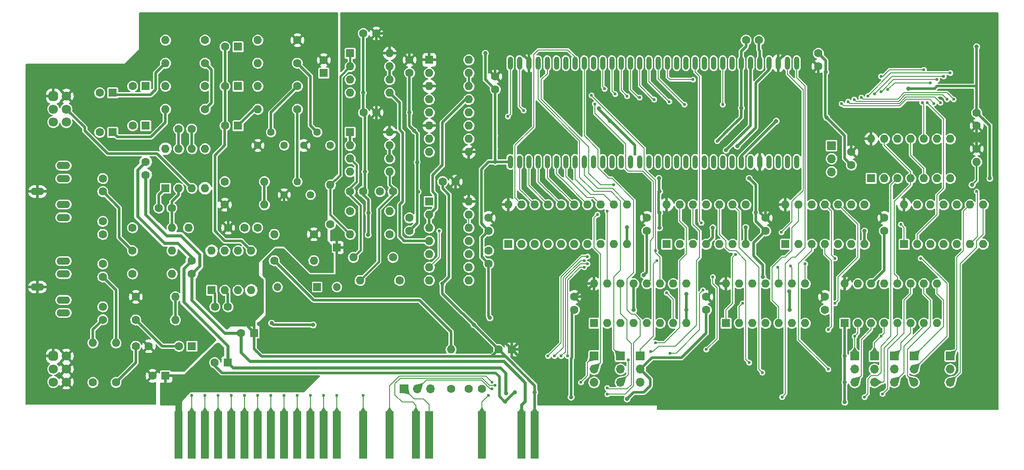
<source format=gbr>
G04 #@! TF.GenerationSoftware,KiCad,Pcbnew,(6.0.6)*
G04 #@! TF.CreationDate,2022-07-16T18:53:49+09:00*
G04 #@! TF.ProjectId,S1_FM_OPNA,53315f46-4d5f-44f5-904e-412e6b696361,0.1.4*
G04 #@! TF.SameCoordinates,PX22a3ad0PY8f85f18*
G04 #@! TF.FileFunction,Copper,L2,Bot*
G04 #@! TF.FilePolarity,Positive*
%FSLAX46Y46*%
G04 Gerber Fmt 4.6, Leading zero omitted, Abs format (unit mm)*
G04 Created by KiCad (PCBNEW (6.0.6)) date 2022-07-16 18:53:49*
%MOMM*%
%LPD*%
G01*
G04 APERTURE LIST*
G04 Aperture macros list*
%AMRoundRect*
0 Rectangle with rounded corners*
0 $1 Rounding radius*
0 $2 $3 $4 $5 $6 $7 $8 $9 X,Y pos of 4 corners*
0 Add a 4 corners polygon primitive as box body*
4,1,4,$2,$3,$4,$5,$6,$7,$8,$9,$2,$3,0*
0 Add four circle primitives for the rounded corners*
1,1,$1+$1,$2,$3*
1,1,$1+$1,$4,$5*
1,1,$1+$1,$6,$7*
1,1,$1+$1,$8,$9*
0 Add four rect primitives between the rounded corners*
20,1,$1+$1,$2,$3,$4,$5,0*
20,1,$1+$1,$4,$5,$6,$7,0*
20,1,$1+$1,$6,$7,$8,$9,0*
20,1,$1+$1,$8,$9,$2,$3,0*%
%AMOutline4P*
0 Free polygon, 4 corners , with rotation*
0 The origin of the aperture is its center*
0 number of corners: always 4*
0 $1 to $8 corner X, Y*
0 $9 Rotation angle, in degrees counterclockwise*
0 create outline with 4 corners*
4,1,4,$1,$2,$3,$4,$5,$6,$7,$8,$1,$2,$9*%
G04 Aperture macros list end*
G04 #@! TA.AperFunction,ComponentPad*
%ADD10O,2.600000X1.400000*%
G04 #@! TD*
G04 #@! TA.AperFunction,ComponentPad*
%ADD11R,1.700000X1.700000*%
G04 #@! TD*
G04 #@! TA.AperFunction,ComponentPad*
%ADD12O,1.700000X1.700000*%
G04 #@! TD*
G04 #@! TA.AperFunction,SMDPad,CuDef*
%ADD13Outline4P,-0.625000X-0.500000X0.625000X-0.500000X0.005000X0.500000X-0.005000X0.500000X0.000000*%
G04 #@! TD*
G04 #@! TA.AperFunction,ComponentPad*
%ADD14R,1.600000X1.600000*%
G04 #@! TD*
G04 #@! TA.AperFunction,ComponentPad*
%ADD15C,1.600000*%
G04 #@! TD*
G04 #@! TA.AperFunction,ComponentPad*
%ADD16R,1.500000X1.500000*%
G04 #@! TD*
G04 #@! TA.AperFunction,ComponentPad*
%ADD17O,1.500000X1.500000*%
G04 #@! TD*
G04 #@! TA.AperFunction,ComponentPad*
%ADD18C,1.440000*%
G04 #@! TD*
G04 #@! TA.AperFunction,ComponentPad*
%ADD19O,1.600000X1.600000*%
G04 #@! TD*
G04 #@! TA.AperFunction,SMDPad,CuDef*
%ADD20Outline4P,-0.625000X-0.500000X0.625000X-0.500000X0.005000X0.500000X-0.005000X0.500000X315.000000*%
G04 #@! TD*
G04 #@! TA.AperFunction,ComponentPad*
%ADD21O,1.000000X2.540000*%
G04 #@! TD*
G04 #@! TA.AperFunction,SMDPad,CuDef*
%ADD22Outline4P,-0.625000X-0.500000X0.625000X-0.500000X0.005000X0.500000X-0.005000X0.500000X45.000000*%
G04 #@! TD*
G04 #@! TA.AperFunction,SMDPad,CuDef*
%ADD23Outline4P,-0.625000X-0.500000X0.625000X-0.500000X0.005000X0.500000X-0.005000X0.500000X270.000000*%
G04 #@! TD*
G04 #@! TA.AperFunction,SMDPad,CuDef*
%ADD24Outline4P,-0.625000X-0.500000X0.625000X-0.500000X0.005000X0.500000X-0.005000X0.500000X225.000000*%
G04 #@! TD*
G04 #@! TA.AperFunction,SMDPad,CuDef*
%ADD25Outline4P,-0.625000X-0.500000X0.625000X-0.500000X0.005000X0.500000X-0.005000X0.500000X135.000000*%
G04 #@! TD*
G04 #@! TA.AperFunction,ComponentPad*
%ADD26RoundRect,0.450000X0.450000X0.450000X-0.450000X0.450000X-0.450000X-0.450000X0.450000X-0.450000X0*%
G04 #@! TD*
G04 #@! TA.AperFunction,ComponentPad*
%ADD27C,1.800000*%
G04 #@! TD*
G04 #@! TA.AperFunction,ConnectorPad*
%ADD28R,1.524000X9.144000*%
G04 #@! TD*
G04 #@! TA.AperFunction,ViaPad*
%ADD29C,0.800000*%
G04 #@! TD*
G04 #@! TA.AperFunction,ViaPad*
%ADD30C,0.600000*%
G04 #@! TD*
G04 #@! TA.AperFunction,Conductor*
%ADD31C,0.500000*%
G04 #@! TD*
G04 #@! TA.AperFunction,Conductor*
%ADD32C,0.600000*%
G04 #@! TD*
G04 #@! TA.AperFunction,Conductor*
%ADD33C,0.800000*%
G04 #@! TD*
G04 #@! TA.AperFunction,Conductor*
%ADD34C,0.400000*%
G04 #@! TD*
G04 #@! TA.AperFunction,Conductor*
%ADD35C,0.200000*%
G04 #@! TD*
G04 #@! TA.AperFunction,Conductor*
%ADD36C,0.300000*%
G04 #@! TD*
G04 APERTURE END LIST*
D10*
X2540000Y52705000D03*
X7540000Y47705000D03*
X7540000Y50205000D03*
X7540000Y57705000D03*
X7540000Y55205000D03*
D11*
X118618000Y20955000D03*
D12*
X118618000Y18415000D03*
X118618000Y15875000D03*
D13*
X34798000Y10668000D03*
D14*
X39155380Y19685000D03*
D15*
X36655380Y19685000D03*
X90678000Y74930000D03*
X90678000Y72430000D03*
D14*
X23368000Y65405000D03*
D15*
X20868000Y65405000D03*
D13*
X65278000Y10668000D03*
X37338000Y10668000D03*
D16*
X56388000Y34290000D03*
D17*
X48768000Y34290000D03*
D18*
X55118000Y52070000D03*
X52578000Y54610000D03*
X50038000Y52070000D03*
D13*
X159893000Y22225000D03*
D15*
X38608000Y50165000D03*
D19*
X46228000Y50165000D03*
D15*
X34798000Y73025000D03*
D19*
X27178000Y73025000D03*
D10*
X2540000Y34290000D03*
X7540000Y29290000D03*
X7540000Y31790000D03*
X7540000Y39290000D03*
X7540000Y36790000D03*
D13*
X44958000Y10668000D03*
D14*
X157988000Y27305000D03*
D19*
X160528000Y27305000D03*
X163068000Y27305000D03*
X165608000Y27305000D03*
X168148000Y27305000D03*
X170688000Y27305000D03*
X173228000Y27305000D03*
X175768000Y27305000D03*
X175768000Y34925000D03*
X173228000Y34925000D03*
X170688000Y34925000D03*
X168148000Y34925000D03*
X165608000Y34925000D03*
X163068000Y34925000D03*
X160528000Y34925000D03*
X157988000Y34925000D03*
D11*
X178308000Y20955000D03*
D12*
X178308000Y18415000D03*
X178308000Y15875000D03*
D15*
X62738000Y48895000D03*
D19*
X70358000Y48895000D03*
D13*
X47498000Y10668000D03*
D15*
X25908000Y49530000D03*
X28408000Y49530000D03*
D14*
X93223000Y42555000D03*
D19*
X95763000Y42555000D03*
X98303000Y42555000D03*
X100843000Y42555000D03*
X103383000Y42555000D03*
X105923000Y42555000D03*
X108463000Y42555000D03*
X111003000Y42555000D03*
X113543000Y42555000D03*
X116083000Y42555000D03*
X116083000Y50175000D03*
X113543000Y50175000D03*
X111003000Y50175000D03*
X108463000Y50175000D03*
X105923000Y50175000D03*
X103383000Y50175000D03*
X100843000Y50175000D03*
X98303000Y50175000D03*
X95763000Y50175000D03*
X93223000Y50175000D03*
D13*
X39878000Y10668000D03*
D20*
X110490000Y19177000D03*
X110490000Y19177000D03*
D15*
X17653000Y15875000D03*
D19*
X17653000Y23495000D03*
D13*
X57658000Y10668000D03*
X95758000Y10668000D03*
X95758000Y10668000D03*
D15*
X183388000Y65405000D03*
X183388000Y67905000D03*
X52578000Y73025000D03*
D19*
X44958000Y73025000D03*
D20*
X168275000Y16637000D03*
D11*
X159893000Y20955000D03*
D12*
X159893000Y18415000D03*
X159893000Y15875000D03*
D21*
X93568000Y58420000D03*
X95348000Y58420000D03*
X97128000Y58420000D03*
X98908000Y58420000D03*
X100688000Y58420000D03*
X102468000Y58420000D03*
X104248000Y58420000D03*
X106028000Y58420000D03*
X107808000Y58420000D03*
X109588000Y58420000D03*
X111368000Y58420000D03*
X113148000Y58420000D03*
X114928000Y58420000D03*
X116708000Y58420000D03*
X118488000Y58420000D03*
X120268000Y58420000D03*
X122048000Y58420000D03*
X123828000Y58420000D03*
X125608000Y58420000D03*
X127388000Y58420000D03*
X129168000Y58420000D03*
X130948000Y58420000D03*
X132728000Y58420000D03*
X134508000Y58420000D03*
X136288000Y58420000D03*
X138068000Y58420000D03*
X139848000Y58420000D03*
X141628000Y58420000D03*
X143408000Y58420000D03*
X145188000Y58420000D03*
X146968000Y58420000D03*
X148748000Y58420000D03*
X148748000Y77470000D03*
X146968000Y77470000D03*
X145188000Y77470000D03*
X143408000Y77470000D03*
X141628000Y77470000D03*
X139848000Y77470000D03*
X138068000Y77470000D03*
X136288000Y77470000D03*
X134508000Y77470000D03*
X132728000Y77470000D03*
X130948000Y77470000D03*
X129168000Y77470000D03*
X127388000Y77470000D03*
X125608000Y77470000D03*
X123828000Y77470000D03*
X122048000Y77470000D03*
X120268000Y77470000D03*
X118488000Y77470000D03*
X116708000Y77470000D03*
X114928000Y77470000D03*
X113148000Y77470000D03*
X111368000Y77470000D03*
X109588000Y77470000D03*
X107808000Y77470000D03*
X106028000Y77470000D03*
X104248000Y77470000D03*
X102468000Y77470000D03*
X100688000Y77470000D03*
X98908000Y77470000D03*
X97128000Y77470000D03*
X95348000Y77470000D03*
X93568000Y77470000D03*
D15*
X21463000Y32385000D03*
D19*
X29083000Y32385000D03*
D15*
X52578000Y68580000D03*
D19*
X44958000Y68580000D03*
D11*
X109728000Y20955000D03*
D12*
X109728000Y18415000D03*
X109728000Y15875000D03*
D22*
X170561000Y16637000D03*
D20*
X160655000Y16637000D03*
D15*
X52563000Y77470000D03*
D19*
X44943000Y77470000D03*
D14*
X77978000Y50800000D03*
D19*
X77978000Y48260000D03*
X77978000Y45720000D03*
X77978000Y43180000D03*
X77978000Y40640000D03*
X77978000Y38100000D03*
X77978000Y35560000D03*
X85598000Y35560000D03*
X85598000Y38100000D03*
X85598000Y40640000D03*
X85598000Y43180000D03*
X85598000Y45720000D03*
X85598000Y48260000D03*
X85598000Y50800000D03*
D14*
X17018000Y64135000D03*
D15*
X14518000Y64135000D03*
D14*
X32258000Y22860000D03*
D15*
X29758000Y22860000D03*
X15113000Y38735000D03*
X15113000Y36235000D03*
D23*
X164719000Y15875000D03*
D14*
X57658000Y75565000D03*
D15*
X57658000Y78065000D03*
X15113000Y52705000D03*
X15113000Y55205000D03*
X48133000Y39370000D03*
D19*
X55753000Y39370000D03*
D13*
X88138000Y10668000D03*
D14*
X146558000Y42545000D03*
D19*
X149098000Y42545000D03*
X151638000Y42545000D03*
X154178000Y42545000D03*
X156718000Y42545000D03*
X159258000Y42545000D03*
X161798000Y42545000D03*
X161798000Y50165000D03*
X159258000Y50165000D03*
X156718000Y50165000D03*
X154178000Y50165000D03*
X151638000Y50165000D03*
X149098000Y50165000D03*
X146558000Y50165000D03*
D15*
X15113000Y44450000D03*
X15113000Y46950000D03*
X105918000Y32385000D03*
X105918000Y29885000D03*
X183388000Y60960000D03*
D19*
X183388000Y58420000D03*
D13*
X32258000Y10668000D03*
D15*
X67778000Y83185000D03*
X65278000Y83185000D03*
D14*
X163068000Y55245000D03*
D19*
X165608000Y55245000D03*
X168148000Y55245000D03*
X170688000Y55245000D03*
X173228000Y55245000D03*
X175768000Y55245000D03*
X178308000Y55245000D03*
X178308000Y62865000D03*
X175768000Y62865000D03*
X173228000Y62865000D03*
X170688000Y62865000D03*
X168148000Y62865000D03*
X165608000Y62865000D03*
X163068000Y62865000D03*
D14*
X109728000Y27305000D03*
D19*
X112268000Y27305000D03*
X114808000Y27305000D03*
X117348000Y27305000D03*
X119888000Y27305000D03*
X122428000Y27305000D03*
X124968000Y27305000D03*
X127508000Y27305000D03*
X127508000Y34925000D03*
X124968000Y34925000D03*
X122428000Y34925000D03*
X119888000Y34925000D03*
X117348000Y34925000D03*
X114808000Y34925000D03*
X112268000Y34925000D03*
X109728000Y34925000D03*
D13*
X98298000Y10668000D03*
D15*
X42418000Y45720000D03*
X44918000Y45720000D03*
D20*
X179070000Y16637000D03*
D22*
X114046000Y21717000D03*
D24*
X73914000Y13843000D03*
X73914000Y13843000D03*
D15*
X62738000Y52705000D03*
X65238000Y52705000D03*
D14*
X123698000Y42545000D03*
D19*
X126238000Y42545000D03*
X128778000Y42545000D03*
X131318000Y42545000D03*
X133858000Y42545000D03*
X136398000Y42545000D03*
X138938000Y42545000D03*
X138938000Y50165000D03*
X136398000Y50165000D03*
X133858000Y50165000D03*
X131318000Y50165000D03*
X128778000Y50165000D03*
X126238000Y50165000D03*
X123698000Y50165000D03*
D11*
X171323000Y20955000D03*
D12*
X171323000Y18415000D03*
X171323000Y15875000D03*
D14*
X62738000Y64135000D03*
D19*
X62738000Y61595000D03*
X62738000Y59055000D03*
X62738000Y56515000D03*
X70358000Y56515000D03*
X70358000Y59055000D03*
X70358000Y61595000D03*
X70358000Y64135000D03*
D14*
X41148000Y80645000D03*
D15*
X38648000Y80645000D03*
D13*
X50038000Y10668000D03*
D14*
X77978000Y78105000D03*
D19*
X77978000Y75565000D03*
X77978000Y73025000D03*
X77978000Y70485000D03*
X77978000Y67945000D03*
X77978000Y65405000D03*
X77978000Y62865000D03*
X77978000Y60325000D03*
X85598000Y60325000D03*
X85598000Y62865000D03*
X85598000Y65405000D03*
X85598000Y67945000D03*
X85598000Y70485000D03*
X85598000Y73025000D03*
X85598000Y75565000D03*
X85598000Y78105000D03*
D11*
X167513000Y20955000D03*
D12*
X167513000Y18415000D03*
X167513000Y15875000D03*
D15*
X34798000Y68580000D03*
D19*
X27178000Y68580000D03*
D15*
X85598000Y14605000D03*
X88098000Y14605000D03*
X39243000Y45720000D03*
D19*
X31623000Y45720000D03*
D20*
X76454000Y15367000D03*
X76454000Y15367000D03*
D15*
X34798000Y77470000D03*
D19*
X27178000Y77470000D03*
D11*
X163703000Y20955000D03*
D12*
X163703000Y18415000D03*
X163703000Y15875000D03*
D13*
X55118000Y10668000D03*
D15*
X83058000Y54610000D03*
X80558000Y54610000D03*
D13*
X52578000Y10668000D03*
D20*
X115570000Y16637000D03*
X172085000Y19177000D03*
D25*
X109000797Y20227797D03*
X109000797Y20227797D03*
D15*
X131318000Y32385000D03*
X131318000Y29885000D03*
D14*
X135128000Y27305000D03*
D19*
X137668000Y27305000D03*
X140208000Y27305000D03*
X142748000Y27305000D03*
X145288000Y27305000D03*
X147828000Y27305000D03*
X150368000Y27305000D03*
X150368000Y34925000D03*
X147828000Y34925000D03*
X145288000Y34925000D03*
X142748000Y34925000D03*
X140208000Y34925000D03*
X137668000Y34925000D03*
X135128000Y34925000D03*
D20*
X172085000Y21717000D03*
D15*
X23368000Y58420000D03*
X23368000Y55920000D03*
D14*
X17018000Y71755000D03*
D15*
X14518000Y71755000D03*
D13*
X163703000Y22225000D03*
D15*
X20828000Y41275000D03*
D19*
X28448000Y41275000D03*
D15*
X159258000Y60325000D03*
X159258000Y57825000D03*
X70993000Y52705000D03*
X68493000Y52705000D03*
D11*
X155448000Y61570000D03*
D12*
X155448000Y59030000D03*
X155448000Y56490000D03*
D15*
X154178000Y32385000D03*
X154178000Y29885000D03*
D14*
X23368000Y73025000D03*
D15*
X20868000Y73025000D03*
D16*
X60198000Y41910000D03*
D17*
X60198000Y34290000D03*
D15*
X52578000Y81915000D03*
D19*
X44958000Y81915000D03*
D14*
X27178000Y17145000D03*
D15*
X24678000Y17145000D03*
X34798000Y81915000D03*
D19*
X27178000Y81915000D03*
D13*
X70358000Y10668000D03*
D15*
X165608000Y47625000D03*
X165608000Y45125000D03*
X67818000Y67945000D03*
X65318000Y67945000D03*
D13*
X60198000Y10668000D03*
D15*
X152908000Y79375000D03*
X152908000Y76875000D03*
X38608000Y54610000D03*
D19*
X46228000Y54610000D03*
D14*
X44235380Y25400000D03*
D15*
X41735380Y25400000D03*
D14*
X27178000Y53340000D03*
D19*
X29718000Y53340000D03*
X32258000Y53340000D03*
X34798000Y53340000D03*
X34798000Y60960000D03*
X32258000Y60960000D03*
X29718000Y60960000D03*
X27178000Y60960000D03*
D15*
X119888000Y47625000D03*
X119888000Y45125000D03*
D20*
X168275000Y21717000D03*
D15*
X74168000Y78105000D03*
X74168000Y75605000D03*
D11*
X73152000Y14605000D03*
D12*
X75692000Y14605000D03*
X78232000Y14605000D03*
D13*
X75438000Y10668000D03*
D14*
X93853000Y22225000D03*
D15*
X91353000Y22225000D03*
X142748000Y47625000D03*
X142748000Y45125000D03*
D26*
X5588000Y71120000D03*
D27*
X5588000Y68620000D03*
X5588000Y66120000D03*
X8088000Y71120000D03*
X8088000Y68620000D03*
X8088000Y66120000D03*
D15*
X58928000Y46355000D03*
D19*
X58928000Y53975000D03*
D14*
X41148000Y73025000D03*
D15*
X38648000Y73025000D03*
X29718000Y64770000D03*
X32218000Y64770000D03*
X13208000Y15875000D03*
D19*
X13208000Y23495000D03*
D20*
X179070000Y21717000D03*
D14*
X169418000Y42545000D03*
D19*
X171958000Y42545000D03*
X174498000Y42545000D03*
X177038000Y42545000D03*
X179578000Y42545000D03*
X182118000Y42545000D03*
X184658000Y42545000D03*
X184658000Y50165000D03*
X182118000Y50165000D03*
X179578000Y50165000D03*
X177038000Y50165000D03*
X174498000Y50165000D03*
X171958000Y50165000D03*
X169418000Y50165000D03*
D15*
X72263000Y35560000D03*
D19*
X64643000Y35560000D03*
D11*
X114808000Y20955000D03*
D12*
X114808000Y18415000D03*
X114808000Y15875000D03*
D15*
X21463000Y27940000D03*
D19*
X29083000Y27940000D03*
D14*
X62738000Y79375000D03*
D19*
X62738000Y76835000D03*
X62738000Y74295000D03*
X62738000Y71755000D03*
X70358000Y71755000D03*
X70358000Y74295000D03*
X70358000Y76835000D03*
X70358000Y79375000D03*
D15*
X55753000Y44450000D03*
D19*
X48133000Y44450000D03*
D13*
X42418000Y10668000D03*
D15*
X20828000Y36830000D03*
D19*
X28448000Y36830000D03*
D15*
X15113000Y30480000D03*
X15113000Y27980000D03*
X74168000Y47625000D03*
X74168000Y45125000D03*
X32258000Y39370000D03*
X32258000Y36870000D03*
D26*
X5588000Y20955000D03*
D27*
X5588000Y18455000D03*
X5588000Y15955000D03*
X8088000Y20955000D03*
X8088000Y18455000D03*
X8088000Y15955000D03*
D14*
X41148000Y65405000D03*
D15*
X38648000Y65405000D03*
X70993000Y40005000D03*
D19*
X63373000Y40005000D03*
D15*
X70358000Y44450000D03*
D19*
X62738000Y44450000D03*
D18*
X50038000Y61595000D03*
X47498000Y64135000D03*
X44958000Y61595000D03*
X58928000Y61595000D03*
X56388000Y64135000D03*
X53848000Y61595000D03*
D15*
X82169000Y14605000D03*
D19*
X82169000Y22225000D03*
D15*
X89408000Y41275000D03*
X89408000Y38775000D03*
D28*
X29718000Y5715000D03*
X32258000Y5715000D03*
X34798000Y5715000D03*
X37338000Y5715000D03*
X39878000Y5715000D03*
X42418000Y5715000D03*
X44958000Y5715000D03*
X47498000Y5715000D03*
X50038000Y5715000D03*
X52578000Y5715000D03*
X55118000Y5715000D03*
X57658000Y5715000D03*
X60198000Y5715000D03*
X65278000Y5715000D03*
X70358000Y5715000D03*
X75438000Y5715000D03*
X77978000Y5715000D03*
X88138000Y5715000D03*
X95758000Y5715000D03*
X98298000Y5715000D03*
D15*
X21463000Y22860000D03*
X23963000Y22860000D03*
X36703000Y30480000D03*
X39203000Y30480000D03*
X89408000Y47625000D03*
X89408000Y45125000D03*
X20828000Y45720000D03*
D19*
X28448000Y45720000D03*
D15*
X141478000Y81915000D03*
X138978000Y81915000D03*
D14*
X36068000Y33655000D03*
D19*
X38608000Y33655000D03*
X41148000Y33655000D03*
X43688000Y33655000D03*
X43688000Y41275000D03*
X41148000Y41275000D03*
X38608000Y41275000D03*
X36068000Y41275000D03*
D29*
X55118000Y16510000D03*
X118618000Y31623000D03*
X88773000Y22225000D03*
X159266840Y65504500D03*
X133858000Y39370000D03*
X79502000Y22225000D03*
X57150000Y22225000D03*
X99568000Y67945000D03*
X55753000Y22225000D03*
X181483000Y71755000D03*
X78359000Y27940000D03*
X64643000Y58420000D03*
X106553000Y67945000D03*
X152908000Y65405000D03*
X87099808Y56007000D03*
X53213000Y32766000D03*
X66548000Y58420000D03*
X145710916Y67857371D03*
X181483000Y32385000D03*
X102489000Y32385000D03*
X134810500Y47307500D03*
X83820000Y28314509D03*
X181483000Y74295000D03*
X88900000Y56007000D03*
X132245097Y67843392D03*
X45212000Y27178000D03*
X84963000Y22225000D03*
X108775500Y67945000D03*
X142748000Y32385000D03*
X74589100Y52487256D03*
X99441000Y12954000D03*
X122682000Y31623000D03*
X80874882Y28296882D03*
X171958000Y32385000D03*
X77597000Y56007000D03*
X121410525Y67844888D03*
X100584000Y11938000D03*
X87789985Y28282277D03*
X75620797Y65476203D03*
X89408000Y66040000D03*
X91948000Y66040000D03*
X73215500Y66357500D03*
X53848000Y16510000D03*
X37211000Y23114000D03*
X144018000Y39370000D03*
X56261000Y32766000D03*
X138068000Y68815000D03*
X55622951Y26971458D03*
X45651397Y34797255D03*
X142227500Y36277824D03*
X94488000Y13970000D03*
X122307500Y52705000D03*
X39116000Y27178000D03*
X185928000Y55245000D03*
X140843000Y48641000D03*
X66220916Y48567916D03*
X74168000Y67945000D03*
X29083000Y34925000D03*
X75628890Y58333672D03*
X116078000Y45819500D03*
D30*
X90678000Y63500000D03*
D29*
X75099383Y64402608D03*
X25253494Y57249081D03*
X157988000Y15875000D03*
X80518000Y34925000D03*
X90678000Y58420000D03*
X122186601Y55253182D03*
X4572000Y75057000D03*
X127508000Y32893000D03*
X88773000Y79375000D03*
X112776000Y66341500D03*
D30*
X90678000Y60960000D03*
D29*
X20193000Y58420000D03*
X23368000Y43815000D03*
X58928000Y37973000D03*
X47625000Y27305000D03*
X119285601Y36574839D03*
X144780000Y66294000D03*
X157988000Y20955000D03*
X157988000Y12065000D03*
X57023000Y85725000D03*
X139573000Y55245000D03*
X2413000Y75057000D03*
X122307500Y45709200D03*
X116078000Y12685500D03*
X24003000Y60960000D03*
X36068000Y24130000D03*
X66199334Y44375204D03*
D30*
X135128000Y64135000D03*
D29*
X75819000Y52676224D03*
X138927162Y45767680D03*
X57023000Y54610000D03*
X33528000Y26670000D03*
X30353000Y48260000D03*
X132588000Y45720000D03*
X42799000Y29591000D03*
X89662000Y28321000D03*
X170257782Y72594782D03*
D30*
X115062000Y64135000D03*
D29*
X122307500Y48588363D03*
X9144000Y64526500D03*
X98298000Y13970000D03*
X92583000Y12192000D03*
X105287017Y13055500D03*
X58293000Y55880000D03*
X44196000Y29591000D03*
X154325725Y75745347D03*
X58928000Y85725000D03*
X117348000Y29845000D03*
D30*
X137287000Y66294000D03*
D29*
X154495500Y66992500D03*
X183388000Y80645000D03*
X147320000Y33401000D03*
D30*
X116776500Y62420500D03*
D29*
X147360000Y29885000D03*
X59436000Y76073000D03*
X59690000Y66675000D03*
X110617000Y68707000D03*
X161798000Y45085000D03*
X26543000Y47625000D03*
D30*
X133413500Y62420500D03*
X117602000Y59944000D03*
D29*
X59690000Y68072000D03*
X58928000Y40005000D03*
X24003000Y85725000D03*
X86570500Y27007500D03*
X65582072Y56525544D03*
X33528000Y35306000D03*
X25908000Y85725000D03*
X127508000Y29845000D03*
X65278000Y71755000D03*
X92732159Y13820841D03*
X135128000Y60706000D03*
X137287000Y61468000D03*
D30*
X32258000Y13335000D03*
X34798000Y13335000D03*
X37338000Y13335000D03*
X39878000Y13335000D03*
X42418000Y13335000D03*
X44958000Y13335000D03*
X159893000Y24765000D03*
X47498000Y13335000D03*
X164973000Y24765000D03*
X50038000Y13335000D03*
X121539847Y23535331D03*
X52578000Y13335000D03*
X100838000Y20955000D03*
X108458000Y40169503D03*
X102108000Y20955000D03*
X107823000Y39370000D03*
X55118000Y13335000D03*
X147496798Y38318054D03*
X108458000Y38735000D03*
X103378000Y20955000D03*
X104648000Y20955000D03*
X107823000Y38100000D03*
X57658000Y13335000D03*
X145059503Y38064500D03*
X131318000Y22225000D03*
X132588000Y36195000D03*
X124333000Y21514801D03*
X60198000Y13335000D03*
X130683000Y33655000D03*
X120587500Y21818785D03*
X65278000Y13335000D03*
X165252369Y13660500D03*
X112268000Y14804500D03*
X90043000Y15911254D03*
X145923000Y13047072D03*
X90678000Y15311754D03*
X107188000Y15875000D03*
X161798000Y13047072D03*
X89408000Y13335000D03*
X154813000Y18415000D03*
X142113000Y17780000D03*
X139573000Y19685000D03*
X172593000Y39805500D03*
X156083000Y39805500D03*
X110363000Y48260000D03*
X116286717Y20193000D03*
X121793000Y39370000D03*
X112268000Y13605500D03*
X90043000Y14605000D03*
X96145168Y68332168D03*
D29*
X182499000Y53975000D03*
D30*
X172905007Y69850000D03*
X123698000Y33147000D03*
X112268000Y48895000D03*
X109220000Y71247000D03*
X121558000Y41275000D03*
X109855000Y69596000D03*
X136926589Y40533589D03*
X156083000Y31115000D03*
X138303000Y31115000D03*
X154813000Y26035000D03*
X150368000Y38735000D03*
X130368757Y46661067D03*
X168783000Y46355000D03*
X173863000Y69850000D03*
X145796000Y44831000D03*
X79883000Y45085000D03*
X183388000Y52705000D03*
X113538000Y53975000D03*
X157353000Y69647073D03*
X134493000Y69469000D03*
X127127000Y69469000D03*
X175133000Y69720500D03*
X164973000Y74930000D03*
X173228000Y76200000D03*
X128778000Y74295000D03*
X124206000Y70047073D03*
X176403000Y69850000D03*
X158623000Y70047073D03*
X159808096Y70447073D03*
X121285000Y70447073D03*
X177673000Y70485000D03*
X161163000Y70847073D03*
X118491000Y70847073D03*
X178943000Y70485000D03*
X162433000Y71120000D03*
X178308000Y75565000D03*
X116078000Y71120000D03*
X177038000Y74930000D03*
X163723831Y71563008D03*
X113792000Y71501000D03*
X175768000Y74295000D03*
X165003572Y71994927D03*
X111741598Y72529060D03*
X166281786Y72351214D03*
X174498000Y73660000D03*
X93111589Y67203589D03*
D31*
X99568000Y16510000D02*
X93853000Y22225000D01*
X99568000Y12954000D02*
X99568000Y16510000D01*
X100584000Y11938000D02*
X99568000Y12954000D01*
X132588000Y30453478D02*
X132588000Y31115000D01*
X132644685Y30453478D02*
X132588000Y30453478D01*
X132790152Y30308011D02*
X132644685Y30453478D01*
X132790152Y29642848D02*
X132790152Y30308011D01*
X132588000Y29440696D02*
X132790152Y29642848D01*
X132588000Y25400000D02*
X132588000Y29440696D01*
X126238000Y19019838D02*
X126238000Y19050000D01*
X118910090Y11691928D02*
X126238000Y19019838D01*
X112523032Y11685032D02*
X112529928Y11691928D01*
X100584000Y11938000D02*
X100836968Y11685032D01*
X100836968Y11685032D02*
X112523032Y11685032D01*
X132588000Y31115000D02*
X131318000Y32385000D01*
X112529928Y11691928D02*
X118910090Y11691928D01*
X126238000Y19050000D02*
X132588000Y25400000D01*
X97128000Y77470000D02*
X97128000Y78005000D01*
X147193000Y80010000D02*
X149773000Y80010000D01*
X75620797Y65222203D02*
X75620797Y65476203D01*
X60198000Y36830000D02*
X60198000Y41910000D01*
X67778000Y83185000D02*
X67778000Y75605000D01*
X141628000Y57150000D02*
X141628000Y54460000D01*
X88773000Y22225000D02*
X84963000Y22225000D01*
X91948000Y67310000D02*
X92583000Y67945000D01*
X31149176Y16983824D02*
X53374176Y16983824D01*
X164308000Y46325000D02*
X165608000Y47625000D01*
X66548000Y52070000D02*
X66548000Y58420000D01*
X92583000Y67945000D02*
X92583000Y73025000D01*
X29972000Y17145000D02*
X29718000Y17145000D01*
X67183000Y51435000D02*
X66548000Y52070000D01*
X102489000Y30861000D02*
X102489000Y32385000D01*
X131318000Y34925000D02*
X131953000Y34290000D01*
X87036308Y55943500D02*
X83756500Y55943500D01*
X83058000Y54610000D02*
X83058000Y55245000D01*
X29718000Y5715000D02*
X29718000Y17145000D01*
X85598000Y60325000D02*
X89408000Y64135000D01*
X84963000Y50800000D02*
X85598000Y50800000D01*
X77978000Y65405000D02*
X75803594Y65405000D01*
X91948000Y66040000D02*
X91948000Y67310000D01*
X83756500Y55943500D02*
X85598000Y57785000D01*
X30988000Y17145000D02*
X31149176Y16983824D01*
X83058000Y48895000D02*
X83058000Y52705000D01*
X181483000Y67310000D02*
X181483000Y71755000D01*
X29337000Y17018000D02*
X29210000Y17145000D01*
X45212000Y27178000D02*
X46705519Y28671519D01*
X75620797Y73025000D02*
X75620797Y70302203D01*
X46705519Y31907481D02*
X46863000Y31750000D01*
X83058000Y33020000D02*
X83058000Y48895000D01*
X142748000Y53340000D02*
X142748000Y47625000D01*
X145188000Y77470000D02*
X145188000Y78005000D01*
X77597000Y56007000D02*
X77597000Y56896000D01*
X29718000Y5715000D02*
X29718000Y9779000D01*
X67778000Y67985000D02*
X67818000Y67945000D01*
X53848000Y16510000D02*
X55118000Y16510000D01*
X85598000Y57785000D02*
X85598000Y60325000D01*
X142748000Y47625000D02*
X144996000Y45377000D01*
X93853000Y22225000D02*
X102489000Y30861000D01*
X37211000Y23114000D02*
X36957000Y23114000D01*
X92583000Y80010000D02*
X90678000Y78105000D01*
X133858000Y39370000D02*
X131318000Y36830000D01*
X88900000Y56007000D02*
X93223000Y51684000D01*
X97128000Y78005000D02*
X95123000Y80010000D01*
X107188000Y32385000D02*
X109728000Y34925000D01*
X46705519Y28671519D02*
X46705519Y32923481D01*
X48408862Y41484340D02*
X49828660Y41484340D01*
X77978000Y73025000D02*
X75620797Y73025000D01*
X144996000Y40348000D02*
X144018000Y39370000D01*
X152908000Y76875000D02*
X152908000Y65405000D01*
X159258000Y60325000D02*
X159258000Y65495660D01*
X95123000Y80010000D02*
X92583000Y80010000D01*
X67183000Y41275000D02*
X67183000Y51435000D01*
X67778000Y83185000D02*
X67778000Y80685000D01*
X29210000Y17145000D02*
X29718000Y17145000D01*
X29718000Y9779000D02*
X30099000Y10160000D01*
X29718000Y9779000D02*
X29337000Y10160000D01*
X131953000Y34290000D02*
X131953000Y33020000D01*
X144996000Y45377000D02*
X144996000Y40348000D01*
X183388000Y65405000D02*
X181483000Y67310000D01*
X27178000Y17145000D02*
X29210000Y17145000D01*
X149773000Y80010000D02*
X152908000Y76875000D01*
X67818000Y67945000D02*
X70358000Y65405000D01*
X131953000Y33020000D02*
X131318000Y32385000D01*
X66548000Y58420000D02*
X66548000Y62865000D01*
X71628000Y83185000D02*
X74168000Y80645000D01*
X142748000Y47625000D02*
X145288000Y50165000D01*
X90678000Y78105000D02*
X90678000Y74930000D01*
X46096500Y36600383D02*
X46096500Y39171978D01*
X46705519Y32923481D02*
X46705519Y35991364D01*
X46705519Y35991364D02*
X46096500Y36600383D01*
X76581000Y57912000D02*
X76581000Y64262000D01*
X141628000Y54460000D02*
X142748000Y53340000D01*
X159258000Y65495660D02*
X159266840Y65504500D01*
X92583000Y73025000D02*
X90678000Y74930000D01*
X36957000Y23114000D02*
X30988000Y17145000D01*
X87789985Y28282277D02*
X87789985Y28288015D01*
X74168000Y80645000D02*
X74168000Y78105000D01*
X70358000Y65405000D02*
X70358000Y64135000D01*
X83058000Y52705000D02*
X84963000Y50800000D01*
X83058000Y54610000D02*
X83058000Y48895000D01*
X52197000Y31750000D02*
X53213000Y32766000D01*
X53374176Y16983824D02*
X53848000Y16510000D01*
X54864000Y36449000D02*
X60579000Y36449000D01*
X66548000Y40513000D02*
X66548000Y40640000D01*
X87795723Y28282277D02*
X87789985Y28282277D01*
X164338000Y41275000D02*
X164308000Y41305000D01*
X83058000Y55245000D02*
X83756500Y55943500D01*
X183388000Y65405000D02*
X183388000Y60960000D01*
X77597000Y56896000D02*
X76581000Y57912000D01*
X87789985Y28288015D02*
X83058000Y33020000D01*
X62484000Y36449000D02*
X66548000Y40513000D01*
X67818000Y64135000D02*
X67818000Y67945000D01*
X87099808Y56007000D02*
X87036308Y55943500D01*
X30099000Y10160000D02*
X30099000Y17018000D01*
X75620797Y76652203D02*
X74168000Y78105000D01*
X67778000Y75525000D02*
X67778000Y67985000D01*
X30099000Y17018000D02*
X29972000Y17145000D01*
X60579000Y36449000D02*
X62484000Y36449000D01*
X30988000Y17145000D02*
X29972000Y17145000D01*
X29337000Y10160000D02*
X29337000Y17018000D01*
X76581000Y64262000D02*
X75620797Y65222203D01*
X164308000Y41305000D02*
X164308000Y46325000D01*
X75803594Y65405000D02*
X75620797Y65222203D01*
X145288000Y50165000D02*
X146558000Y50165000D01*
X46096500Y39171978D02*
X48408862Y41484340D01*
X157988000Y34925000D02*
X164338000Y41275000D01*
X93853000Y22225000D02*
X87795723Y28282277D01*
X105918000Y32385000D02*
X107188000Y32385000D01*
X60579000Y36449000D02*
X60198000Y36830000D01*
X46863000Y31750000D02*
X52197000Y31750000D01*
X89408000Y64135000D02*
X89408000Y66040000D01*
X93223000Y51684000D02*
X93223000Y50175000D01*
X145188000Y78005000D02*
X147193000Y80010000D01*
X67778000Y83185000D02*
X71628000Y83185000D01*
X75620797Y65476203D02*
X75620797Y70302203D01*
X75620797Y70302203D02*
X75620797Y76652203D01*
X46705519Y32923481D02*
X46705519Y31907481D01*
X49828660Y41484340D02*
X54864000Y36449000D01*
X131318000Y36830000D02*
X131318000Y34925000D01*
X66548000Y62865000D02*
X67818000Y64135000D01*
X66548000Y40640000D02*
X67183000Y41275000D01*
X66220916Y44396786D02*
X66199334Y44375204D01*
X147320000Y33401000D02*
X147360000Y33361000D01*
X122174000Y52571500D02*
X122307500Y52705000D01*
X58994000Y20889000D02*
X54549000Y20889000D01*
X80518000Y33020000D02*
X84328000Y29210000D01*
X75819000Y52676224D02*
X75655744Y52512968D01*
X116078000Y45819500D02*
X116078000Y42560000D01*
X45651397Y34797255D02*
X45815846Y34632806D01*
X137287000Y66294000D02*
X135128000Y64135000D01*
X142227500Y36277824D02*
X142227500Y38493500D01*
X112855500Y66341500D02*
X115062000Y64135000D01*
X131318000Y42545000D02*
X132588000Y43815000D01*
X185928000Y55245000D02*
X185928000Y65405000D01*
X184658000Y66675000D02*
X185928000Y65405000D01*
X74168000Y65333991D02*
X75099383Y64402608D01*
X165608000Y37465000D02*
X165608000Y45125000D01*
X120523000Y16510000D02*
X118618000Y18415000D01*
X140462000Y40259000D02*
X140462000Y42839000D01*
X89408000Y38775000D02*
X89408000Y28575000D01*
X161798000Y45085000D02*
X161798000Y42545000D01*
X47958542Y26971458D02*
X55622951Y26971458D01*
X65582072Y56525544D02*
X65567684Y56539932D01*
X94365536Y13970000D02*
X94488000Y13970000D01*
X91353000Y22225000D02*
X86570500Y27007500D01*
X65567684Y67695316D02*
X65318000Y67945000D01*
X88082720Y40100280D02*
X89408000Y38775000D01*
X140883000Y46990000D02*
X142748000Y45125000D01*
X90678000Y63500000D02*
X90678000Y72430000D01*
X84328000Y29210000D02*
X84368000Y29210000D01*
X140843000Y48641000D02*
X140883000Y48601000D01*
X140462000Y42839000D02*
X142748000Y45125000D01*
X175768000Y73025000D02*
X175337782Y72594782D01*
X65278000Y67945000D02*
X65278000Y71755000D01*
X38080137Y17733824D02*
X36655380Y19158581D01*
X66220916Y48567916D02*
X66220916Y44396786D01*
X184618000Y66675000D02*
X184658000Y66675000D01*
X91478000Y13170000D02*
X91478000Y16980000D01*
X144780000Y66294000D02*
X144780000Y66291129D01*
X47625000Y27305000D02*
X47958542Y26971458D01*
X116776500Y62420500D02*
X117602000Y61595000D01*
X88138000Y43855000D02*
X88138000Y43815000D01*
X117348000Y34925000D02*
X117348000Y29845000D01*
X66220916Y51127084D02*
X66220916Y48567916D01*
X65278000Y71755000D02*
X65278000Y67945000D01*
X44235380Y22312620D02*
X44235380Y25400000D01*
X183388000Y73025000D02*
X175768000Y73025000D01*
X89408000Y45125000D02*
X88138000Y43855000D01*
X127508000Y29845000D02*
X127508000Y27305000D01*
X157988000Y20955000D02*
X157988000Y15875000D01*
X45659000Y20889000D02*
X44235380Y22312620D01*
X80558000Y54610000D02*
X80558000Y53300000D01*
X154208000Y75627622D02*
X154208000Y67280000D01*
X116078000Y12685500D02*
X116078000Y12700000D01*
X127508000Y29845000D02*
X127508000Y32893000D01*
X75819000Y52676224D02*
X75692000Y52803224D01*
X163068000Y34925000D02*
X165608000Y37465000D01*
X157958000Y59125000D02*
X157958000Y63530000D01*
X44958000Y39094138D02*
X46228000Y40364138D01*
X119253000Y13970000D02*
X120523000Y15240000D01*
X45819746Y35542594D02*
X44958000Y36404340D01*
X81788000Y52070000D02*
X81788000Y36195000D01*
X142227500Y38493500D02*
X140462000Y40259000D01*
X75692000Y63809991D02*
X75099383Y64402608D01*
X157988000Y27305000D02*
X157988000Y20955000D01*
X138068000Y59579129D02*
X138068000Y58420000D01*
X159258000Y57825000D02*
X157958000Y59125000D01*
X92456000Y12192000D02*
X91478000Y13170000D01*
X154325725Y77957275D02*
X152908000Y79375000D01*
X50038000Y50165000D02*
X50038000Y52070000D01*
X122307500Y48588363D02*
X122174000Y48721863D01*
X91353000Y22225000D02*
X93238000Y20340000D01*
X65567684Y56511156D02*
X65567684Y52994684D01*
X92583000Y12192000D02*
X92456000Y12192000D01*
X122186601Y52825899D02*
X122186601Y55253182D01*
X81788000Y36195000D02*
X80518000Y34925000D01*
X138068000Y79775000D02*
X138978000Y80685000D01*
X122307500Y48588363D02*
X122307500Y45709200D01*
X91313000Y58420000D02*
X89408000Y58420000D01*
X84368000Y29210000D02*
X86570500Y27007500D01*
X87999308Y57011308D02*
X87999308Y46533692D01*
X118618000Y18415000D02*
X120840500Y20637500D01*
X157988000Y15875000D02*
X157988000Y12065000D01*
X112776000Y66341500D02*
X112855500Y66341500D01*
X46228000Y46355000D02*
X50038000Y50165000D01*
X88773000Y74295000D02*
X88773000Y79375000D01*
X43053000Y26670000D02*
X43053000Y27940000D01*
X45815846Y29432846D02*
X44235380Y27852380D01*
X140843000Y53975000D02*
X139573000Y55245000D01*
X138938000Y45756842D02*
X138938000Y42545000D01*
X39243000Y45720000D02*
X39243000Y49530000D01*
X117348000Y13970000D02*
X119253000Y13970000D01*
X115062000Y64135000D02*
X116776500Y62420500D01*
X90678000Y58420000D02*
X91313000Y58420000D01*
X154325725Y75745347D02*
X154325725Y77957275D01*
X131318000Y25400000D02*
X131318000Y29885000D01*
X89474000Y20889000D02*
X92689000Y20889000D01*
X132588000Y45720000D02*
X132588000Y43815000D01*
X183388000Y80645000D02*
X183388000Y73025000D01*
X138978000Y80685000D02*
X138978000Y81915000D01*
X93238000Y20340000D02*
X98298000Y15280000D01*
X105287017Y13055500D02*
X105287017Y15870983D01*
X92689000Y20889000D02*
X93238000Y20340000D01*
X184618000Y66675000D02*
X183388000Y67905000D01*
X98298000Y13970000D02*
X98298000Y5715000D01*
X80518000Y34925000D02*
X80518000Y33020000D01*
X65278000Y83185000D02*
X65278000Y71755000D01*
X147360000Y29885000D02*
X147360000Y33361000D01*
X119888000Y37177238D02*
X119285601Y36574839D01*
X90724176Y17733824D02*
X38080137Y17733824D01*
X87999308Y46533692D02*
X89408000Y45125000D01*
X89977000Y20889000D02*
X89474000Y20889000D01*
X157958000Y63530000D02*
X154495500Y66992500D01*
X89408000Y58420000D02*
X87999308Y57011308D01*
X110617000Y68580000D02*
X110617000Y68707000D01*
X183388000Y73025000D02*
X183388000Y67905000D01*
X88813000Y74295000D02*
X88773000Y74295000D01*
X98298000Y15280000D02*
X98298000Y13970000D01*
X65582072Y56525544D02*
X65567684Y56511156D01*
X45819746Y34965604D02*
X45819746Y35542594D01*
X138068000Y68815000D02*
X138068000Y79775000D01*
X65278000Y52705000D02*
X65238000Y52705000D01*
X46228000Y40364138D02*
X46228000Y46355000D01*
X65567684Y52994684D02*
X65278000Y52705000D01*
X44235380Y25400000D02*
X44235380Y25487620D01*
X135128000Y64135000D02*
X133425081Y62432081D01*
X90043000Y20955000D02*
X89977000Y20889000D01*
X116078000Y42560000D02*
X116083000Y42555000D01*
X91478000Y16980000D02*
X90724176Y17733824D01*
X89408000Y28575000D02*
X89662000Y28321000D01*
X90678000Y58420000D02*
X93568000Y58420000D01*
X144780000Y66291129D02*
X138068000Y59579129D01*
X122307500Y52705000D02*
X122186601Y52825899D01*
X88138000Y43815000D02*
X88082720Y43759720D01*
X120840500Y20637500D02*
X126555500Y20637500D01*
X89474000Y20889000D02*
X58994000Y20889000D01*
X39243000Y49530000D02*
X38608000Y50165000D01*
X80558000Y53300000D02*
X81788000Y52070000D01*
X105283000Y15875000D02*
X105283000Y20458629D01*
X88082720Y43759720D02*
X88082720Y40100280D01*
X75655744Y52512968D02*
X75655744Y46612744D01*
X45815846Y34632806D02*
X45815846Y29432846D01*
X74168000Y67945000D02*
X74168000Y65333991D01*
X112776000Y66421000D02*
X110617000Y68580000D01*
X137287000Y66294000D02*
X138068000Y67075000D01*
X112776000Y66341500D02*
X112776000Y66421000D01*
X105448000Y20623629D02*
X105448000Y29415000D01*
X90678000Y72430000D02*
X88813000Y74295000D01*
X65567684Y56539932D02*
X65567684Y67695316D01*
X175337782Y72594782D02*
X170257782Y72594782D01*
X90678000Y60960000D02*
X90678000Y63500000D01*
X138068000Y67075000D02*
X138068000Y68815000D01*
X120523000Y15240000D02*
X120523000Y16510000D01*
X140883000Y48601000D02*
X140883000Y46990000D01*
X92587536Y12192000D02*
X94365536Y13970000D01*
X133408447Y62432081D02*
X133425081Y62432081D01*
X75655744Y46612744D02*
X74168000Y45125000D01*
X36655380Y19158581D02*
X36655380Y19685000D01*
X44235380Y25487620D02*
X43053000Y26670000D01*
X44235380Y27852380D02*
X44235380Y25400000D01*
X122174000Y48721863D02*
X122174000Y52571500D01*
X74168000Y75605000D02*
X74168000Y70612000D01*
X91353000Y22225000D02*
X90083000Y20955000D01*
X74168000Y70612000D02*
X74168000Y67945000D01*
X116078000Y12700000D02*
X117348000Y13970000D01*
X105283000Y20458629D02*
X105448000Y20623629D01*
X92583000Y12192000D02*
X92587536Y12192000D01*
X90678000Y58420000D02*
X90678000Y60960000D01*
X65238000Y52110000D02*
X66220916Y51127084D01*
X126555500Y20637500D02*
X131318000Y25400000D01*
X45651397Y34797255D02*
X45819746Y34965604D01*
X154325725Y75745347D02*
X154208000Y75627622D01*
X44958000Y36404340D02*
X44958000Y39094138D01*
X75692000Y52803224D02*
X75692000Y63809991D01*
X105448000Y29415000D02*
X105918000Y29885000D01*
X154208000Y67280000D02*
X154495500Y66992500D01*
X119888000Y45125000D02*
X119888000Y37177238D01*
X138927162Y45767680D02*
X138938000Y45756842D01*
X117602000Y61595000D02*
X117602000Y59944000D01*
X90083000Y20955000D02*
X90043000Y20955000D01*
X140843000Y48641000D02*
X140843000Y53975000D01*
X54549000Y20889000D02*
X45659000Y20889000D01*
X105287017Y15870983D02*
X105283000Y15875000D01*
X65278000Y67945000D02*
X65318000Y67945000D01*
X65238000Y52705000D02*
X65238000Y52110000D01*
D32*
X92732159Y13820841D02*
X92660113Y13892887D01*
X21832663Y47923228D02*
X21832663Y56884663D01*
X91679176Y18683824D02*
X40156556Y18683824D01*
X32258000Y40005000D02*
X29471904Y42791096D01*
X26964795Y42791096D02*
X21832663Y47923228D01*
X40156556Y18683824D02*
X39155380Y19685000D01*
X29471904Y42791096D02*
X26964795Y42791096D01*
X39155380Y22947620D02*
X30712458Y31390542D01*
D31*
X32258000Y40005000D02*
X32258000Y39370000D01*
D32*
X30712458Y37824458D02*
X32258000Y39370000D01*
D33*
X32258000Y39370000D02*
X32258000Y39727742D01*
D32*
X21832663Y56884663D02*
X23368000Y58420000D01*
X92660113Y17702887D02*
X91679176Y18683824D01*
X92660113Y13892887D02*
X92660113Y17702887D01*
X39155380Y19685000D02*
X39155380Y22947620D01*
X30712458Y31390542D02*
X30712458Y37824458D01*
X92295498Y19939000D02*
X43434000Y19939000D01*
X95758000Y11592937D02*
X96393000Y12227937D01*
X27422925Y44205075D02*
X30126209Y44205075D01*
X96393000Y15841498D02*
X92295498Y19939000D01*
X96393000Y12227937D02*
X96393000Y15841498D01*
X95758000Y5715000D02*
X95758000Y11592937D01*
X41735380Y21637620D02*
X41735380Y25400000D01*
X33764995Y40566289D02*
X33764995Y38376995D01*
X43434000Y19939000D02*
X41735380Y21637620D01*
X32258000Y31750000D02*
X32258000Y36870000D01*
X23368000Y55920000D02*
X23368000Y48260000D01*
X30126209Y44205075D02*
X33764995Y40566289D01*
X33764995Y38376995D02*
X32258000Y36870000D01*
X41735380Y25400000D02*
X38608000Y25400000D01*
X38608000Y25400000D02*
X32258000Y31750000D01*
X23368000Y48260000D02*
X27422925Y44205075D01*
D34*
X62738000Y52705000D02*
X62738000Y52070000D01*
X62738000Y53340000D02*
X64008000Y54610000D01*
X62738000Y52705000D02*
X62738000Y53340000D01*
X64008000Y54610000D02*
X64008000Y57785000D01*
X64770000Y41402000D02*
X64770000Y50038000D01*
X62738000Y52070000D02*
X64770000Y50038000D01*
X64008000Y57785000D02*
X62738000Y59055000D01*
X63373000Y40005000D02*
X64770000Y41402000D01*
X70993000Y52705000D02*
X70993000Y53340000D01*
X70993000Y52070000D02*
X68249643Y49326643D01*
X68249643Y49326643D02*
X68249643Y39166643D01*
X70318000Y54015000D02*
X70318000Y56475000D01*
X70993000Y53340000D02*
X70318000Y54015000D01*
X68249643Y39166643D02*
X64643000Y35560000D01*
X70318000Y56475000D02*
X70358000Y56515000D01*
X70993000Y52705000D02*
X70993000Y52070000D01*
D31*
X38648000Y80645000D02*
X38648000Y73025000D01*
X38648000Y73025000D02*
X38648000Y65405000D01*
X41783000Y43180000D02*
X43688000Y41275000D01*
X38648000Y65405000D02*
X38608000Y65365000D01*
X36703000Y59690000D02*
X36703000Y45085000D01*
X38608000Y65365000D02*
X38608000Y61595000D01*
X38608000Y43180000D02*
X41783000Y43180000D01*
X36703000Y45085000D02*
X38608000Y43180000D01*
X38608000Y61595000D02*
X36703000Y59690000D01*
X41148000Y65405000D02*
X44323000Y68580000D01*
X44323000Y68580000D02*
X44958000Y68580000D01*
X17399000Y71374000D02*
X17018000Y71755000D01*
X27178000Y77470000D02*
X25273000Y75565000D01*
X25273000Y75565000D02*
X25273000Y72390000D01*
X25273000Y72390000D02*
X24257000Y71374000D01*
X24257000Y71374000D02*
X17399000Y71374000D01*
X17018000Y64135000D02*
X17907000Y63246000D01*
X17907000Y63246000D02*
X24384000Y63246000D01*
X27178000Y66040000D02*
X27178000Y68580000D01*
X24384000Y63246000D02*
X27178000Y66040000D01*
X139848000Y65426000D02*
X139848000Y77470000D01*
X135128000Y60706000D02*
X139848000Y65426000D01*
X140843000Y65024000D02*
X140843000Y73635000D01*
X137287000Y61468000D02*
X140843000Y65024000D01*
X140843000Y73635000D02*
X143408000Y76200000D01*
X72263000Y64643000D02*
X72898000Y64008000D01*
X72898000Y50800000D02*
X72263000Y50165000D01*
X73152000Y43180000D02*
X77978000Y43180000D01*
X70358000Y71755000D02*
X72263000Y69850000D01*
X72263000Y69850000D02*
X72263000Y64643000D01*
X72263000Y44069000D02*
X73152000Y43180000D01*
X72898000Y64008000D02*
X72898000Y50800000D01*
X72263000Y50165000D02*
X72263000Y44069000D01*
D35*
X32258000Y5715000D02*
X32258000Y13335000D01*
X34798000Y5715000D02*
X34798000Y13335000D01*
X37338000Y5715000D02*
X37338000Y13335000D01*
X39878000Y5715000D02*
X39878000Y13335000D01*
X42418000Y5715000D02*
X42418000Y13335000D01*
X44958000Y5715000D02*
X44958000Y13335000D01*
X180848000Y48895000D02*
X180848000Y41275000D01*
X182118000Y50165000D02*
X180848000Y48895000D01*
X179578000Y40005000D02*
X179578000Y22225000D01*
X180848000Y41275000D02*
X179578000Y40005000D01*
X179578000Y22225000D02*
X178308000Y20955000D01*
X47498000Y5715000D02*
X47498000Y13335000D01*
X159893000Y24765000D02*
X160528000Y25400000D01*
X159893000Y24765000D02*
X159893000Y20955000D01*
X160528000Y25400000D02*
X160528000Y27305000D01*
X164973000Y24765000D02*
X163703000Y23495000D01*
X164973000Y24765000D02*
X165608000Y25400000D01*
X165608000Y25400000D02*
X165608000Y27305000D01*
X163703000Y23495000D02*
X163703000Y20955000D01*
X167513000Y20955000D02*
X168783000Y22225000D01*
X168783000Y22225000D02*
X168783000Y23495000D01*
X170688000Y25400000D02*
X170688000Y27305000D01*
X50038000Y5715000D02*
X50038000Y13335000D01*
X168783000Y23495000D02*
X170688000Y25400000D01*
X174498000Y26670000D02*
X174498000Y31750000D01*
X170053000Y22225000D02*
X174498000Y26670000D01*
X173228000Y33020000D02*
X173228000Y34925000D01*
X174498000Y31750000D02*
X173228000Y33020000D01*
X171323000Y15875000D02*
X170053000Y17145000D01*
X170053000Y17145000D02*
X170053000Y22225000D01*
X126238000Y39370000D02*
X126238000Y26496352D01*
X127508000Y45720000D02*
X127508000Y40640000D01*
X52578000Y5715000D02*
X52578000Y13335000D01*
X123276979Y23535331D02*
X121539847Y23535331D01*
X126238000Y50165000D02*
X126238000Y46990000D01*
X126238000Y26496352D02*
X123276979Y23535331D01*
X127508000Y40640000D02*
X126238000Y39370000D01*
X126238000Y46990000D02*
X127508000Y45720000D01*
X107359492Y40176492D02*
X103378000Y36195000D01*
X108451011Y40176492D02*
X107359492Y40176492D01*
X108458000Y40169503D02*
X108451011Y40176492D01*
X103378000Y23495000D02*
X100838000Y20955000D01*
X103378000Y36195000D02*
X103378000Y23495000D01*
X103778000Y22625000D02*
X102108000Y20955000D01*
X55118000Y5715000D02*
X55118000Y13335000D01*
X107823000Y39370000D02*
X107118686Y39370000D01*
X103778000Y36029314D02*
X103778000Y22625000D01*
X107118686Y39370000D02*
X103778000Y36029314D01*
X108458000Y38735000D02*
X107049372Y38735000D01*
X104178000Y35863628D02*
X104178000Y21755000D01*
X147828000Y37986852D02*
X147496798Y38318054D01*
X104178000Y21755000D02*
X103378000Y20955000D01*
X107049372Y38735000D02*
X104178000Y35863628D01*
X147828000Y34925000D02*
X147828000Y37986852D01*
X107823000Y38100000D02*
X107009636Y38100000D01*
X145288000Y37836003D02*
X145288000Y34925000D01*
X57658000Y5715000D02*
X57658000Y13335000D01*
X145059503Y38064500D02*
X145288000Y37836003D01*
X104578000Y21025000D02*
X104648000Y20955000D01*
X104578000Y35668364D02*
X104578000Y21025000D01*
X107009636Y38100000D02*
X104578000Y35668364D01*
X133390152Y34122848D02*
X132588000Y34925000D01*
X133390152Y24297152D02*
X133390152Y34122848D01*
X132588000Y34925000D02*
X132588000Y36195000D01*
X131318000Y22225000D02*
X133390152Y24297152D01*
X125527801Y21514801D02*
X124333000Y21514801D01*
X130048000Y33020000D02*
X130048000Y26035000D01*
X130683000Y33655000D02*
X130048000Y33020000D01*
X60198000Y5715000D02*
X60198000Y13335000D01*
X130048000Y26035000D02*
X125527801Y21514801D01*
X129413000Y39370000D02*
X130048000Y40005000D01*
X125385592Y22860000D02*
X129413000Y26887408D01*
X122107148Y22860000D02*
X125385592Y22860000D01*
X120587500Y21818785D02*
X120598548Y21807737D01*
X120598548Y21807737D02*
X121054885Y21807737D01*
X121054885Y21807737D02*
X122107148Y22860000D01*
X128778000Y46355000D02*
X128778000Y50165000D01*
X130048000Y45085000D02*
X128778000Y46355000D01*
X130048000Y40005000D02*
X130048000Y45085000D01*
X129413000Y26887408D02*
X129413000Y39370000D01*
X165252369Y13660500D02*
X166243000Y14651131D01*
X166243000Y22225000D02*
X169418000Y25400000D01*
X169418000Y31750000D02*
X170688000Y33020000D01*
X65278000Y5715000D02*
X65278000Y13335000D01*
X169418000Y25400000D02*
X169418000Y31750000D01*
X166243000Y14651131D02*
X166243000Y22225000D01*
X170688000Y33020000D02*
X170688000Y34925000D01*
X116078000Y14605000D02*
X116886217Y15413217D01*
X116078000Y27940000D02*
X114808000Y29210000D01*
X114808000Y29210000D02*
X114808000Y34925000D01*
X116078000Y24199314D02*
X116078000Y27940000D01*
X72227169Y17109169D02*
X70358000Y15240000D01*
X90043000Y15911254D02*
X88845085Y17109169D01*
X112268000Y14804500D02*
X112467500Y14605000D01*
X88845085Y17109169D02*
X72227169Y17109169D01*
X116886217Y23391097D02*
X116078000Y24199314D01*
X116886217Y15413217D02*
X116886217Y23391097D01*
X112467500Y14605000D02*
X116078000Y14605000D01*
X70358000Y15240000D02*
X70358000Y5715000D01*
X72771000Y12065000D02*
X74803000Y12065000D01*
X146558000Y13682072D02*
X146558000Y38735000D01*
X148748000Y74645000D02*
X148748000Y76200000D01*
X147828000Y40005000D02*
X148463000Y40005000D01*
X146558000Y38735000D02*
X147828000Y40005000D01*
X148463000Y40005000D02*
X150368000Y41910000D01*
X75438000Y11430000D02*
X75438000Y5715000D01*
X72462169Y16709169D02*
X71374000Y15621000D01*
X89583278Y15311754D02*
X88185863Y16709169D01*
X74803000Y12065000D02*
X75438000Y11430000D01*
X150368000Y41910000D02*
X150368000Y73025000D01*
X71374000Y15621000D02*
X71374000Y13462000D01*
X88185863Y16709169D02*
X72462169Y16709169D01*
X145923000Y13047072D02*
X146558000Y13682072D01*
X90678000Y15311754D02*
X89583278Y15311754D01*
X150368000Y73025000D02*
X148748000Y74645000D01*
X71374000Y13462000D02*
X72771000Y12065000D01*
X76835000Y12700000D02*
X77978000Y11557000D01*
X75057000Y12700000D02*
X76835000Y12700000D01*
X77978000Y11557000D02*
X77978000Y5715000D01*
X73152000Y14605000D02*
X75057000Y12700000D01*
X108458000Y17145000D02*
X108458000Y19685000D01*
X107188000Y15875000D02*
X108458000Y17145000D01*
X108458000Y19685000D02*
X109728000Y20955000D01*
X166878000Y24765000D02*
X166878000Y53975000D01*
X164338000Y17145000D02*
X164973000Y17780000D01*
X162433000Y16510000D02*
X163068000Y17145000D01*
X161798000Y13047072D02*
X162433000Y13682072D01*
X162433000Y13682072D02*
X162433000Y16510000D01*
X164973000Y22860000D02*
X166878000Y24765000D01*
X166878000Y53975000D02*
X168148000Y55245000D01*
X88138000Y5715000D02*
X88138000Y12065000D01*
X163068000Y17145000D02*
X164338000Y17145000D01*
X164973000Y17780000D02*
X164973000Y22860000D01*
X88138000Y12065000D02*
X89408000Y13335000D01*
X183388000Y43180000D02*
X183388000Y41910000D01*
X180213000Y17780000D02*
X178308000Y15875000D01*
X184658000Y50165000D02*
X184658000Y44450000D01*
X183388000Y41910000D02*
X180213000Y38735000D01*
X180213000Y38735000D02*
X180213000Y17780000D01*
X184658000Y44450000D02*
X183388000Y43180000D01*
X149098000Y38735000D02*
X151638000Y41275000D01*
X154813000Y18415000D02*
X149098000Y24130000D01*
X149098000Y24130000D02*
X149098000Y38735000D01*
X151638000Y41275000D02*
X151638000Y42545000D01*
X161163000Y24130000D02*
X163068000Y26035000D01*
X163068000Y26035000D02*
X163068000Y27305000D01*
X159893000Y15875000D02*
X161163000Y17145000D01*
X161163000Y17145000D02*
X161163000Y24130000D01*
X141478000Y18415000D02*
X142113000Y17780000D01*
X136398000Y50165000D02*
X137668000Y48895000D01*
X137668000Y41910000D02*
X141478000Y38100000D01*
X137668000Y48895000D02*
X137668000Y41910000D01*
X141478000Y38100000D02*
X141478000Y18415000D01*
X165608000Y22542500D02*
X165608000Y16129000D01*
X165354000Y15875000D02*
X163703000Y15875000D01*
X168148000Y27305000D02*
X168148000Y25082500D01*
X168148000Y25082500D02*
X165608000Y22542500D01*
X165608000Y16129000D02*
X165354000Y15875000D01*
X135128000Y43180000D02*
X133858000Y44450000D01*
X138938000Y39370000D02*
X137033000Y41275000D01*
X139573000Y19685000D02*
X138938000Y20320000D01*
X135763000Y41275000D02*
X135128000Y41910000D01*
X137033000Y41275000D02*
X135763000Y41275000D01*
X133858000Y44450000D02*
X133858000Y50165000D01*
X135128000Y41910000D02*
X135128000Y43180000D01*
X138938000Y20320000D02*
X138938000Y39370000D01*
X167513000Y15875000D02*
X169418000Y17780000D01*
X169418000Y22860000D02*
X173228000Y26670000D01*
X169418000Y17780000D02*
X169418000Y22860000D01*
X173228000Y26670000D02*
X173228000Y27305000D01*
X175768000Y33020000D02*
X177038000Y31750000D01*
X177038000Y26670000D02*
X171323000Y20955000D01*
X177038000Y31750000D02*
X177038000Y26670000D01*
X175768000Y34925000D02*
X175768000Y33020000D01*
X177673000Y24765000D02*
X171323000Y18415000D01*
X172792500Y39805500D02*
X177673000Y34925000D01*
X155448000Y40440500D02*
X155448000Y48895000D01*
X156083000Y39805500D02*
X155448000Y40440500D01*
X177673000Y34925000D02*
X177673000Y24765000D01*
X155448000Y48895000D02*
X154178000Y50165000D01*
X172593000Y39805500D02*
X172792500Y39805500D01*
X110998000Y19685000D02*
X109728000Y18415000D01*
X110998000Y40640000D02*
X110998000Y19685000D01*
X109728000Y47625000D02*
X109728000Y41910000D01*
X109728000Y41910000D02*
X110998000Y40640000D01*
X110363000Y48260000D02*
X109728000Y47625000D01*
X109728000Y52705000D02*
X112972315Y52705000D01*
X114808000Y37465000D02*
X113538000Y36195000D01*
X106940343Y62477657D02*
X106940343Y55492657D01*
X98908000Y70510000D02*
X106940343Y62477657D01*
X114808000Y50884314D02*
X114808000Y37465000D01*
X98908000Y76200000D02*
X98908000Y70510000D01*
X112972315Y52705000D02*
X114517658Y51159657D01*
X106940343Y55492657D02*
X109728000Y52705000D01*
X114532657Y51159657D02*
X114808000Y50884314D01*
X114517658Y51159657D02*
X114532657Y51159657D01*
X113538000Y36195000D02*
X113538000Y22225000D01*
X113538000Y22225000D02*
X114808000Y20955000D01*
X121158000Y24765000D02*
X118618000Y22225000D01*
X118618000Y22225000D02*
X118618000Y20955000D01*
X121158000Y38735000D02*
X121158000Y24765000D01*
X116286717Y20193000D02*
X116286717Y17353717D01*
X121793000Y39370000D02*
X121158000Y38735000D01*
X116286717Y17353717D02*
X114808000Y15875000D01*
X88020177Y16309169D02*
X77396169Y16309169D01*
X112525412Y55245000D02*
X113151630Y55245000D01*
X116078000Y35773528D02*
X116078000Y29866106D01*
X118618000Y24765000D02*
X117348000Y23495000D01*
X117348000Y37043528D02*
X116078000Y35773528D01*
X107808000Y76200000D02*
X107808000Y63515000D01*
X116078000Y29866106D02*
X116912511Y29031595D01*
X116912511Y29031595D02*
X117526405Y29031595D01*
X89724346Y14605000D02*
X88020177Y16309169D01*
X77396169Y16309169D02*
X75692000Y14605000D01*
X107808000Y63515000D02*
X110491706Y60831294D01*
X115713500Y13605500D02*
X112268000Y13605500D01*
X118618000Y27940000D02*
X118618000Y24765000D01*
X110491706Y60831294D02*
X110491706Y57278706D01*
X117526405Y29031595D02*
X118618000Y27940000D01*
X117348000Y15240000D02*
X115713500Y13605500D01*
X90043000Y14605000D02*
X89724346Y14605000D01*
X117348000Y51048630D02*
X117348000Y37043528D01*
X117348000Y23495000D02*
X117348000Y15240000D01*
X113151630Y55245000D02*
X117348000Y51048630D01*
X110491706Y57278706D02*
X112525412Y55245000D01*
X95348000Y69129336D02*
X95348000Y76200000D01*
X96145168Y68332168D02*
X95348000Y69129336D01*
X170688000Y59690000D02*
X173228000Y57150000D01*
X173228000Y57150000D02*
X173228000Y55245000D01*
X170688000Y62865000D02*
X170688000Y59690000D01*
X165608000Y62865000D02*
X165608000Y61595000D01*
X168148000Y34925000D02*
X168148000Y36195000D01*
X170688000Y53975000D02*
X170688000Y55245000D01*
D36*
X182499000Y53975000D02*
X183388000Y54864000D01*
D35*
X172905007Y69850000D02*
X173228000Y69527007D01*
X168148000Y36195000D02*
X167513000Y36830000D01*
X170688000Y56515000D02*
X170688000Y55245000D01*
X167513000Y36830000D02*
X167513000Y50800000D01*
X165608000Y61595000D02*
X170688000Y56515000D01*
D36*
X183388000Y54864000D02*
X183388000Y58420000D01*
D35*
X167513000Y50800000D02*
X170688000Y53975000D01*
X173228000Y69527007D02*
X173228000Y62865000D01*
D31*
X56388000Y64135000D02*
X55118000Y65405000D01*
X52570500Y77470000D02*
X52563000Y77470000D01*
X55118000Y65405000D02*
X55118000Y74922500D01*
X55118000Y74922500D02*
X52570500Y77470000D01*
X47498000Y64135000D02*
X47498000Y67945000D01*
X47498000Y67945000D02*
X52578000Y73025000D01*
X36068000Y69850000D02*
X36068000Y76200000D01*
X34798000Y68580000D02*
X36068000Y69850000D01*
X52578000Y68580000D02*
X52578000Y54610000D01*
X36068000Y76200000D02*
X34798000Y77470000D01*
X28408000Y45760000D02*
X28448000Y45720000D01*
X28408000Y49530000D02*
X28408000Y50760000D01*
X29718000Y52070000D02*
X29718000Y53340000D01*
X28408000Y50760000D02*
X29718000Y52070000D01*
X28408000Y49530000D02*
X28408000Y45760000D01*
X32218000Y64770000D02*
X32218000Y61000000D01*
X46228000Y54610000D02*
X46228000Y50165000D01*
X32218000Y61000000D02*
X32258000Y60960000D01*
X25908000Y52070000D02*
X27178000Y53340000D01*
X25908000Y49530000D02*
X25908000Y52070000D01*
X36703000Y33020000D02*
X36703000Y30480000D01*
X21463000Y27940000D02*
X26543000Y22860000D01*
X36068000Y33655000D02*
X36703000Y33020000D01*
X26543000Y22860000D02*
X29758000Y22860000D01*
X29718000Y64770000D02*
X29718000Y60960000D01*
X29083000Y27940000D02*
X29083000Y32385000D01*
X39203000Y33020000D02*
X38608000Y33615000D01*
X38608000Y33615000D02*
X38608000Y33655000D01*
X39203000Y30480000D02*
X39203000Y33020000D01*
X17653000Y15875000D02*
X21463000Y19685000D01*
X21463000Y19685000D02*
X21463000Y22860000D01*
D34*
X58928000Y53975000D02*
X58928000Y48260000D01*
X62738000Y76835000D02*
X62738000Y79375000D01*
X60833000Y74930000D02*
X60833000Y55880000D01*
X58928000Y48260000D02*
X62738000Y44450000D01*
X60833000Y55880000D02*
X58928000Y53975000D01*
X62738000Y76835000D02*
X60833000Y74930000D01*
X85598000Y75565000D02*
X85598000Y73025000D01*
D31*
X62738000Y64135000D02*
X62738000Y61595000D01*
X70358000Y61595000D02*
X70358000Y59055000D01*
X11620500Y65087500D02*
X8088000Y68620000D01*
X25546755Y60051245D02*
X16021755Y60051245D01*
X11620500Y64452500D02*
X11620500Y65087500D01*
X16021755Y60051245D02*
X11620500Y64452500D01*
X32258000Y53340000D02*
X25546755Y60051245D01*
D35*
X124968000Y31877000D02*
X124968000Y27305000D01*
X95763000Y50175000D02*
X94503000Y51435000D01*
X94503000Y51435000D02*
X94488000Y51435000D01*
X98108000Y65215000D02*
X98108000Y79185000D01*
X94488000Y51435000D02*
X94488000Y61595000D01*
X123698000Y33147000D02*
X124968000Y31877000D01*
X112268000Y48895000D02*
X112268000Y34925000D01*
X94488000Y61595000D02*
X98108000Y65215000D01*
X104648000Y80010000D02*
X106028000Y78630000D01*
X98108000Y79185000D02*
X98933000Y80010000D01*
X98933000Y80010000D02*
X104648000Y80010000D01*
X119369839Y61056690D02*
X119369839Y57033161D01*
X122428000Y40005000D02*
X121558000Y40875000D01*
X109220000Y71247000D02*
X109220000Y71206529D01*
X122428000Y34925000D02*
X122428000Y40005000D01*
X121558000Y54845000D02*
X121558000Y41275000D01*
X121558000Y41275000D02*
X121558000Y40875000D01*
X109220000Y71206529D02*
X119369839Y61056690D01*
X119369839Y57033161D02*
X121558000Y54845000D01*
X120488000Y43145000D02*
X120488000Y35525000D01*
X115824000Y61849000D02*
X115824000Y57150000D01*
X121158000Y54610000D02*
X121158000Y43815000D01*
X109855000Y69596000D02*
X109855000Y67818000D01*
X116332000Y56642000D02*
X119126000Y56642000D01*
X121158000Y43815000D02*
X120488000Y43145000D01*
X119126000Y56642000D02*
X121158000Y54610000D01*
X120488000Y35525000D02*
X119888000Y34925000D01*
X109855000Y67818000D02*
X115824000Y61849000D01*
X115824000Y57150000D02*
X116332000Y56642000D01*
X136926589Y40533589D02*
X136398000Y40005000D01*
X136398000Y40005000D02*
X136398000Y31115000D01*
X136398000Y31115000D02*
X135128000Y29845000D01*
X135128000Y29845000D02*
X135128000Y27305000D01*
X156083000Y31115000D02*
X156718000Y31750000D01*
X160528000Y46355000D02*
X156718000Y50165000D01*
X137668000Y30480000D02*
X138303000Y31115000D01*
X156718000Y31750000D02*
X156718000Y36195000D01*
X137668000Y27305000D02*
X137668000Y30480000D01*
X160528000Y40005000D02*
X160528000Y46355000D01*
X156718000Y36195000D02*
X160528000Y40005000D01*
X154813000Y26035000D02*
X155448000Y26670000D01*
X154178000Y40640000D02*
X154178000Y42545000D01*
X155448000Y26670000D02*
X155448000Y39370000D01*
X155448000Y39370000D02*
X154178000Y40640000D01*
X147828000Y45720000D02*
X147828000Y41275000D01*
X145923000Y40005000D02*
X144018000Y38100000D01*
X144018000Y38100000D02*
X144018000Y31750000D01*
X146558000Y40005000D02*
X145923000Y40005000D01*
X144018000Y31750000D02*
X145288000Y30480000D01*
X147828000Y41275000D02*
X146558000Y40005000D01*
X149098000Y50165000D02*
X149098000Y46990000D01*
X145288000Y30480000D02*
X145288000Y27305000D01*
X149098000Y46990000D02*
X147828000Y45720000D01*
X150368000Y38735000D02*
X150368000Y34925000D01*
X129168000Y75810000D02*
X130048000Y74930000D01*
X169418000Y45720000D02*
X169418000Y42545000D01*
X130368757Y46669243D02*
X130368757Y46661067D01*
X168783000Y46355000D02*
X169418000Y45720000D01*
X130048000Y74930000D02*
X130048000Y46990000D01*
X130048000Y46990000D02*
X130368757Y46669243D01*
X129168000Y76200000D02*
X129168000Y75810000D01*
X175768000Y48260000D02*
X171958000Y44450000D01*
X171958000Y44450000D02*
X171958000Y42545000D01*
X177038000Y66675000D02*
X177038000Y53340000D01*
X173863000Y69850000D02*
X177038000Y66675000D01*
X175768000Y52070000D02*
X175768000Y48260000D01*
X177038000Y53340000D02*
X175768000Y52070000D01*
X85598000Y48260000D02*
X85598000Y45720000D01*
X147828000Y46863000D02*
X147828000Y50800000D01*
X147828000Y50800000D02*
X149968000Y52940000D01*
X146968000Y75340000D02*
X146968000Y76200000D01*
X149968000Y52940000D02*
X149968000Y72340000D01*
X149968000Y72340000D02*
X146968000Y75340000D01*
X79883000Y40005000D02*
X79883000Y45085000D01*
X77978000Y38100000D02*
X79883000Y40005000D01*
X145796000Y44831000D02*
X147828000Y46863000D01*
X100688000Y77470000D02*
X100688000Y75415000D01*
X183388000Y52705000D02*
X183558000Y52535000D01*
X100688000Y75415000D02*
X99568000Y74295000D01*
X108717250Y56255750D02*
X110998000Y53975000D01*
X108717250Y61335750D02*
X108717250Y56255750D01*
X99568000Y70485000D02*
X108717250Y61335750D01*
X183558000Y43985000D02*
X182118000Y42545000D01*
X183558000Y52535000D02*
X183558000Y43985000D01*
X110998000Y53975000D02*
X113538000Y53975000D01*
X99568000Y74295000D02*
X99568000Y70485000D01*
D31*
X79248000Y49530000D02*
X79248000Y52070000D01*
X77978000Y48260000D02*
X77978000Y45720000D01*
X79248000Y52070000D02*
X78613000Y52705000D01*
X84963000Y70485000D02*
X85598000Y70485000D01*
X78613000Y55880000D02*
X80518000Y57785000D01*
X80518000Y66040000D02*
X84963000Y70485000D01*
X78613000Y52705000D02*
X78613000Y55880000D01*
X80518000Y57785000D02*
X80518000Y66040000D01*
X77978000Y48260000D02*
X79248000Y49530000D01*
D35*
X116083000Y50485000D02*
X113228000Y53340000D01*
X116083000Y50175000D02*
X116083000Y50485000D01*
X107808000Y55895000D02*
X107808000Y57150000D01*
X113228000Y53340000D02*
X110363000Y53340000D01*
X110363000Y53340000D02*
X107808000Y55895000D01*
X113543000Y50175000D02*
X111550085Y52167915D01*
X108995085Y52167915D02*
X106028000Y55135000D01*
X111550085Y52167915D02*
X108995085Y52167915D01*
X106028000Y55135000D02*
X106028000Y57150000D01*
X108331000Y51562000D02*
X104248000Y55645000D01*
X111003000Y50175000D02*
X109616000Y51562000D01*
X109616000Y51562000D02*
X108331000Y51562000D01*
X104248000Y55645000D02*
X104248000Y57150000D01*
X102468000Y56155000D02*
X102468000Y57150000D01*
X103378000Y55245000D02*
X102468000Y56155000D01*
X108463000Y50175000D02*
X103393000Y55245000D01*
X103393000Y55245000D02*
X103378000Y55245000D01*
X105923000Y50175000D02*
X103393000Y52705000D01*
X100688000Y55395000D02*
X100688000Y57150000D01*
X103378000Y52705000D02*
X100688000Y55395000D01*
X103393000Y52705000D02*
X103378000Y52705000D01*
X100838000Y52705000D02*
X98908000Y54635000D01*
X103383000Y50175000D02*
X100853000Y52705000D01*
X98908000Y54635000D02*
X98908000Y57150000D01*
X100853000Y52705000D02*
X100838000Y52705000D01*
X97128000Y53890000D02*
X97128000Y57150000D01*
X100843000Y50175000D02*
X97128000Y53890000D01*
X95758000Y52705000D02*
X95348000Y53115000D01*
X98303000Y50175000D02*
X95773000Y52705000D01*
X95773000Y52705000D02*
X95758000Y52705000D01*
X95348000Y53115000D02*
X95348000Y57150000D01*
X134508000Y69484000D02*
X134508000Y76200000D01*
X134493000Y69469000D02*
X134508000Y69484000D01*
X157785073Y69215000D02*
X168575055Y69215000D01*
X122048000Y74475500D02*
X122048000Y76200000D01*
X157353000Y69647073D02*
X157785073Y69215000D01*
X169845055Y70485000D02*
X174368500Y70485000D01*
X127127000Y69469000D02*
X127054500Y69469000D01*
X168575055Y69215000D02*
X169845055Y70485000D01*
X174368500Y70485000D02*
X175133000Y69720500D01*
X127054500Y69469000D02*
X122048000Y74475500D01*
X164973000Y74930000D02*
X165307828Y74930000D01*
X165307828Y74930000D02*
X166577828Y76200000D01*
X166577828Y76200000D02*
X173228000Y76200000D01*
X123828000Y76200000D02*
X123828000Y74800000D01*
X123828000Y74800000D02*
X124333000Y74295000D01*
X124333000Y74295000D02*
X128778000Y74295000D01*
X168514627Y69720257D02*
X169749370Y70955000D01*
X120268000Y73915000D02*
X120268000Y76200000D01*
X175298000Y70955000D02*
X176403000Y69850000D01*
X169749370Y70955000D02*
X175298000Y70955000D01*
X158623000Y70047073D02*
X158949816Y69720257D01*
X124135927Y70047073D02*
X120268000Y73915000D01*
X158949816Y69720257D02*
X168514627Y69720257D01*
X124206000Y70047073D02*
X124135927Y70047073D01*
X160134912Y70120257D02*
X168348942Y70120257D01*
X168348942Y70120257D02*
X169583685Y71355000D01*
X176803000Y71355000D02*
X177673000Y70485000D01*
X121285000Y70447073D02*
X121161427Y70447073D01*
X118488000Y73120500D02*
X118488000Y76200000D01*
X169583685Y71355000D02*
X176803000Y71355000D01*
X159808096Y70447073D02*
X160134912Y70120257D01*
X121161427Y70447073D02*
X118488000Y73120500D01*
X161163000Y70847073D02*
X161489816Y70520257D01*
X169418000Y71755000D02*
X177673000Y71755000D01*
X118491000Y70847073D02*
X118255927Y70847073D01*
X168183257Y70520257D02*
X169418000Y71755000D01*
X177673000Y71755000D02*
X178943000Y70485000D01*
X116708000Y72395000D02*
X116708000Y76200000D01*
X161489816Y70520257D02*
X168183257Y70520257D01*
X118255927Y70847073D02*
X116708000Y72395000D01*
X114928000Y72270000D02*
X114928000Y76200000D01*
X162433000Y71120000D02*
X166878000Y75565000D01*
X116078000Y71120000D02*
X114928000Y72270000D01*
X166878000Y75565000D02*
X178308000Y75565000D01*
X163723831Y71563008D02*
X167090823Y74930000D01*
X113148000Y72145000D02*
X113148000Y76200000D01*
X113792000Y71501000D02*
X113148000Y72145000D01*
X167090823Y74930000D02*
X177038000Y74930000D01*
X111741598Y72529060D02*
X111368000Y72902658D01*
X165077677Y71994927D02*
X167377750Y74295000D01*
X111368000Y72902658D02*
X111368000Y76200000D01*
X165003572Y71994927D02*
X165077677Y71994927D01*
X167377750Y74295000D02*
X175768000Y74295000D01*
X167590572Y73660000D02*
X174498000Y73660000D01*
X166281786Y72351214D02*
X167590572Y73660000D01*
X93111589Y67203589D02*
X93568000Y67660000D01*
X93568000Y67660000D02*
X93568000Y76200000D01*
D31*
X70358000Y74295000D02*
X70358000Y76835000D01*
X82169000Y25654000D02*
X82169000Y22225000D01*
X76073000Y31750000D02*
X82169000Y25654000D01*
X48133000Y39370000D02*
X55753000Y31750000D01*
X55753000Y31750000D02*
X76073000Y31750000D01*
X18288000Y43815000D02*
X20828000Y41275000D01*
X18288000Y49530000D02*
X18288000Y43815000D01*
X15113000Y52705000D02*
X18288000Y49530000D01*
X141478000Y80010000D02*
X141478000Y81915000D01*
X141628000Y77470000D02*
X141628000Y79860000D01*
X141628000Y79860000D02*
X141478000Y80010000D01*
X13208000Y26075000D02*
X15113000Y27980000D01*
X13208000Y23495000D02*
X13208000Y26075000D01*
X17653000Y33695000D02*
X15113000Y36235000D01*
X17653000Y23495000D02*
X17653000Y33695000D01*
G04 #@! TA.AperFunction,Conductor*
G36*
X187520621Y87228498D02*
G01*
X187567114Y87174842D01*
X187578500Y87122500D01*
X187578500Y10667500D01*
X187558498Y10599379D01*
X187504842Y10552886D01*
X187452500Y10541500D01*
X121919000Y10541500D01*
X121850879Y10561502D01*
X121804386Y10615158D01*
X121793000Y10667500D01*
X121793000Y11430000D01*
X98928500Y11430000D01*
X98860379Y11450002D01*
X98813886Y11503658D01*
X98802500Y11556000D01*
X98802500Y13509856D01*
X98826176Y13583380D01*
X98875755Y13652376D01*
X98934842Y13799359D01*
X98947983Y13891693D01*
X98956581Y13952109D01*
X98956581Y13952112D01*
X98957162Y13956193D01*
X98957307Y13970000D01*
X98938276Y14127267D01*
X98882280Y14275454D01*
X98824660Y14359292D01*
X98802500Y14430659D01*
X98802500Y15209370D01*
X98803842Y15221378D01*
X98803346Y15221418D01*
X98804066Y15230369D01*
X98806047Y15239123D01*
X98802742Y15292393D01*
X98802500Y15300195D01*
X98802500Y15316226D01*
X98801035Y15326459D01*
X98800004Y15336519D01*
X98799917Y15337932D01*
X98797098Y15383358D01*
X98794050Y15391801D01*
X98793371Y15395080D01*
X98789416Y15410945D01*
X98788473Y15414169D01*
X98787201Y15423052D01*
X98783487Y15431221D01*
X98783485Y15431227D01*
X98767775Y15465779D01*
X98763961Y15475148D01*
X98760964Y15483450D01*
X98748028Y15519284D01*
X98742731Y15526534D01*
X98741154Y15529501D01*
X98732907Y15543614D01*
X98731102Y15546437D01*
X98727388Y15554605D01*
X98714660Y15569377D01*
X98698552Y15588070D01*
X98696753Y15590158D01*
X98690475Y15598064D01*
X98682527Y15608944D01*
X98671665Y15619806D01*
X98665307Y15626653D01*
X98651256Y15642960D01*
X98633056Y15664082D01*
X98625521Y15668966D01*
X98618949Y15674699D01*
X98607545Y15683926D01*
X93571485Y20719986D01*
X93537459Y20782298D01*
X93542524Y20853113D01*
X93572425Y20893056D01*
X93571896Y20893514D01*
X93578303Y20900909D01*
X93585071Y20909949D01*
X93586954Y20910891D01*
X93597329Y20922865D01*
X93599000Y20930548D01*
X93599000Y20935116D01*
X94107000Y20935116D01*
X94111475Y20919877D01*
X94112865Y20918672D01*
X94120548Y20917001D01*
X94697669Y20917001D01*
X94704490Y20917371D01*
X94755352Y20922895D01*
X94770604Y20926521D01*
X94846571Y20955000D01*
X100278715Y20955000D01*
X100279793Y20946812D01*
X100295599Y20826754D01*
X100297772Y20810246D01*
X100300931Y20802620D01*
X100346874Y20691705D01*
X100353645Y20675358D01*
X100381160Y20639500D01*
X100435731Y20568382D01*
X100442526Y20559526D01*
X100449076Y20554500D01*
X100449079Y20554497D01*
X100537418Y20486712D01*
X100558357Y20470645D01*
X100693246Y20414772D01*
X100701434Y20413694D01*
X100765623Y20405244D01*
X100838000Y20395715D01*
X100846188Y20396793D01*
X100974566Y20413694D01*
X100982754Y20414772D01*
X101117643Y20470645D01*
X101138582Y20486712D01*
X101226921Y20554497D01*
X101226924Y20554500D01*
X101233474Y20559526D01*
X101240270Y20568382D01*
X101294840Y20639500D01*
X101322355Y20675358D01*
X101329127Y20691705D01*
X101356591Y20758010D01*
X101401140Y20813290D01*
X101468503Y20835711D01*
X101537294Y20818153D01*
X101585673Y20766190D01*
X101589409Y20758010D01*
X101616874Y20691705D01*
X101623645Y20675358D01*
X101651160Y20639500D01*
X101705731Y20568382D01*
X101712526Y20559526D01*
X101719076Y20554500D01*
X101719079Y20554497D01*
X101807418Y20486712D01*
X101828357Y20470645D01*
X101963246Y20414772D01*
X101971434Y20413694D01*
X102035623Y20405244D01*
X102108000Y20395715D01*
X102116188Y20396793D01*
X102244566Y20413694D01*
X102252754Y20414772D01*
X102387643Y20470645D01*
X102408582Y20486712D01*
X102496921Y20554497D01*
X102496924Y20554500D01*
X102503474Y20559526D01*
X102510270Y20568382D01*
X102564840Y20639500D01*
X102592355Y20675358D01*
X102599127Y20691705D01*
X102626591Y20758010D01*
X102671140Y20813290D01*
X102738503Y20835711D01*
X102807294Y20818153D01*
X102855673Y20766190D01*
X102859409Y20758010D01*
X102886874Y20691705D01*
X102893645Y20675358D01*
X102921160Y20639500D01*
X102975731Y20568382D01*
X102982526Y20559526D01*
X102989076Y20554500D01*
X102989079Y20554497D01*
X103077418Y20486712D01*
X103098357Y20470645D01*
X103233246Y20414772D01*
X103241434Y20413694D01*
X103305623Y20405244D01*
X103378000Y20395715D01*
X103386188Y20396793D01*
X103514566Y20413694D01*
X103522754Y20414772D01*
X103657643Y20470645D01*
X103678582Y20486712D01*
X103766921Y20554497D01*
X103766924Y20554500D01*
X103773474Y20559526D01*
X103780270Y20568382D01*
X103834840Y20639500D01*
X103862355Y20675358D01*
X103869127Y20691705D01*
X103896591Y20758010D01*
X103941140Y20813290D01*
X104008503Y20835711D01*
X104077294Y20818153D01*
X104125673Y20766190D01*
X104129409Y20758010D01*
X104156874Y20691705D01*
X104163645Y20675358D01*
X104191160Y20639500D01*
X104245731Y20568382D01*
X104252526Y20559526D01*
X104259076Y20554500D01*
X104259079Y20554497D01*
X104347418Y20486712D01*
X104368357Y20470645D01*
X104503246Y20414772D01*
X104511434Y20413694D01*
X104575623Y20405244D01*
X104648000Y20395715D01*
X104653642Y20396458D01*
X104720621Y20376791D01*
X104767114Y20323135D01*
X104778500Y20270793D01*
X104778500Y15945624D01*
X104777159Y15933619D01*
X104777655Y15933579D01*
X104776935Y15924632D01*
X104774954Y15915876D01*
X104775510Y15906916D01*
X104778258Y15862618D01*
X104778500Y15854816D01*
X104778500Y15838774D01*
X104779135Y15834343D01*
X104779135Y15834338D01*
X104779965Y15828547D01*
X104780996Y15818481D01*
X104781373Y15812403D01*
X104782275Y15797864D01*
X104782517Y15790066D01*
X104782517Y13515824D01*
X104759604Y13443374D01*
X104705967Y13367056D01*
X104687264Y13319086D01*
X104657101Y13241720D01*
X104648423Y13219463D01*
X104647431Y13211930D01*
X104647431Y13211929D01*
X104632469Y13098277D01*
X104627746Y13062404D01*
X104630521Y13037268D01*
X104643037Y12923906D01*
X104645130Y12904947D01*
X104647740Y12897816D01*
X104647740Y12897814D01*
X104695967Y12766028D01*
X104699570Y12756181D01*
X104787925Y12624695D01*
X104793544Y12619582D01*
X104793545Y12619581D01*
X104896765Y12525659D01*
X104905093Y12518081D01*
X105044310Y12442492D01*
X105197539Y12402293D01*
X105281494Y12400974D01*
X105348336Y12399924D01*
X105348339Y12399924D01*
X105355933Y12399805D01*
X105510349Y12435171D01*
X105591716Y12476094D01*
X105645089Y12502937D01*
X105645092Y12502939D01*
X105651872Y12506349D01*
X105657643Y12511278D01*
X105657646Y12511280D01*
X105766553Y12604296D01*
X105766553Y12604297D01*
X105772331Y12609231D01*
X105864772Y12737876D01*
X105923859Y12884859D01*
X105936189Y12971494D01*
X105945598Y13037609D01*
X105945598Y13037612D01*
X105946179Y13041693D01*
X105946324Y13055500D01*
X105945142Y13065272D01*
X105942119Y13090246D01*
X105927293Y13212767D01*
X105871297Y13360954D01*
X105827675Y13424424D01*
X105813677Y13444792D01*
X105791517Y13516159D01*
X105791517Y15800358D01*
X105792858Y15812363D01*
X105792362Y15812403D01*
X105793082Y15821350D01*
X105795063Y15830106D01*
X105791759Y15883364D01*
X105791517Y15891166D01*
X105791517Y15907209D01*
X105790866Y15911758D01*
X105790051Y15917447D01*
X105789021Y15927501D01*
X105788252Y15939897D01*
X105787742Y15948118D01*
X105787500Y15955916D01*
X105787500Y20197468D01*
X105807502Y20265589D01*
X105824405Y20286563D01*
X105830351Y20292509D01*
X105833406Y20296585D01*
X105836553Y20300784D01*
X105842940Y20308629D01*
X105849937Y20316551D01*
X105874001Y20343799D01*
X105877814Y20351921D01*
X105879654Y20354722D01*
X105888063Y20368717D01*
X105889685Y20371680D01*
X105895070Y20378865D01*
X105901387Y20395715D01*
X105911546Y20422811D01*
X105915471Y20432127D01*
X105917083Y20435561D01*
X105935417Y20474611D01*
X105936799Y20483485D01*
X105937785Y20486712D01*
X105941920Y20502475D01*
X105942644Y20505769D01*
X105945798Y20514181D01*
X105949276Y20560979D01*
X105950426Y20571003D01*
X105952500Y20584326D01*
X105952500Y20599691D01*
X105952846Y20609028D01*
X105954376Y20629616D01*
X105956507Y20658295D01*
X105954634Y20667070D01*
X105954041Y20675766D01*
X105952500Y20690366D01*
X105952500Y28713315D01*
X105972502Y28781436D01*
X106026158Y28827929D01*
X106068833Y28838944D01*
X106073428Y28839297D01*
X106095856Y28841023D01*
X106095860Y28841024D01*
X106101998Y28841496D01*
X106301178Y28897108D01*
X106306682Y28899888D01*
X106306684Y28899889D01*
X106480262Y28987569D01*
X106480264Y28987570D01*
X106485763Y28990348D01*
X106648722Y29117666D01*
X106652748Y29122330D01*
X106652751Y29122333D01*
X106779819Y29269543D01*
X106779820Y29269545D01*
X106783848Y29274211D01*
X106846704Y29384856D01*
X106882950Y29448660D01*
X106882952Y29448664D01*
X106885995Y29454021D01*
X106926462Y29575671D01*
X106949325Y29644399D01*
X106949326Y29644402D01*
X106951270Y29650247D01*
X106977189Y29855414D01*
X106977602Y29885000D01*
X106957422Y30090811D01*
X106897651Y30288783D01*
X106816102Y30442154D01*
X106803459Y30465933D01*
X106803457Y30465936D01*
X106800565Y30471375D01*
X106796674Y30476145D01*
X106796672Y30476149D01*
X106673758Y30626857D01*
X106673755Y30626860D01*
X106669863Y30631632D01*
X106665114Y30635561D01*
X106515271Y30759522D01*
X106515266Y30759525D01*
X106510522Y30763450D01*
X106505103Y30766380D01*
X106505100Y30766382D01*
X106334032Y30858878D01*
X106334027Y30858880D01*
X106328612Y30861808D01*
X106262382Y30882310D01*
X106203224Y30921560D01*
X106174676Y30986564D01*
X106185804Y31056683D01*
X106233075Y31109655D01*
X106267030Y31124381D01*
X106361764Y31149765D01*
X106372053Y31153510D01*
X106569511Y31245586D01*
X106579006Y31251069D01*
X106631048Y31287509D01*
X106639424Y31297988D01*
X106632356Y31311434D01*
X105647885Y32295905D01*
X105613859Y32358217D01*
X105615694Y32383868D01*
X106282408Y32383868D01*
X106282539Y32382035D01*
X106286790Y32375420D01*
X106992287Y31669923D01*
X107004062Y31663493D01*
X107016077Y31672789D01*
X107051931Y31723994D01*
X107057414Y31733489D01*
X107149490Y31930947D01*
X107153236Y31941239D01*
X107209625Y32151688D01*
X107211528Y32162481D01*
X107230517Y32379525D01*
X107230517Y32390475D01*
X107211528Y32607519D01*
X107209625Y32618312D01*
X107153236Y32828761D01*
X107149490Y32839053D01*
X107057414Y33036511D01*
X107051931Y33046006D01*
X107015491Y33098048D01*
X107005012Y33106424D01*
X106991566Y33099356D01*
X106290022Y32397812D01*
X106282408Y32383868D01*
X105615694Y32383868D01*
X105618924Y32429032D01*
X105647885Y32474095D01*
X106633077Y33459287D01*
X106639507Y33471062D01*
X106630211Y33483077D01*
X106579006Y33518931D01*
X106569511Y33524414D01*
X106372053Y33616490D01*
X106361761Y33620236D01*
X106151312Y33676625D01*
X106140519Y33678528D01*
X105923475Y33697517D01*
X105912525Y33697517D01*
X105695481Y33678528D01*
X105684688Y33676625D01*
X105474239Y33620236D01*
X105463947Y33616490D01*
X105266489Y33524414D01*
X105256994Y33518931D01*
X105130771Y33430549D01*
X105063497Y33407861D01*
X104994636Y33425146D01*
X104946052Y33476916D01*
X104932500Y33533762D01*
X104932500Y34658478D01*
X108445273Y34658478D01*
X108492764Y34481239D01*
X108496510Y34470947D01*
X108588586Y34273489D01*
X108594069Y34263993D01*
X108719028Y34085533D01*
X108726084Y34077125D01*
X108880125Y33923084D01*
X108888533Y33916028D01*
X109066993Y33791069D01*
X109076489Y33785586D01*
X109273947Y33693510D01*
X109284239Y33689764D01*
X109456503Y33643606D01*
X109470599Y33643942D01*
X109474000Y33651884D01*
X109474000Y34652885D01*
X109469525Y34668124D01*
X109468135Y34669329D01*
X109460452Y34671000D01*
X108460033Y34671000D01*
X108446502Y34667027D01*
X108445273Y34658478D01*
X104932500Y34658478D01*
X104932500Y35196497D01*
X108446606Y35196497D01*
X108446942Y35182401D01*
X108454884Y35179000D01*
X109455885Y35179000D01*
X109471124Y35183475D01*
X109472329Y35184865D01*
X109474000Y35192548D01*
X109474000Y36192967D01*
X109470027Y36206498D01*
X109461478Y36207727D01*
X109284239Y36160236D01*
X109273947Y36156490D01*
X109076489Y36064414D01*
X109066993Y36058931D01*
X108888533Y35933972D01*
X108880125Y35926916D01*
X108726084Y35772875D01*
X108719028Y35764467D01*
X108594069Y35586007D01*
X108588586Y35576511D01*
X108496510Y35379053D01*
X108492764Y35368761D01*
X108446606Y35196497D01*
X104932500Y35196497D01*
X104932500Y35469335D01*
X104952502Y35537456D01*
X104969405Y35558430D01*
X107119570Y37708595D01*
X107181882Y37742621D01*
X107208665Y37745500D01*
X107335886Y37745500D01*
X107404007Y37725498D01*
X107423468Y37709814D01*
X107427526Y37704526D01*
X107434076Y37699500D01*
X107496843Y37651337D01*
X107543357Y37615645D01*
X107678246Y37559772D01*
X107823000Y37540715D01*
X107831188Y37541793D01*
X107959566Y37558694D01*
X107967754Y37559772D01*
X108102643Y37615645D01*
X108130558Y37637065D01*
X108211921Y37699497D01*
X108211924Y37699500D01*
X108218474Y37704526D01*
X108234567Y37725498D01*
X108294564Y37803689D01*
X108307355Y37820358D01*
X108315394Y37839764D01*
X108358562Y37943981D01*
X108363228Y37955246D01*
X108365566Y37973000D01*
X108378474Y38071050D01*
X108407197Y38135978D01*
X108466462Y38175069D01*
X108486950Y38179526D01*
X108569486Y38190392D01*
X108602754Y38194772D01*
X108737643Y38250645D01*
X108752857Y38262319D01*
X108846921Y38334497D01*
X108846924Y38334500D01*
X108853474Y38339526D01*
X108861411Y38349869D01*
X108937328Y38448807D01*
X108942355Y38455358D01*
X108950636Y38475348D01*
X108995069Y38582620D01*
X108998228Y38590246D01*
X109000072Y38604247D01*
X109016207Y38726812D01*
X109017285Y38735000D01*
X109012899Y38768312D01*
X108999306Y38871568D01*
X108999305Y38871570D01*
X108998228Y38879754D01*
X108970941Y38945630D01*
X108945515Y39007014D01*
X108945514Y39007016D01*
X108942355Y39014642D01*
X108889171Y39083953D01*
X108858501Y39123923D01*
X108858500Y39123924D01*
X108853474Y39130474D01*
X108846924Y39135500D01*
X108846921Y39135503D01*
X108744196Y39214327D01*
X108744194Y39214328D01*
X108737643Y39219355D01*
X108602754Y39275228D01*
X108545193Y39282806D01*
X108486950Y39290474D01*
X108422022Y39319197D01*
X108382931Y39378462D01*
X108378474Y39398949D01*
X108368935Y39471404D01*
X108379874Y39541553D01*
X108427002Y39594652D01*
X108477410Y39612773D01*
X108594566Y39628197D01*
X108602754Y39629275D01*
X108737643Y39685148D01*
X108744196Y39690176D01*
X108846921Y39769000D01*
X108846924Y39769003D01*
X108853474Y39774029D01*
X108859245Y39781549D01*
X108906151Y39842679D01*
X108942355Y39889861D01*
X108948187Y39903939D01*
X108983035Y39988070D01*
X108998228Y40024749D01*
X108999506Y40034451D01*
X109016207Y40161315D01*
X109017285Y40169503D01*
X109012740Y40204029D01*
X108999306Y40306071D01*
X108999305Y40306073D01*
X108998228Y40314257D01*
X108969460Y40383709D01*
X108945515Y40441517D01*
X108945514Y40441519D01*
X108942355Y40449145D01*
X108885951Y40522652D01*
X108858501Y40558426D01*
X108858500Y40558427D01*
X108853474Y40564977D01*
X108846924Y40570003D01*
X108846921Y40570006D01*
X108744196Y40648830D01*
X108744194Y40648831D01*
X108737643Y40653858D01*
X108602754Y40709731D01*
X108550366Y40716628D01*
X108466188Y40727710D01*
X108458000Y40728788D01*
X108449812Y40727710D01*
X108321432Y40710809D01*
X108321430Y40710808D01*
X108313246Y40709731D01*
X108292180Y40701005D01*
X108185986Y40657018D01*
X108185984Y40657017D01*
X108178358Y40653858D01*
X108064759Y40566691D01*
X108064758Y40566690D01*
X108062526Y40564977D01*
X108062259Y40565325D01*
X108004657Y40533871D01*
X107977874Y40530992D01*
X107410749Y40530992D01*
X107390955Y40533098D01*
X107386602Y40533303D01*
X107376422Y40535495D01*
X107345752Y40531865D01*
X107340409Y40531550D01*
X107340420Y40531420D01*
X107335240Y40530992D01*
X107330041Y40530992D01*
X107324917Y40530139D01*
X107324904Y40530138D01*
X107312451Y40528065D01*
X107306576Y40527228D01*
X107269563Y40522847D01*
X107259222Y40521623D01*
X107251514Y40517922D01*
X107243075Y40516517D01*
X107201091Y40493863D01*
X107195828Y40491182D01*
X107152834Y40470537D01*
X107148842Y40467181D01*
X107146895Y40465234D01*
X107145270Y40463744D01*
X107144838Y40463511D01*
X107144805Y40463547D01*
X107144647Y40463408D01*
X107139212Y40460475D01*
X107132143Y40452828D01*
X107105135Y40423611D01*
X107101706Y40420045D01*
X105130469Y38448807D01*
X103163580Y36481918D01*
X103148098Y36469413D01*
X103144871Y36466477D01*
X103136118Y36460825D01*
X103116991Y36436562D01*
X103113441Y36432567D01*
X103113540Y36432483D01*
X103110182Y36428520D01*
X103106506Y36424844D01*
X103103483Y36420615D01*
X103103483Y36420614D01*
X103096146Y36410348D01*
X103092585Y36405605D01*
X103069503Y36376325D01*
X103069501Y36376321D01*
X103063054Y36368143D01*
X103060221Y36360075D01*
X103055247Y36353115D01*
X103052263Y36343137D01*
X103041580Y36307414D01*
X103039744Y36301765D01*
X103023950Y36256792D01*
X103023500Y36251596D01*
X103023500Y36248891D01*
X103023403Y36246635D01*
X103023260Y36246159D01*
X103023214Y36246161D01*
X103023201Y36245962D01*
X103021432Y36240045D01*
X103022457Y36213963D01*
X103023403Y36189876D01*
X103023500Y36184930D01*
X103023500Y23694028D01*
X103003498Y23625907D01*
X102986595Y23604933D01*
X100931774Y21550112D01*
X100869462Y21516086D01*
X100844611Y21513415D01*
X100838000Y21514285D01*
X100829812Y21513207D01*
X100701432Y21496306D01*
X100701430Y21496305D01*
X100693246Y21495228D01*
X100648868Y21476846D01*
X100565986Y21442515D01*
X100565984Y21442514D01*
X100558358Y21439355D01*
X100442526Y21350474D01*
X100437503Y21343928D01*
X100434073Y21339458D01*
X100353645Y21234642D01*
X100350486Y21227016D01*
X100350485Y21227014D01*
X100326732Y21169670D01*
X100297772Y21099754D01*
X100296695Y21091570D01*
X100296694Y21091568D01*
X100293445Y21066888D01*
X100278715Y20955000D01*
X94846571Y20955000D01*
X94891054Y20971676D01*
X94906649Y20980214D01*
X95008724Y21056715D01*
X95021285Y21069276D01*
X95097786Y21171351D01*
X95106324Y21186946D01*
X95151478Y21307394D01*
X95155105Y21322649D01*
X95160631Y21373514D01*
X95161000Y21380328D01*
X95161000Y21952885D01*
X95156525Y21968124D01*
X95155135Y21969329D01*
X95147452Y21971000D01*
X94125115Y21971000D01*
X94109876Y21966525D01*
X94108671Y21965135D01*
X94107000Y21957452D01*
X94107000Y20935116D01*
X93599000Y20935116D01*
X93599000Y22497115D01*
X94107000Y22497115D01*
X94111475Y22481876D01*
X94112865Y22480671D01*
X94120548Y22479000D01*
X95142884Y22479000D01*
X95158123Y22483475D01*
X95159328Y22484865D01*
X95160999Y22492548D01*
X95160999Y23069669D01*
X95160629Y23076490D01*
X95155105Y23127352D01*
X95151479Y23142604D01*
X95106324Y23263054D01*
X95097786Y23278649D01*
X95021285Y23380724D01*
X95008724Y23393285D01*
X94906649Y23469786D01*
X94891054Y23478324D01*
X94770606Y23523478D01*
X94755351Y23527105D01*
X94704486Y23532631D01*
X94697672Y23533000D01*
X94125115Y23533000D01*
X94109876Y23528525D01*
X94108671Y23527135D01*
X94107000Y23519452D01*
X94107000Y22497115D01*
X93599000Y22497115D01*
X93599000Y23514884D01*
X93594525Y23530123D01*
X93593135Y23531328D01*
X93585452Y23532999D01*
X93008331Y23532999D01*
X93001510Y23532629D01*
X92950648Y23527105D01*
X92935396Y23523479D01*
X92814946Y23478324D01*
X92799351Y23469786D01*
X92697276Y23393285D01*
X92684715Y23380724D01*
X92608214Y23278649D01*
X92599676Y23263054D01*
X92554522Y23142606D01*
X92550895Y23127351D01*
X92545369Y23076486D01*
X92545000Y23069672D01*
X92545000Y22734769D01*
X92524998Y22666648D01*
X92471342Y22620155D01*
X92401068Y22610051D01*
X92336488Y22639545D01*
X92307752Y22675611D01*
X92235565Y22811375D01*
X92231674Y22816145D01*
X92231672Y22816149D01*
X92108758Y22966857D01*
X92108755Y22966860D01*
X92104863Y22971632D01*
X92100114Y22975561D01*
X91950271Y23099522D01*
X91950266Y23099525D01*
X91945522Y23103450D01*
X91940103Y23106380D01*
X91940100Y23106382D01*
X91769032Y23198878D01*
X91769027Y23198880D01*
X91763612Y23201808D01*
X91566063Y23262960D01*
X91559938Y23263604D01*
X91559937Y23263604D01*
X91366526Y23283932D01*
X91366524Y23283932D01*
X91360397Y23284576D01*
X91295268Y23278649D01*
X91160588Y23266393D01*
X91160584Y23266392D01*
X91154450Y23265834D01*
X91148544Y23264096D01*
X91148535Y23264094D01*
X91126694Y23257666D01*
X91055698Y23257622D01*
X91002026Y23289445D01*
X87253115Y27038356D01*
X87219089Y27100668D01*
X87217126Y27112291D01*
X87210776Y27164767D01*
X87154780Y27312954D01*
X87089824Y27407466D01*
X87069355Y27437249D01*
X87069354Y27437251D01*
X87065053Y27443508D01*
X86946775Y27548889D01*
X86806774Y27623016D01*
X86799411Y27624865D01*
X86799407Y27624867D01*
X86655832Y27660930D01*
X86597432Y27694039D01*
X84774677Y29516794D01*
X84767135Y29526234D01*
X84766755Y29525911D01*
X84760937Y29532747D01*
X84756147Y29540339D01*
X84716140Y29575672D01*
X84710454Y29581017D01*
X84699120Y29592351D01*
X84690845Y29598553D01*
X84683000Y29604940D01*
X84654557Y29630060D01*
X84647830Y29636001D01*
X84639708Y29639814D01*
X84636907Y29641654D01*
X84622893Y29650074D01*
X84619946Y29651687D01*
X84612764Y29657070D01*
X84604361Y29660220D01*
X84596485Y29664532D01*
X84597291Y29666005D01*
X84564084Y29687387D01*
X81059405Y33192066D01*
X81025379Y33254378D01*
X81022500Y33281161D01*
X81022500Y34464856D01*
X81046176Y34538380D01*
X81095755Y34607376D01*
X81154842Y34754359D01*
X81164518Y34822353D01*
X81193918Y34886975D01*
X81200166Y34893695D01*
X81881265Y35574794D01*
X84538501Y35574794D01*
X84543426Y35516149D01*
X84547867Y35463267D01*
X84555806Y35368722D01*
X84612807Y35169934D01*
X84615625Y35164452D01*
X84615626Y35164448D01*
X84704514Y34991491D01*
X84704517Y34991487D01*
X84707334Y34986005D01*
X84835786Y34823939D01*
X84840479Y34819945D01*
X84840480Y34819944D01*
X84987602Y34694734D01*
X84993271Y34689909D01*
X85173789Y34589020D01*
X85370466Y34525116D01*
X85575809Y34500630D01*
X85581944Y34501102D01*
X85581946Y34501102D01*
X85775856Y34516023D01*
X85775860Y34516024D01*
X85781998Y34516496D01*
X85981178Y34572108D01*
X85986682Y34574888D01*
X85986684Y34574889D01*
X86160262Y34662569D01*
X86160264Y34662570D01*
X86165763Y34665348D01*
X86328722Y34792666D01*
X86332748Y34797330D01*
X86332751Y34797333D01*
X86459819Y34944543D01*
X86459820Y34944545D01*
X86463848Y34949211D01*
X86525438Y35057628D01*
X86562950Y35123660D01*
X86562952Y35123664D01*
X86565995Y35129021D01*
X86613836Y35272838D01*
X86629325Y35319399D01*
X86629326Y35319402D01*
X86631270Y35325247D01*
X86657189Y35530414D01*
X86657602Y35560000D01*
X86637422Y35765811D01*
X86577651Y35963783D01*
X86524316Y36064092D01*
X86483459Y36140933D01*
X86483457Y36140936D01*
X86480565Y36146375D01*
X86476674Y36151145D01*
X86476672Y36151149D01*
X86353758Y36301857D01*
X86353755Y36301860D01*
X86349863Y36306632D01*
X86342956Y36312346D01*
X86195271Y36434522D01*
X86195266Y36434525D01*
X86190522Y36438450D01*
X86185103Y36441380D01*
X86185100Y36441382D01*
X86014032Y36533878D01*
X86014027Y36533880D01*
X86008612Y36536808D01*
X85811063Y36597960D01*
X85804938Y36598604D01*
X85804937Y36598604D01*
X85611526Y36618932D01*
X85611524Y36618932D01*
X85605397Y36619576D01*
X85485358Y36608652D01*
X85405591Y36601393D01*
X85405590Y36601393D01*
X85399450Y36600834D01*
X85201066Y36542446D01*
X85195601Y36539589D01*
X85023261Y36449492D01*
X85023257Y36449489D01*
X85017801Y36446637D01*
X84856635Y36317057D01*
X84723708Y36158640D01*
X84624082Y35977422D01*
X84561553Y35780304D01*
X84560867Y35774187D01*
X84560866Y35774183D01*
X84548652Y35665293D01*
X84538501Y35574794D01*
X81881265Y35574794D01*
X82094794Y35788323D01*
X82104234Y35795865D01*
X82103911Y35796245D01*
X82110747Y35802063D01*
X82118339Y35806853D01*
X82153672Y35846860D01*
X82159017Y35852546D01*
X82170351Y35863880D01*
X82173038Y35867465D01*
X82176553Y35872155D01*
X82182940Y35880000D01*
X82208060Y35908443D01*
X82214001Y35915170D01*
X82217814Y35923292D01*
X82219654Y35926093D01*
X82228063Y35940088D01*
X82229685Y35943051D01*
X82235070Y35950236D01*
X82238695Y35959905D01*
X82251546Y35994182D01*
X82255471Y36003498D01*
X82261864Y36017115D01*
X82275417Y36045982D01*
X82276799Y36054856D01*
X82277785Y36058083D01*
X82281920Y36073846D01*
X82282644Y36077140D01*
X82285798Y36085552D01*
X82289276Y36132350D01*
X82290426Y36142374D01*
X82292500Y36155697D01*
X82292500Y36171062D01*
X82292846Y36180399D01*
X82295842Y36220718D01*
X82296507Y36229666D01*
X82294634Y36238441D01*
X82294041Y36247137D01*
X82292500Y36261737D01*
X82292500Y38114794D01*
X84538501Y38114794D01*
X84543412Y38056312D01*
X84552540Y37947620D01*
X84555806Y37908722D01*
X84612807Y37709934D01*
X84615625Y37704452D01*
X84615626Y37704448D01*
X84704514Y37531491D01*
X84704517Y37531487D01*
X84707334Y37526005D01*
X84835786Y37363939D01*
X84840479Y37359945D01*
X84840480Y37359944D01*
X84982136Y37239386D01*
X84993271Y37229909D01*
X85173789Y37129020D01*
X85370466Y37065116D01*
X85575809Y37040630D01*
X85581944Y37041102D01*
X85581946Y37041102D01*
X85775856Y37056023D01*
X85775860Y37056024D01*
X85781998Y37056496D01*
X85981178Y37112108D01*
X85986682Y37114888D01*
X85986684Y37114889D01*
X86160262Y37202569D01*
X86160264Y37202570D01*
X86165763Y37205348D01*
X86328722Y37332666D01*
X86332748Y37337330D01*
X86332751Y37337333D01*
X86459819Y37484543D01*
X86459820Y37484545D01*
X86463848Y37489211D01*
X86535673Y37615645D01*
X86562950Y37663660D01*
X86562952Y37663664D01*
X86565995Y37669021D01*
X86613706Y37812446D01*
X86629325Y37859399D01*
X86629326Y37859402D01*
X86631270Y37865247D01*
X86657189Y38070414D01*
X86657602Y38100000D01*
X86637422Y38305811D01*
X86577651Y38503783D01*
X86508446Y38633939D01*
X86483459Y38680933D01*
X86483457Y38680936D01*
X86480565Y38686375D01*
X86476674Y38691145D01*
X86476672Y38691149D01*
X86353758Y38841857D01*
X86353755Y38841860D01*
X86349863Y38846632D01*
X86342966Y38852338D01*
X86195271Y38974522D01*
X86195266Y38974525D01*
X86190522Y38978450D01*
X86185103Y38981380D01*
X86185100Y38981382D01*
X86014032Y39073878D01*
X86014027Y39073880D01*
X86008612Y39076808D01*
X85811063Y39137960D01*
X85804938Y39138604D01*
X85804937Y39138604D01*
X85611526Y39158932D01*
X85611524Y39158932D01*
X85605397Y39159576D01*
X85479229Y39148094D01*
X85405591Y39141393D01*
X85405590Y39141393D01*
X85399450Y39140834D01*
X85201066Y39082446D01*
X85195601Y39079589D01*
X85023261Y38989492D01*
X85023257Y38989489D01*
X85017801Y38986637D01*
X84856635Y38857057D01*
X84723708Y38698640D01*
X84624082Y38517422D01*
X84561553Y38320304D01*
X84560867Y38314187D01*
X84560866Y38314183D01*
X84545040Y38173088D01*
X84538501Y38114794D01*
X82292500Y38114794D01*
X82292500Y40654794D01*
X84538501Y40654794D01*
X84543095Y40600093D01*
X84555188Y40456085D01*
X84555806Y40448722D01*
X84612807Y40249934D01*
X84615625Y40244452D01*
X84615626Y40244448D01*
X84704514Y40071491D01*
X84704517Y40071487D01*
X84707334Y40066005D01*
X84835786Y39903939D01*
X84840479Y39899945D01*
X84840480Y39899944D01*
X84982325Y39779225D01*
X84993271Y39769909D01*
X85173789Y39669020D01*
X85370466Y39605116D01*
X85575809Y39580630D01*
X85581944Y39581102D01*
X85581946Y39581102D01*
X85775856Y39596023D01*
X85775860Y39596024D01*
X85781998Y39596496D01*
X85981178Y39652108D01*
X85986682Y39654888D01*
X85986684Y39654889D01*
X86160262Y39742569D01*
X86160264Y39742570D01*
X86165763Y39745348D01*
X86328722Y39872666D01*
X86332748Y39877330D01*
X86332751Y39877333D01*
X86459819Y40024543D01*
X86459820Y40024545D01*
X86463848Y40029211D01*
X86520176Y40128365D01*
X86562950Y40203660D01*
X86562952Y40203664D01*
X86565995Y40209021D01*
X86608913Y40338039D01*
X86629325Y40399399D01*
X86629326Y40399402D01*
X86631270Y40405247D01*
X86657189Y40610414D01*
X86657602Y40640000D01*
X86637422Y40845811D01*
X86577651Y41043783D01*
X86501542Y41186923D01*
X86483459Y41220933D01*
X86483457Y41220936D01*
X86480565Y41226375D01*
X86476674Y41231145D01*
X86476672Y41231149D01*
X86353758Y41381857D01*
X86353755Y41381860D01*
X86349863Y41386632D01*
X86342966Y41392338D01*
X86195271Y41514522D01*
X86195266Y41514525D01*
X86190522Y41518450D01*
X86185103Y41521380D01*
X86185100Y41521382D01*
X86014032Y41613878D01*
X86014027Y41613880D01*
X86008612Y41616808D01*
X85811063Y41677960D01*
X85804938Y41678604D01*
X85804937Y41678604D01*
X85611526Y41698932D01*
X85611524Y41698932D01*
X85605397Y41699576D01*
X85479229Y41688094D01*
X85405591Y41681393D01*
X85405590Y41681393D01*
X85399450Y41680834D01*
X85201066Y41622446D01*
X85195601Y41619589D01*
X85023261Y41529492D01*
X85023257Y41529489D01*
X85017801Y41526637D01*
X85013001Y41522777D01*
X85013000Y41522777D01*
X85011265Y41521382D01*
X84856635Y41397057D01*
X84723708Y41238640D01*
X84624082Y41057422D01*
X84561553Y40860304D01*
X84560867Y40854187D01*
X84560866Y40854183D01*
X84544309Y40706572D01*
X84538501Y40654794D01*
X82292500Y40654794D01*
X82292500Y43194794D01*
X84538501Y43194794D01*
X84543426Y43136149D01*
X84553676Y43014091D01*
X84555806Y42988722D01*
X84612807Y42789934D01*
X84615625Y42784452D01*
X84615626Y42784448D01*
X84704514Y42611491D01*
X84704517Y42611487D01*
X84707334Y42606005D01*
X84835786Y42443939D01*
X84840479Y42439945D01*
X84840480Y42439944D01*
X84948753Y42347797D01*
X84993271Y42309909D01*
X85173789Y42209020D01*
X85370466Y42145116D01*
X85575809Y42120630D01*
X85581944Y42121102D01*
X85581946Y42121102D01*
X85775856Y42136023D01*
X85775860Y42136024D01*
X85781998Y42136496D01*
X85981178Y42192108D01*
X85986682Y42194888D01*
X85986684Y42194889D01*
X86160262Y42282569D01*
X86160264Y42282570D01*
X86165763Y42285348D01*
X86328722Y42412666D01*
X86332748Y42417330D01*
X86332751Y42417333D01*
X86459819Y42564543D01*
X86459820Y42564545D01*
X86463848Y42569211D01*
X86521953Y42671493D01*
X86562950Y42743660D01*
X86562952Y42743664D01*
X86565995Y42749021D01*
X86604273Y42864089D01*
X86629325Y42939399D01*
X86629326Y42939402D01*
X86631270Y42945247D01*
X86657189Y43150414D01*
X86657602Y43180000D01*
X86637422Y43385811D01*
X86577651Y43583783D01*
X86519129Y43693846D01*
X86483459Y43760933D01*
X86483457Y43760936D01*
X86480565Y43766375D01*
X86476674Y43771145D01*
X86476672Y43771149D01*
X86353758Y43921857D01*
X86353755Y43921860D01*
X86349863Y43926632D01*
X86339616Y43935109D01*
X86195271Y44054522D01*
X86195266Y44054525D01*
X86190522Y44058450D01*
X86185103Y44061380D01*
X86185100Y44061382D01*
X86014032Y44153878D01*
X86014027Y44153880D01*
X86008612Y44156808D01*
X85811063Y44217960D01*
X85804938Y44218604D01*
X85804937Y44218604D01*
X85611526Y44238932D01*
X85611524Y44238932D01*
X85605397Y44239576D01*
X85503995Y44230348D01*
X85405591Y44221393D01*
X85405590Y44221393D01*
X85399450Y44220834D01*
X85201066Y44162446D01*
X85195601Y44159589D01*
X85023261Y44069492D01*
X85023257Y44069489D01*
X85017801Y44066637D01*
X84856635Y43937057D01*
X84723708Y43778640D01*
X84624082Y43597422D01*
X84561553Y43400304D01*
X84560867Y43394187D01*
X84560866Y43394183D01*
X84543320Y43237755D01*
X84538501Y43194794D01*
X82292500Y43194794D01*
X82292500Y50533478D01*
X84315273Y50533478D01*
X84362764Y50356239D01*
X84366510Y50345947D01*
X84458586Y50148489D01*
X84464069Y50138993D01*
X84589028Y49960533D01*
X84596084Y49952125D01*
X84750125Y49798084D01*
X84758533Y49791028D01*
X84936993Y49666069D01*
X84946489Y49660586D01*
X85143947Y49568510D01*
X85154239Y49564764D01*
X85319015Y49520613D01*
X85379638Y49483661D01*
X85410659Y49419801D01*
X85402231Y49349306D01*
X85357028Y49294559D01*
X85321979Y49278033D01*
X85311973Y49275088D01*
X85201066Y49242446D01*
X85195601Y49239589D01*
X85023261Y49149492D01*
X85023257Y49149489D01*
X85017801Y49146637D01*
X85013001Y49142777D01*
X85013000Y49142777D01*
X85011851Y49141853D01*
X84856635Y49017057D01*
X84723708Y48858640D01*
X84624082Y48677422D01*
X84622219Y48671549D01*
X84567166Y48497997D01*
X84561553Y48480304D01*
X84560867Y48474187D01*
X84560866Y48474183D01*
X84544300Y48326491D01*
X84538501Y48274794D01*
X84543396Y48216500D01*
X84554331Y48086292D01*
X84555806Y48068722D01*
X84612807Y47869934D01*
X84615625Y47864452D01*
X84615626Y47864448D01*
X84704514Y47691491D01*
X84704517Y47691487D01*
X84707334Y47686005D01*
X84835786Y47523939D01*
X84840479Y47519945D01*
X84840480Y47519944D01*
X84948753Y47427797D01*
X84993271Y47389909D01*
X85109833Y47324764D01*
X85173789Y47289020D01*
X85173146Y47287870D01*
X85222360Y47246628D01*
X85243500Y47176768D01*
X85243500Y46800938D01*
X85223498Y46732817D01*
X85175876Y46689277D01*
X85017801Y46606637D01*
X85013001Y46602777D01*
X85013000Y46602777D01*
X85003922Y46595478D01*
X84856635Y46477057D01*
X84723708Y46318640D01*
X84624082Y46137422D01*
X84561553Y45940304D01*
X84560867Y45934187D01*
X84560866Y45934183D01*
X84540641Y45753873D01*
X84538501Y45734794D01*
X84542922Y45682153D01*
X84554656Y45542422D01*
X84555806Y45528722D01*
X84612807Y45329934D01*
X84615625Y45324452D01*
X84615626Y45324448D01*
X84704514Y45151491D01*
X84704517Y45151487D01*
X84707334Y45146005D01*
X84835786Y44983939D01*
X84840479Y44979945D01*
X84840480Y44979944D01*
X84982325Y44859225D01*
X84993271Y44849909D01*
X85173789Y44749020D01*
X85370466Y44685116D01*
X85575809Y44660630D01*
X85581944Y44661102D01*
X85581946Y44661102D01*
X85775856Y44676023D01*
X85775860Y44676024D01*
X85781998Y44676496D01*
X85981178Y44732108D01*
X85986682Y44734888D01*
X85986684Y44734889D01*
X86160262Y44822569D01*
X86160264Y44822570D01*
X86165763Y44825348D01*
X86328722Y44952666D01*
X86332748Y44957330D01*
X86332751Y44957333D01*
X86459819Y45104543D01*
X86459820Y45104545D01*
X86463848Y45109211D01*
X86521625Y45210916D01*
X86562950Y45283660D01*
X86562952Y45283664D01*
X86565995Y45289021D01*
X86607695Y45414377D01*
X86629325Y45479399D01*
X86629326Y45479402D01*
X86631270Y45485247D01*
X86657189Y45690414D01*
X86657602Y45720000D01*
X86637422Y45925811D01*
X86577651Y46123783D01*
X86512124Y46247022D01*
X86483459Y46300933D01*
X86483457Y46300936D01*
X86480565Y46306375D01*
X86476674Y46311145D01*
X86476672Y46311149D01*
X86353758Y46461857D01*
X86353755Y46461860D01*
X86349863Y46466632D01*
X86342569Y46472666D01*
X86195271Y46594522D01*
X86195266Y46594525D01*
X86190522Y46598450D01*
X86018571Y46691423D01*
X85968163Y46741418D01*
X85952500Y46802259D01*
X85952500Y47180106D01*
X85972502Y47248227D01*
X86021690Y47292572D01*
X86160262Y47362569D01*
X86160264Y47362570D01*
X86165763Y47365348D01*
X86328722Y47492666D01*
X86332748Y47497330D01*
X86332751Y47497333D01*
X86459819Y47644543D01*
X86459820Y47644545D01*
X86463848Y47649211D01*
X86535673Y47775645D01*
X86562950Y47823660D01*
X86562952Y47823664D01*
X86565995Y47829021D01*
X86613918Y47973084D01*
X86629325Y48019399D01*
X86629326Y48019402D01*
X86631270Y48025247D01*
X86657189Y48230414D01*
X86657602Y48260000D01*
X86637422Y48465811D01*
X86577651Y48663783D01*
X86524316Y48764092D01*
X86483459Y48840933D01*
X86483457Y48840936D01*
X86480565Y48846375D01*
X86476674Y48851145D01*
X86476672Y48851149D01*
X86353758Y49001857D01*
X86353755Y49001860D01*
X86349863Y49006632D01*
X86342954Y49012348D01*
X86195271Y49134522D01*
X86195266Y49134525D01*
X86190522Y49138450D01*
X86185103Y49141380D01*
X86185100Y49141382D01*
X86014032Y49233878D01*
X86014027Y49233880D01*
X86008612Y49236808D01*
X85873118Y49278751D01*
X85813959Y49318001D01*
X85785412Y49383006D01*
X85796541Y49453125D01*
X85843812Y49506096D01*
X85877767Y49520822D01*
X86041761Y49564764D01*
X86052053Y49568510D01*
X86249511Y49660586D01*
X86259007Y49666069D01*
X86437467Y49791028D01*
X86445875Y49798084D01*
X86599916Y49952125D01*
X86606972Y49960533D01*
X86731931Y50138993D01*
X86737414Y50148489D01*
X86829490Y50345947D01*
X86833236Y50356239D01*
X86879394Y50528503D01*
X86879058Y50542599D01*
X86871116Y50546000D01*
X84330033Y50546000D01*
X84316502Y50542027D01*
X84315273Y50533478D01*
X82292500Y50533478D01*
X82292500Y51071497D01*
X84316606Y51071497D01*
X84316942Y51057401D01*
X84324884Y51054000D01*
X85325885Y51054000D01*
X85341124Y51058475D01*
X85342329Y51059865D01*
X85344000Y51067548D01*
X85344000Y51072115D01*
X85852000Y51072115D01*
X85856475Y51056876D01*
X85857865Y51055671D01*
X85865548Y51054000D01*
X86865967Y51054000D01*
X86879498Y51057973D01*
X86880727Y51066522D01*
X86833236Y51243761D01*
X86829490Y51254053D01*
X86737414Y51451511D01*
X86731931Y51461007D01*
X86606972Y51639467D01*
X86599916Y51647875D01*
X86445875Y51801916D01*
X86437467Y51808972D01*
X86259007Y51933931D01*
X86249511Y51939414D01*
X86052053Y52031490D01*
X86041761Y52035236D01*
X85869497Y52081394D01*
X85855401Y52081058D01*
X85852000Y52073116D01*
X85852000Y51072115D01*
X85344000Y51072115D01*
X85344000Y52067967D01*
X85340027Y52081498D01*
X85331478Y52082727D01*
X85154239Y52035236D01*
X85143947Y52031490D01*
X84946489Y51939414D01*
X84936993Y51933931D01*
X84758533Y51808972D01*
X84750125Y51801916D01*
X84596084Y51647875D01*
X84589028Y51639467D01*
X84464069Y51461007D01*
X84458586Y51451511D01*
X84366510Y51254053D01*
X84362764Y51243761D01*
X84316606Y51071497D01*
X82292500Y51071497D01*
X82292500Y51999370D01*
X82293842Y52011378D01*
X82293346Y52011418D01*
X82294066Y52020369D01*
X82296047Y52029123D01*
X82293346Y52072654D01*
X82292742Y52082393D01*
X82292500Y52090195D01*
X82292500Y52106226D01*
X82291864Y52110668D01*
X82291033Y52116474D01*
X82290004Y52126524D01*
X82287654Y52164400D01*
X82287654Y52164402D01*
X82287098Y52173358D01*
X82284050Y52181800D01*
X82283372Y52185076D01*
X82279416Y52200945D01*
X82278473Y52204169D01*
X82277201Y52213052D01*
X82273487Y52221221D01*
X82273485Y52221227D01*
X82257775Y52255779D01*
X82253961Y52265148D01*
X82248372Y52280630D01*
X82238028Y52309284D01*
X82232731Y52316534D01*
X82231154Y52319501D01*
X82222903Y52333620D01*
X82221102Y52336436D01*
X82217388Y52344605D01*
X82206779Y52356918D01*
X82193257Y52372610D01*
X82186753Y52380158D01*
X82180475Y52388064D01*
X82172527Y52398944D01*
X82161665Y52409806D01*
X82155307Y52416653D01*
X82152781Y52419585D01*
X82123056Y52454082D01*
X82115521Y52458966D01*
X82108949Y52464699D01*
X82097545Y52473926D01*
X81099405Y53472066D01*
X81071080Y53523938D01*
X82336493Y53523938D01*
X82345789Y53511923D01*
X82396994Y53476069D01*
X82406489Y53470586D01*
X82603947Y53378510D01*
X82614239Y53374764D01*
X82824688Y53318375D01*
X82835481Y53316472D01*
X83052525Y53297483D01*
X83063475Y53297483D01*
X83280519Y53316472D01*
X83291312Y53318375D01*
X83501761Y53374764D01*
X83512053Y53378510D01*
X83709511Y53470586D01*
X83719006Y53476069D01*
X83771048Y53512509D01*
X83779424Y53522988D01*
X83772356Y53536434D01*
X83070812Y54237978D01*
X83056868Y54245592D01*
X83055035Y54245461D01*
X83048420Y54241210D01*
X82342923Y53535713D01*
X82336493Y53523938D01*
X81071080Y53523938D01*
X81065379Y53534378D01*
X81062500Y53561161D01*
X81062500Y53606643D01*
X81082502Y53674764D01*
X81120794Y53712838D01*
X81125763Y53715348D01*
X81130615Y53719139D01*
X81130620Y53719142D01*
X81207555Y53779251D01*
X81288722Y53842666D01*
X81292748Y53847330D01*
X81292751Y53847333D01*
X81419819Y53994543D01*
X81419820Y53994545D01*
X81423848Y53999211D01*
X81499917Y54133115D01*
X81522950Y54173660D01*
X81522952Y54173664D01*
X81525995Y54179021D01*
X81555902Y54268926D01*
X81596384Y54327251D01*
X81661972Y54354431D01*
X81731842Y54341837D01*
X81783812Y54293467D01*
X81797168Y54261766D01*
X81822764Y54166239D01*
X81826510Y54155947D01*
X81918586Y53958489D01*
X81924069Y53948994D01*
X81960509Y53896952D01*
X81970988Y53888576D01*
X81984434Y53895644D01*
X82685978Y54597188D01*
X82692356Y54608868D01*
X83422408Y54608868D01*
X83422539Y54607035D01*
X83426790Y54600420D01*
X84132287Y53894923D01*
X84144062Y53888493D01*
X84156077Y53897789D01*
X84191931Y53948994D01*
X84197414Y53958489D01*
X84289490Y54155947D01*
X84293236Y54166239D01*
X84349625Y54376688D01*
X84351528Y54387481D01*
X84370517Y54604525D01*
X84370517Y54615475D01*
X84351528Y54832519D01*
X84349625Y54843312D01*
X84293236Y55053761D01*
X84289490Y55064053D01*
X84197414Y55261511D01*
X84191931Y55271006D01*
X84155491Y55323048D01*
X84145012Y55331424D01*
X84131566Y55324356D01*
X83430022Y54622812D01*
X83422408Y54608868D01*
X82692356Y54608868D01*
X82693592Y54611132D01*
X82693461Y54612965D01*
X82689210Y54619580D01*
X81983713Y55325077D01*
X81971938Y55331507D01*
X81959923Y55322211D01*
X81924069Y55271006D01*
X81918586Y55261511D01*
X81826510Y55064053D01*
X81822765Y55053764D01*
X81797512Y54959519D01*
X81760560Y54898897D01*
X81696699Y54867875D01*
X81626205Y54876304D01*
X81571458Y54921507D01*
X81555183Y54955714D01*
X81539433Y55007881D01*
X81539433Y55007882D01*
X81537651Y55013783D01*
X81483345Y55115917D01*
X81443459Y55190933D01*
X81443457Y55190936D01*
X81440565Y55196375D01*
X81436674Y55201145D01*
X81436672Y55201149D01*
X81313758Y55351857D01*
X81313755Y55351860D01*
X81309863Y55356632D01*
X81302966Y55362338D01*
X81155271Y55484522D01*
X81155266Y55484525D01*
X81150522Y55488450D01*
X81145103Y55491380D01*
X81145100Y55491382D01*
X80974032Y55583878D01*
X80974027Y55583880D01*
X80968612Y55586808D01*
X80771063Y55647960D01*
X80764938Y55648604D01*
X80764937Y55648604D01*
X80571526Y55668932D01*
X80571524Y55668932D01*
X80565397Y55669576D01*
X80439229Y55658094D01*
X80365591Y55651393D01*
X80365590Y55651393D01*
X80359450Y55650834D01*
X80161066Y55592446D01*
X80155601Y55589589D01*
X79983261Y55499492D01*
X79983257Y55499489D01*
X79977801Y55496637D01*
X79816635Y55367057D01*
X79683708Y55208640D01*
X79584082Y55027422D01*
X79521553Y54830304D01*
X79520867Y54824187D01*
X79520866Y54824183D01*
X79503175Y54666463D01*
X79498501Y54624794D01*
X79502039Y54582659D01*
X79514208Y54437755D01*
X79515806Y54418722D01*
X79572807Y54219934D01*
X79575625Y54214452D01*
X79575626Y54214448D01*
X79664514Y54041491D01*
X79664517Y54041487D01*
X79667334Y54036005D01*
X79795786Y53873939D01*
X79800479Y53869945D01*
X79800480Y53869944D01*
X79942136Y53749386D01*
X79953271Y53739909D01*
X79958648Y53736904D01*
X79958652Y53736901D01*
X79988970Y53719957D01*
X80038676Y53669264D01*
X80053500Y53609969D01*
X80053500Y53370624D01*
X80052159Y53358619D01*
X80052655Y53358579D01*
X80051935Y53349632D01*
X80049954Y53340876D01*
X80050510Y53331916D01*
X80053258Y53287618D01*
X80053500Y53279816D01*
X80053500Y53263774D01*
X80054135Y53259343D01*
X80054135Y53259338D01*
X80054965Y53253547D01*
X80055996Y53243486D01*
X80057147Y53224933D01*
X80057929Y53212333D01*
X80058902Y53196641D01*
X80061949Y53188201D01*
X80062630Y53184911D01*
X80066582Y53169062D01*
X80067527Y53165832D01*
X80068799Y53156948D01*
X80072514Y53148777D01*
X80088218Y53114237D01*
X80092030Y53104872D01*
X80104922Y53069163D01*
X80104924Y53069160D01*
X80107972Y53060716D01*
X80113268Y53053467D01*
X80114840Y53050510D01*
X80123093Y53036386D01*
X80124898Y53033563D01*
X80128612Y53025395D01*
X80134469Y53018598D01*
X80134470Y53018596D01*
X80141486Y53010454D01*
X80158754Y52990415D01*
X80159243Y52989847D01*
X80165525Y52981936D01*
X80173473Y52971056D01*
X80176909Y52967621D01*
X80176910Y52967619D01*
X80184337Y52960193D01*
X80190700Y52953339D01*
X80217081Y52922721D01*
X80217086Y52922717D01*
X80222944Y52915918D01*
X80230478Y52911035D01*
X80237051Y52905301D01*
X80248455Y52896074D01*
X80760541Y52383989D01*
X81246595Y51897935D01*
X81280620Y51835623D01*
X81283500Y51808840D01*
X81283500Y36456161D01*
X81263498Y36388040D01*
X81246595Y36367066D01*
X80490044Y35610515D01*
X80430363Y35577091D01*
X80427947Y35576511D01*
X80295563Y35544729D01*
X80295560Y35544728D01*
X80288184Y35542957D01*
X80147414Y35470300D01*
X80028039Y35366162D01*
X79936950Y35236556D01*
X79924764Y35205300D01*
X79888714Y35112836D01*
X79879406Y35088963D01*
X79878414Y35081430D01*
X79878414Y35081429D01*
X79859768Y34939794D01*
X79858729Y34931904D01*
X79866118Y34864976D01*
X79874102Y34792666D01*
X79876113Y34774447D01*
X79878723Y34767316D01*
X79878723Y34767314D01*
X79926248Y34637446D01*
X79930553Y34625681D01*
X79934789Y34619378D01*
X79934789Y34619377D01*
X79992082Y34534116D01*
X80013500Y34463840D01*
X80013500Y33090624D01*
X80012159Y33078619D01*
X80012655Y33078579D01*
X80011935Y33069632D01*
X80009954Y33060876D01*
X80010988Y33044211D01*
X80013258Y33007618D01*
X80013500Y32999816D01*
X80013500Y32983774D01*
X80014135Y32979343D01*
X80014135Y32979338D01*
X80014965Y32973547D01*
X80015996Y32963486D01*
X80018902Y32916641D01*
X80021949Y32908201D01*
X80022630Y32904911D01*
X80026582Y32889062D01*
X80027527Y32885832D01*
X80028799Y32876948D01*
X80032514Y32868777D01*
X80048218Y32834237D01*
X80052030Y32824872D01*
X80064922Y32789163D01*
X80064924Y32789160D01*
X80067972Y32780716D01*
X80073268Y32773467D01*
X80074840Y32770510D01*
X80083093Y32756386D01*
X80084898Y32753563D01*
X80088612Y32745395D01*
X80094469Y32738598D01*
X80094470Y32738596D01*
X80119243Y32709847D01*
X80125525Y32701936D01*
X80133473Y32691056D01*
X80144335Y32680194D01*
X80150693Y32673348D01*
X80182944Y32635918D01*
X80190479Y32631034D01*
X80197051Y32625301D01*
X80208455Y32616074D01*
X82065008Y30759522D01*
X83921322Y28903208D01*
X83928867Y28893765D01*
X83929246Y28894088D01*
X83935062Y28887255D01*
X83939853Y28879661D01*
X83946583Y28873717D01*
X83946585Y28873715D01*
X83979866Y28844322D01*
X83985554Y28838976D01*
X83996881Y28827649D01*
X84000464Y28824964D01*
X84000466Y28824962D01*
X84005152Y28821450D01*
X84012995Y28815065D01*
X84048170Y28783999D01*
X84056297Y28780184D01*
X84059117Y28778331D01*
X84073094Y28769933D01*
X84076051Y28768314D01*
X84083236Y28762929D01*
X84091644Y28759777D01*
X84099516Y28755467D01*
X84098709Y28753993D01*
X84131918Y28732611D01*
X85887524Y26977005D01*
X85921550Y26914693D01*
X85923667Y26901741D01*
X85925079Y26888956D01*
X85927320Y26868660D01*
X85928613Y26856947D01*
X85931223Y26849816D01*
X85931223Y26849814D01*
X85974701Y26731005D01*
X85983053Y26708181D01*
X85987289Y26701878D01*
X85987289Y26701877D01*
X86060937Y26592278D01*
X86071408Y26576695D01*
X86077027Y26571582D01*
X86077028Y26571581D01*
X86177749Y26479933D01*
X86188576Y26470081D01*
X86327793Y26394492D01*
X86465177Y26358450D01*
X86481022Y26354293D01*
X86480563Y26352542D01*
X86536562Y26327424D01*
X86543790Y26320739D01*
X90287108Y22577421D01*
X90321134Y22515109D01*
X90318451Y22457470D01*
X90319697Y22457205D01*
X90318416Y22451177D01*
X90316553Y22445304D01*
X90293501Y22239794D01*
X90297228Y22195414D01*
X90309523Y22049006D01*
X90310806Y22033722D01*
X90318251Y22007758D01*
X90320977Y21998252D01*
X90320528Y21927257D01*
X90288954Y21874425D01*
X89847781Y21433252D01*
X89817843Y21411098D01*
X89812489Y21408251D01*
X89753332Y21393500D01*
X83119543Y21393500D01*
X83051422Y21413502D01*
X83004929Y21467158D01*
X82994825Y21537432D01*
X83024161Y21601830D01*
X83029716Y21608266D01*
X83034848Y21614211D01*
X83106673Y21740645D01*
X83133950Y21788660D01*
X83133952Y21788664D01*
X83136995Y21794021D01*
X83178211Y21917921D01*
X83200325Y21984399D01*
X83200326Y21984402D01*
X83202270Y21990247D01*
X83228189Y22195414D01*
X83228602Y22225000D01*
X83208422Y22430811D01*
X83148651Y22628783D01*
X83092297Y22734769D01*
X83054459Y22805933D01*
X83054457Y22805936D01*
X83051565Y22811375D01*
X83047674Y22816145D01*
X83047672Y22816149D01*
X82924758Y22966857D01*
X82924755Y22966860D01*
X82920863Y22971632D01*
X82916114Y22975561D01*
X82766271Y23099522D01*
X82766266Y23099525D01*
X82761522Y23103450D01*
X82756102Y23106380D01*
X82756097Y23106384D01*
X82739573Y23115318D01*
X82689163Y23165312D01*
X82673500Y23226154D01*
X82673500Y25583375D01*
X82674841Y25595380D01*
X82674345Y25595420D01*
X82675065Y25604367D01*
X82677046Y25613123D01*
X82673742Y25666381D01*
X82673500Y25674183D01*
X82673500Y25690226D01*
X82672034Y25700464D01*
X82671004Y25710519D01*
X82668654Y25748399D01*
X82668654Y25748401D01*
X82668098Y25757358D01*
X82665051Y25765799D01*
X82664372Y25769077D01*
X82660416Y25784945D01*
X82659473Y25788169D01*
X82658201Y25797052D01*
X82654487Y25805221D01*
X82654485Y25805227D01*
X82638775Y25839779D01*
X82634961Y25849148D01*
X82628367Y25867413D01*
X82619028Y25893284D01*
X82613731Y25900534D01*
X82612154Y25903501D01*
X82603907Y25917614D01*
X82602102Y25920437D01*
X82598388Y25928605D01*
X82567753Y25964158D01*
X82561475Y25972064D01*
X82553527Y25982944D01*
X82542665Y25993806D01*
X82536307Y26000653D01*
X82513767Y26026812D01*
X82504056Y26038082D01*
X82496521Y26042966D01*
X82489949Y26048699D01*
X82478545Y26057926D01*
X76479677Y32056794D01*
X76472135Y32066234D01*
X76471755Y32065911D01*
X76465937Y32072747D01*
X76461147Y32080339D01*
X76421140Y32115672D01*
X76415454Y32121017D01*
X76404120Y32132351D01*
X76395845Y32138553D01*
X76388000Y32144940D01*
X76381919Y32150311D01*
X76352830Y32176001D01*
X76344708Y32179814D01*
X76341907Y32181654D01*
X76327912Y32190063D01*
X76324949Y32191685D01*
X76317764Y32197070D01*
X76309354Y32200223D01*
X76309352Y32200224D01*
X76273818Y32213546D01*
X76264502Y32217471D01*
X76222018Y32237417D01*
X76213144Y32238799D01*
X76209917Y32239785D01*
X76194134Y32243925D01*
X76190856Y32244646D01*
X76182448Y32247798D01*
X76168691Y32248820D01*
X76135643Y32251276D01*
X76125596Y32252430D01*
X76117114Y32253751D01*
X76117111Y32253751D01*
X76112303Y32254500D01*
X76096938Y32254500D01*
X76087601Y32254846D01*
X76071519Y32256041D01*
X76038333Y32258507D01*
X76029558Y32256634D01*
X76020862Y32256041D01*
X76006262Y32254500D01*
X56014161Y32254500D01*
X55946040Y32274502D01*
X55925066Y32291405D01*
X53151404Y35065067D01*
X55383500Y35065067D01*
X55383501Y33514934D01*
X55385485Y33504961D01*
X55395236Y33455935D01*
X55398266Y33440699D01*
X55405161Y33430380D01*
X55405162Y33430378D01*
X55431262Y33391318D01*
X55454516Y33356516D01*
X55538699Y33300266D01*
X55612933Y33285500D01*
X56387874Y33285500D01*
X57163066Y33285501D01*
X57198818Y33292612D01*
X57225126Y33297844D01*
X57225128Y33297845D01*
X57237301Y33300266D01*
X57247621Y33307161D01*
X57247622Y33307162D01*
X57311168Y33349623D01*
X57321484Y33356516D01*
X57377734Y33440699D01*
X57392500Y33514933D01*
X57392499Y34304093D01*
X59188738Y34304093D01*
X59189254Y34297949D01*
X59204501Y34116380D01*
X59205222Y34107791D01*
X59221658Y34050474D01*
X59257060Y33927014D01*
X59259521Y33918430D01*
X59289133Y33860811D01*
X59324976Y33791069D01*
X59349566Y33743221D01*
X59353389Y33738397D01*
X59353392Y33738393D01*
X59428520Y33643606D01*
X59471927Y33588840D01*
X59476620Y33584846D01*
X59476621Y33584845D01*
X59615799Y33466396D01*
X59621945Y33461165D01*
X59627323Y33458159D01*
X59627325Y33458158D01*
X59778717Y33373548D01*
X59793904Y33365060D01*
X59981255Y33304186D01*
X60176862Y33280861D01*
X60182997Y33281333D01*
X60182999Y33281333D01*
X60242801Y33285935D01*
X60373274Y33295974D01*
X60563009Y33348950D01*
X60568513Y33351730D01*
X60733341Y33434990D01*
X60733343Y33434991D01*
X60738842Y33437769D01*
X60894074Y33559050D01*
X60898100Y33563714D01*
X60898103Y33563717D01*
X61018764Y33703504D01*
X61018765Y33703506D01*
X61022793Y33708172D01*
X61030829Y33722317D01*
X61063495Y33779821D01*
X61120096Y33879456D01*
X61182277Y34066378D01*
X61206966Y34261817D01*
X61207284Y34284530D01*
X61207311Y34286478D01*
X61207311Y34286482D01*
X61207360Y34290000D01*
X61188137Y34486052D01*
X61131200Y34674637D01*
X61125333Y34685671D01*
X61041611Y34843129D01*
X61041609Y34843132D01*
X61038717Y34848571D01*
X60914212Y35001230D01*
X60846038Y35057628D01*
X60767177Y35122868D01*
X60767174Y35122870D01*
X60762427Y35126797D01*
X60589143Y35220492D01*
X60400960Y35278744D01*
X60394835Y35279388D01*
X60394834Y35279388D01*
X60211176Y35298691D01*
X60211174Y35298691D01*
X60205047Y35299335D01*
X60138657Y35293293D01*
X60015004Y35282040D01*
X60015001Y35282039D01*
X60008865Y35281481D01*
X60002959Y35279743D01*
X60002955Y35279742D01*
X59862775Y35238484D01*
X59819887Y35225862D01*
X59814427Y35223008D01*
X59814428Y35223008D01*
X59650772Y35137451D01*
X59650768Y35137448D01*
X59645312Y35134596D01*
X59640512Y35130736D01*
X59640511Y35130736D01*
X59579185Y35081429D01*
X59491788Y35011160D01*
X59365163Y34860255D01*
X59358740Y34848571D01*
X59273711Y34693902D01*
X59270262Y34687629D01*
X59268398Y34681754D01*
X59268397Y34681751D01*
X59244804Y34607376D01*
X59210697Y34499858D01*
X59188738Y34304093D01*
X57392499Y34304093D01*
X57392499Y35065066D01*
X57382998Y35112836D01*
X57380156Y35127126D01*
X57380155Y35127128D01*
X57377734Y35139301D01*
X57369016Y35152349D01*
X57328377Y35213168D01*
X57321484Y35223484D01*
X57237301Y35279734D01*
X57163067Y35294500D01*
X56388126Y35294500D01*
X55612934Y35294499D01*
X55577182Y35287388D01*
X55550874Y35282156D01*
X55550872Y35282155D01*
X55538699Y35279734D01*
X55528379Y35272839D01*
X55528378Y35272838D01*
X55474079Y35236556D01*
X55454516Y35223484D01*
X55447623Y35213168D01*
X55406985Y35152349D01*
X55398266Y35139301D01*
X55383500Y35065067D01*
X53151404Y35065067D01*
X52641677Y35574794D01*
X63583501Y35574794D01*
X63588426Y35516149D01*
X63592867Y35463267D01*
X63600806Y35368722D01*
X63657807Y35169934D01*
X63660625Y35164452D01*
X63660626Y35164448D01*
X63749514Y34991491D01*
X63749517Y34991487D01*
X63752334Y34986005D01*
X63880786Y34823939D01*
X63885479Y34819945D01*
X63885480Y34819944D01*
X64032602Y34694734D01*
X64038271Y34689909D01*
X64218789Y34589020D01*
X64415466Y34525116D01*
X64620809Y34500630D01*
X64626944Y34501102D01*
X64626946Y34501102D01*
X64820856Y34516023D01*
X64820860Y34516024D01*
X64826998Y34516496D01*
X65026178Y34572108D01*
X65031682Y34574888D01*
X65031684Y34574889D01*
X65205262Y34662569D01*
X65205264Y34662570D01*
X65210763Y34665348D01*
X65373722Y34792666D01*
X65377748Y34797330D01*
X65377751Y34797333D01*
X65504819Y34944543D01*
X65504820Y34944545D01*
X65508848Y34949211D01*
X65570438Y35057628D01*
X65607950Y35123660D01*
X65607952Y35123664D01*
X65610995Y35129021D01*
X65658836Y35272838D01*
X65674325Y35319399D01*
X65674326Y35319402D01*
X65676270Y35325247D01*
X65702189Y35530414D01*
X65702602Y35560000D01*
X65701151Y35574794D01*
X71203501Y35574794D01*
X71208426Y35516149D01*
X71212867Y35463267D01*
X71220806Y35368722D01*
X71277807Y35169934D01*
X71280625Y35164452D01*
X71280626Y35164448D01*
X71369514Y34991491D01*
X71369517Y34991487D01*
X71372334Y34986005D01*
X71500786Y34823939D01*
X71505479Y34819945D01*
X71505480Y34819944D01*
X71652602Y34694734D01*
X71658271Y34689909D01*
X71838789Y34589020D01*
X72035466Y34525116D01*
X72240809Y34500630D01*
X72246944Y34501102D01*
X72246946Y34501102D01*
X72440856Y34516023D01*
X72440860Y34516024D01*
X72446998Y34516496D01*
X72646178Y34572108D01*
X72651682Y34574888D01*
X72651684Y34574889D01*
X72825262Y34662569D01*
X72825264Y34662570D01*
X72830763Y34665348D01*
X72993722Y34792666D01*
X72997748Y34797330D01*
X72997751Y34797333D01*
X73124819Y34944543D01*
X73124820Y34944545D01*
X73128848Y34949211D01*
X73190438Y35057628D01*
X73227950Y35123660D01*
X73227952Y35123664D01*
X73230995Y35129021D01*
X73278836Y35272838D01*
X73294325Y35319399D01*
X73294326Y35319402D01*
X73296270Y35325247D01*
X73322189Y35530414D01*
X73322602Y35560000D01*
X73321151Y35574794D01*
X76918501Y35574794D01*
X76923426Y35516149D01*
X76927867Y35463267D01*
X76935806Y35368722D01*
X76992807Y35169934D01*
X76995625Y35164452D01*
X76995626Y35164448D01*
X77084514Y34991491D01*
X77084517Y34991487D01*
X77087334Y34986005D01*
X77215786Y34823939D01*
X77220479Y34819945D01*
X77220480Y34819944D01*
X77367602Y34694734D01*
X77373271Y34689909D01*
X77553789Y34589020D01*
X77750466Y34525116D01*
X77955809Y34500630D01*
X77961944Y34501102D01*
X77961946Y34501102D01*
X78155856Y34516023D01*
X78155860Y34516024D01*
X78161998Y34516496D01*
X78361178Y34572108D01*
X78366682Y34574888D01*
X78366684Y34574889D01*
X78540262Y34662569D01*
X78540264Y34662570D01*
X78545763Y34665348D01*
X78708722Y34792666D01*
X78712748Y34797330D01*
X78712751Y34797333D01*
X78839819Y34944543D01*
X78839820Y34944545D01*
X78843848Y34949211D01*
X78905438Y35057628D01*
X78942950Y35123660D01*
X78942952Y35123664D01*
X78945995Y35129021D01*
X78993836Y35272838D01*
X79009325Y35319399D01*
X79009326Y35319402D01*
X79011270Y35325247D01*
X79037189Y35530414D01*
X79037602Y35560000D01*
X79017422Y35765811D01*
X78957651Y35963783D01*
X78904316Y36064092D01*
X78863459Y36140933D01*
X78863457Y36140936D01*
X78860565Y36146375D01*
X78856674Y36151145D01*
X78856672Y36151149D01*
X78733758Y36301857D01*
X78733755Y36301860D01*
X78729863Y36306632D01*
X78722956Y36312346D01*
X78575271Y36434522D01*
X78575266Y36434525D01*
X78570522Y36438450D01*
X78565103Y36441380D01*
X78565100Y36441382D01*
X78394032Y36533878D01*
X78394027Y36533880D01*
X78388612Y36536808D01*
X78191063Y36597960D01*
X78184938Y36598604D01*
X78184937Y36598604D01*
X77991526Y36618932D01*
X77991524Y36618932D01*
X77985397Y36619576D01*
X77865358Y36608652D01*
X77785591Y36601393D01*
X77785590Y36601393D01*
X77779450Y36600834D01*
X77581066Y36542446D01*
X77575601Y36539589D01*
X77403261Y36449492D01*
X77403257Y36449489D01*
X77397801Y36446637D01*
X77236635Y36317057D01*
X77103708Y36158640D01*
X77004082Y35977422D01*
X76941553Y35780304D01*
X76940867Y35774187D01*
X76940866Y35774183D01*
X76928652Y35665293D01*
X76918501Y35574794D01*
X73321151Y35574794D01*
X73302422Y35765811D01*
X73242651Y35963783D01*
X73189316Y36064092D01*
X73148459Y36140933D01*
X73148457Y36140936D01*
X73145565Y36146375D01*
X73141674Y36151145D01*
X73141672Y36151149D01*
X73018758Y36301857D01*
X73018755Y36301860D01*
X73014863Y36306632D01*
X73007956Y36312346D01*
X72860271Y36434522D01*
X72860266Y36434525D01*
X72855522Y36438450D01*
X72850103Y36441380D01*
X72850100Y36441382D01*
X72679032Y36533878D01*
X72679027Y36533880D01*
X72673612Y36536808D01*
X72476063Y36597960D01*
X72469938Y36598604D01*
X72469937Y36598604D01*
X72276526Y36618932D01*
X72276524Y36618932D01*
X72270397Y36619576D01*
X72150358Y36608652D01*
X72070591Y36601393D01*
X72070590Y36601393D01*
X72064450Y36600834D01*
X71866066Y36542446D01*
X71860601Y36539589D01*
X71688261Y36449492D01*
X71688257Y36449489D01*
X71682801Y36446637D01*
X71521635Y36317057D01*
X71388708Y36158640D01*
X71289082Y35977422D01*
X71226553Y35780304D01*
X71225867Y35774187D01*
X71225866Y35774183D01*
X71213652Y35665293D01*
X71203501Y35574794D01*
X65701151Y35574794D01*
X65682422Y35765811D01*
X65673233Y35796245D01*
X65659959Y35840213D01*
X65659418Y35911208D01*
X65691486Y35965726D01*
X67840554Y38114794D01*
X76918501Y38114794D01*
X76923412Y38056312D01*
X76932540Y37947620D01*
X76935806Y37908722D01*
X76992807Y37709934D01*
X76995625Y37704452D01*
X76995626Y37704448D01*
X77084514Y37531491D01*
X77084517Y37531487D01*
X77087334Y37526005D01*
X77215786Y37363939D01*
X77220479Y37359945D01*
X77220480Y37359944D01*
X77362136Y37239386D01*
X77373271Y37229909D01*
X77553789Y37129020D01*
X77750466Y37065116D01*
X77955809Y37040630D01*
X77961944Y37041102D01*
X77961946Y37041102D01*
X78155856Y37056023D01*
X78155860Y37056024D01*
X78161998Y37056496D01*
X78361178Y37112108D01*
X78366682Y37114888D01*
X78366684Y37114889D01*
X78540262Y37202569D01*
X78540264Y37202570D01*
X78545763Y37205348D01*
X78708722Y37332666D01*
X78712748Y37337330D01*
X78712751Y37337333D01*
X78839819Y37484543D01*
X78839820Y37484545D01*
X78843848Y37489211D01*
X78915673Y37615645D01*
X78942950Y37663660D01*
X78942952Y37663664D01*
X78945995Y37669021D01*
X78993706Y37812446D01*
X79009325Y37859399D01*
X79009326Y37859402D01*
X79011270Y37865247D01*
X79037189Y38070414D01*
X79037602Y38100000D01*
X79017422Y38305811D01*
X78962163Y38488839D01*
X78961622Y38559834D01*
X78993690Y38614352D01*
X80097420Y39718082D01*
X80112902Y39730587D01*
X80116129Y39733523D01*
X80124882Y39739175D01*
X80144009Y39763438D01*
X80147559Y39767433D01*
X80147460Y39767517D01*
X80150818Y39771480D01*
X80154494Y39775156D01*
X80159063Y39781549D01*
X80164854Y39789652D01*
X80168415Y39794395D01*
X80191497Y39823675D01*
X80191499Y39823679D01*
X80197946Y39831857D01*
X80200779Y39839925D01*
X80205753Y39846885D01*
X80213889Y39874092D01*
X80219420Y39892586D01*
X80221256Y39898235D01*
X80234424Y39935731D01*
X80237050Y39943208D01*
X80237500Y39948404D01*
X80237500Y39951109D01*
X80237597Y39953365D01*
X80237740Y39953841D01*
X80237786Y39953839D01*
X80237799Y39954038D01*
X80239568Y39959955D01*
X80237597Y40010124D01*
X80237500Y40015070D01*
X80237500Y44597885D01*
X80257502Y44666006D01*
X80273188Y44685470D01*
X80278474Y44689526D01*
X80285270Y44698382D01*
X80338210Y44767376D01*
X80367355Y44805358D01*
X80371886Y44816295D01*
X80412505Y44914359D01*
X80423228Y44940246D01*
X80426132Y44962300D01*
X80441207Y45076812D01*
X80442285Y45085000D01*
X80434254Y45146005D01*
X80424306Y45221568D01*
X80424305Y45221570D01*
X80423228Y45229754D01*
X80396256Y45294869D01*
X80370515Y45357014D01*
X80370514Y45357016D01*
X80367355Y45364642D01*
X80314993Y45432882D01*
X80283501Y45473923D01*
X80283500Y45473924D01*
X80278474Y45480474D01*
X80271924Y45485500D01*
X80271921Y45485503D01*
X80169196Y45564327D01*
X80169194Y45564328D01*
X80162643Y45569355D01*
X80027754Y45625228D01*
X80018936Y45626389D01*
X79955377Y45634757D01*
X79883000Y45644285D01*
X79874812Y45643207D01*
X79746432Y45626306D01*
X79746430Y45626305D01*
X79738246Y45625228D01*
X79718689Y45617127D01*
X79610986Y45572515D01*
X79610984Y45572514D01*
X79603358Y45569355D01*
X79540351Y45521008D01*
X79498759Y45489093D01*
X79487526Y45480474D01*
X79482503Y45473928D01*
X79472083Y45460348D01*
X79398645Y45364642D01*
X79395486Y45357016D01*
X79395485Y45357014D01*
X79369744Y45294869D01*
X79342772Y45229754D01*
X79341695Y45221570D01*
X79341694Y45221568D01*
X79331746Y45146005D01*
X79323715Y45085000D01*
X79324793Y45076812D01*
X79339869Y44962300D01*
X79342772Y44940246D01*
X79353495Y44914359D01*
X79394115Y44816295D01*
X79398645Y44805358D01*
X79427790Y44767376D01*
X79480731Y44698382D01*
X79487526Y44689526D01*
X79492137Y44685988D01*
X79525621Y44624668D01*
X79528500Y44597885D01*
X79528500Y40204029D01*
X79508498Y40135908D01*
X79491595Y40114934D01*
X78491884Y39115223D01*
X78429572Y39081197D01*
X78365530Y39083953D01*
X78309966Y39101153D01*
X78191063Y39137960D01*
X78184938Y39138604D01*
X78184937Y39138604D01*
X77991526Y39158932D01*
X77991524Y39158932D01*
X77985397Y39159576D01*
X77859229Y39148094D01*
X77785591Y39141393D01*
X77785590Y39141393D01*
X77779450Y39140834D01*
X77581066Y39082446D01*
X77575601Y39079589D01*
X77403261Y38989492D01*
X77403257Y38989489D01*
X77397801Y38986637D01*
X77236635Y38857057D01*
X77103708Y38698640D01*
X77004082Y38517422D01*
X76941553Y38320304D01*
X76940867Y38314187D01*
X76940866Y38314183D01*
X76925040Y38173088D01*
X76918501Y38114794D01*
X67840554Y38114794D01*
X68546654Y38820894D01*
X68557743Y38830749D01*
X68565188Y38836618D01*
X68584702Y38852002D01*
X68618396Y38900753D01*
X68620669Y38903933D01*
X68650252Y38943985D01*
X68650253Y38943986D01*
X68655851Y38951566D01*
X68658264Y38958438D01*
X68662407Y38964432D01*
X68680278Y39020940D01*
X68681529Y39024689D01*
X68701135Y39080516D01*
X68701418Y39087719D01*
X68701451Y39087888D01*
X68703618Y39094740D01*
X68704143Y39101411D01*
X68704143Y39154591D01*
X68704240Y39159538D01*
X68706501Y39217080D01*
X68704604Y39224235D01*
X68704143Y39232610D01*
X68704143Y40019794D01*
X69933501Y40019794D01*
X69938095Y39965093D01*
X69949970Y39823681D01*
X69950806Y39813722D01*
X70007807Y39614934D01*
X70010625Y39609452D01*
X70010626Y39609448D01*
X70099514Y39436491D01*
X70099517Y39436487D01*
X70102334Y39431005D01*
X70230786Y39268939D01*
X70235479Y39264945D01*
X70235480Y39264944D01*
X70365145Y39154591D01*
X70388271Y39134909D01*
X70568789Y39034020D01*
X70765466Y38970116D01*
X70970809Y38945630D01*
X70976944Y38946102D01*
X70976946Y38946102D01*
X71170856Y38961023D01*
X71170860Y38961024D01*
X71176998Y38961496D01*
X71376178Y39017108D01*
X71381682Y39019888D01*
X71381684Y39019889D01*
X71555262Y39107569D01*
X71555264Y39107570D01*
X71560763Y39110348D01*
X71723722Y39237666D01*
X71727748Y39242330D01*
X71727751Y39242333D01*
X71854819Y39389543D01*
X71854820Y39389545D01*
X71858848Y39394211D01*
X71922676Y39506568D01*
X71957950Y39568660D01*
X71957952Y39568664D01*
X71960995Y39574021D01*
X72004818Y39705758D01*
X72024325Y39764399D01*
X72024326Y39764402D01*
X72026270Y39770247D01*
X72052189Y39975414D01*
X72052602Y40005000D01*
X72032422Y40210811D01*
X71972651Y40408783D01*
X71916499Y40514390D01*
X71878459Y40585933D01*
X71878457Y40585936D01*
X71875565Y40591375D01*
X71871674Y40596145D01*
X71871672Y40596149D01*
X71823842Y40654794D01*
X76918501Y40654794D01*
X76923095Y40600093D01*
X76935188Y40456085D01*
X76935806Y40448722D01*
X76992807Y40249934D01*
X76995625Y40244452D01*
X76995626Y40244448D01*
X77084514Y40071491D01*
X77084517Y40071487D01*
X77087334Y40066005D01*
X77215786Y39903939D01*
X77220479Y39899945D01*
X77220480Y39899944D01*
X77362325Y39779225D01*
X77373271Y39769909D01*
X77553789Y39669020D01*
X77750466Y39605116D01*
X77955809Y39580630D01*
X77961944Y39581102D01*
X77961946Y39581102D01*
X78155856Y39596023D01*
X78155860Y39596024D01*
X78161998Y39596496D01*
X78361178Y39652108D01*
X78366682Y39654888D01*
X78366684Y39654889D01*
X78540262Y39742569D01*
X78540264Y39742570D01*
X78545763Y39745348D01*
X78708722Y39872666D01*
X78712748Y39877330D01*
X78712751Y39877333D01*
X78839819Y40024543D01*
X78839820Y40024545D01*
X78843848Y40029211D01*
X78900176Y40128365D01*
X78942950Y40203660D01*
X78942952Y40203664D01*
X78945995Y40209021D01*
X78988913Y40338039D01*
X79009325Y40399399D01*
X79009326Y40399402D01*
X79011270Y40405247D01*
X79037189Y40610414D01*
X79037602Y40640000D01*
X79017422Y40845811D01*
X78957651Y41043783D01*
X78881542Y41186923D01*
X78863459Y41220933D01*
X78863457Y41220936D01*
X78860565Y41226375D01*
X78856674Y41231145D01*
X78856672Y41231149D01*
X78733758Y41381857D01*
X78733755Y41381860D01*
X78729863Y41386632D01*
X78722966Y41392338D01*
X78575271Y41514522D01*
X78575266Y41514525D01*
X78570522Y41518450D01*
X78565103Y41521380D01*
X78565100Y41521382D01*
X78394032Y41613878D01*
X78394027Y41613880D01*
X78388612Y41616808D01*
X78191063Y41677960D01*
X78184938Y41678604D01*
X78184937Y41678604D01*
X77991526Y41698932D01*
X77991524Y41698932D01*
X77985397Y41699576D01*
X77859229Y41688094D01*
X77785591Y41681393D01*
X77785590Y41681393D01*
X77779450Y41680834D01*
X77581066Y41622446D01*
X77575601Y41619589D01*
X77403261Y41529492D01*
X77403257Y41529489D01*
X77397801Y41526637D01*
X77393001Y41522777D01*
X77393000Y41522777D01*
X77391265Y41521382D01*
X77236635Y41397057D01*
X77103708Y41238640D01*
X77004082Y41057422D01*
X76941553Y40860304D01*
X76940867Y40854187D01*
X76940866Y40854183D01*
X76924309Y40706572D01*
X76918501Y40654794D01*
X71823842Y40654794D01*
X71748758Y40746857D01*
X71748755Y40746860D01*
X71744863Y40751632D01*
X71736461Y40758583D01*
X71590271Y40879522D01*
X71590265Y40879526D01*
X71585522Y40883450D01*
X71580103Y40886380D01*
X71580100Y40886382D01*
X71409032Y40978878D01*
X71409027Y40978880D01*
X71403612Y40981808D01*
X71206063Y41042960D01*
X71199938Y41043604D01*
X71199937Y41043604D01*
X71006526Y41063932D01*
X71006524Y41063932D01*
X71000397Y41064576D01*
X70908918Y41056251D01*
X70800591Y41046393D01*
X70800590Y41046393D01*
X70794450Y41045834D01*
X70596066Y40987446D01*
X70590601Y40984589D01*
X70418261Y40894492D01*
X70418257Y40894489D01*
X70412801Y40891637D01*
X70251635Y40762057D01*
X70118708Y40603640D01*
X70019082Y40422422D01*
X69956553Y40225304D01*
X69955867Y40219187D01*
X69955866Y40219183D01*
X69940265Y40080096D01*
X69933501Y40019794D01*
X68704143Y40019794D01*
X68704143Y44464794D01*
X69298501Y44464794D01*
X69302228Y44420414D01*
X69314331Y44276291D01*
X69315806Y44258722D01*
X69372807Y44059934D01*
X69375625Y44054452D01*
X69375626Y44054448D01*
X69464514Y43881491D01*
X69464517Y43881487D01*
X69467334Y43876005D01*
X69595786Y43713939D01*
X69600479Y43709945D01*
X69600480Y43709944D01*
X69747602Y43584734D01*
X69753271Y43579909D01*
X69933789Y43479020D01*
X70130466Y43415116D01*
X70335809Y43390630D01*
X70341944Y43391102D01*
X70341946Y43391102D01*
X70535856Y43406023D01*
X70535860Y43406024D01*
X70541998Y43406496D01*
X70741178Y43462108D01*
X70746682Y43464888D01*
X70746684Y43464889D01*
X70920262Y43552569D01*
X70920264Y43552570D01*
X70925763Y43555348D01*
X71088722Y43682666D01*
X71092748Y43687330D01*
X71092751Y43687333D01*
X71219819Y43834543D01*
X71219820Y43834545D01*
X71223848Y43839211D01*
X71284461Y43945909D01*
X71322950Y44013660D01*
X71322952Y44013664D01*
X71325995Y44019021D01*
X71370269Y44152116D01*
X71389325Y44209399D01*
X71389326Y44209402D01*
X71391270Y44215247D01*
X71417189Y44420414D01*
X71417602Y44450000D01*
X71397422Y44655811D01*
X71337651Y44853783D01*
X71282592Y44957333D01*
X71243459Y45030933D01*
X71243457Y45030936D01*
X71240565Y45036375D01*
X71236674Y45041145D01*
X71236672Y45041149D01*
X71113758Y45191857D01*
X71113755Y45191860D01*
X71109863Y45196632D01*
X71102954Y45202348D01*
X70955271Y45324522D01*
X70955266Y45324525D01*
X70950522Y45328450D01*
X70945103Y45331380D01*
X70945100Y45331382D01*
X70774032Y45423878D01*
X70774027Y45423880D01*
X70768612Y45426808D01*
X70571063Y45487960D01*
X70564938Y45488604D01*
X70564937Y45488604D01*
X70371526Y45508932D01*
X70371524Y45508932D01*
X70365397Y45509576D01*
X70242216Y45498366D01*
X70165591Y45491393D01*
X70165590Y45491393D01*
X70159450Y45490834D01*
X69961066Y45432446D01*
X69955601Y45429589D01*
X69783261Y45339492D01*
X69783257Y45339489D01*
X69777801Y45336637D01*
X69616635Y45207057D01*
X69483708Y45048640D01*
X69384082Y44867422D01*
X69321553Y44670304D01*
X69320867Y44664187D01*
X69320866Y44664183D01*
X69304645Y44519572D01*
X69298501Y44464794D01*
X68704143Y44464794D01*
X68704143Y48909794D01*
X69298501Y48909794D01*
X69302977Y48856490D01*
X69315190Y48711062D01*
X69315806Y48703722D01*
X69372807Y48504934D01*
X69375625Y48499452D01*
X69375626Y48499448D01*
X69464514Y48326491D01*
X69464517Y48326487D01*
X69467334Y48321005D01*
X69595786Y48158939D01*
X69600479Y48154945D01*
X69600480Y48154944D01*
X69724484Y48049409D01*
X69753271Y48024909D01*
X69933789Y47924020D01*
X70130466Y47860116D01*
X70335809Y47835630D01*
X70341944Y47836102D01*
X70341946Y47836102D01*
X70535856Y47851023D01*
X70535860Y47851024D01*
X70541998Y47851496D01*
X70741178Y47907108D01*
X70746682Y47909888D01*
X70746684Y47909889D01*
X70920262Y47997569D01*
X70920264Y47997570D01*
X70925763Y48000348D01*
X71088722Y48127666D01*
X71092748Y48132330D01*
X71092751Y48132333D01*
X71219819Y48279543D01*
X71219820Y48279545D01*
X71223848Y48284211D01*
X71281625Y48385916D01*
X71322950Y48458660D01*
X71322952Y48458664D01*
X71325995Y48464021D01*
X71365358Y48582351D01*
X71389325Y48654399D01*
X71389326Y48654402D01*
X71391270Y48660247D01*
X71417189Y48865414D01*
X71417602Y48895000D01*
X71397422Y49100811D01*
X71337651Y49298783D01*
X71277275Y49412333D01*
X71243459Y49475933D01*
X71243457Y49475936D01*
X71240565Y49481375D01*
X71236674Y49486145D01*
X71236672Y49486149D01*
X71113758Y49636857D01*
X71113755Y49636860D01*
X71109863Y49641632D01*
X71105114Y49645561D01*
X70955271Y49769522D01*
X70955266Y49769525D01*
X70950522Y49773450D01*
X70945103Y49776380D01*
X70945100Y49776382D01*
X70774032Y49868878D01*
X70774027Y49868880D01*
X70768612Y49871808D01*
X70571063Y49932960D01*
X70564938Y49933604D01*
X70564937Y49933604D01*
X70371526Y49953932D01*
X70371524Y49953932D01*
X70365397Y49954576D01*
X70239229Y49943094D01*
X70165591Y49936393D01*
X70165590Y49936393D01*
X70159450Y49935834D01*
X69961066Y49877446D01*
X69955601Y49874589D01*
X69783261Y49784492D01*
X69783257Y49784489D01*
X69777801Y49781637D01*
X69616635Y49652057D01*
X69483708Y49493640D01*
X69384082Y49312422D01*
X69321553Y49115304D01*
X69320867Y49109187D01*
X69320866Y49109183D01*
X69299557Y48919211D01*
X69298501Y48909794D01*
X68704143Y48909794D01*
X68704143Y49086193D01*
X68724145Y49154314D01*
X68741048Y49175288D01*
X71223349Y51657589D01*
X71278561Y51689853D01*
X71312400Y51699301D01*
X71376178Y51717108D01*
X71381678Y51719886D01*
X71555262Y51807569D01*
X71555264Y51807570D01*
X71560763Y51810348D01*
X71723722Y51937666D01*
X71727748Y51942330D01*
X71727751Y51942333D01*
X71854819Y52089543D01*
X71854820Y52089545D01*
X71858848Y52094211D01*
X71926587Y52213452D01*
X71957950Y52268660D01*
X71957952Y52268664D01*
X71960995Y52274021D01*
X71996106Y52379569D01*
X72024325Y52464399D01*
X72024326Y52464402D01*
X72026270Y52470247D01*
X72052189Y52675414D01*
X72052602Y52705000D01*
X72032422Y52910811D01*
X71972651Y53108783D01*
X71901782Y53242068D01*
X71878459Y53285933D01*
X71878457Y53285936D01*
X71875565Y53291375D01*
X71871674Y53296145D01*
X71871672Y53296149D01*
X71748758Y53446857D01*
X71748755Y53446860D01*
X71744863Y53451632D01*
X71737966Y53457338D01*
X71590271Y53579522D01*
X71590265Y53579526D01*
X71585522Y53583450D01*
X71580103Y53586380D01*
X71580100Y53586382D01*
X71409030Y53678879D01*
X71409026Y53678881D01*
X71403612Y53681808D01*
X71397732Y53683628D01*
X71397730Y53683629D01*
X71274572Y53721753D01*
X71222737Y53753023D01*
X70809405Y54166355D01*
X70775379Y54228667D01*
X70772500Y54255450D01*
X70772500Y55465414D01*
X70792502Y55533535D01*
X70841690Y55577880D01*
X70920262Y55617569D01*
X70920264Y55617570D01*
X70925763Y55620348D01*
X71088722Y55747666D01*
X71092748Y55752330D01*
X71092751Y55752333D01*
X71219819Y55899543D01*
X71219820Y55899545D01*
X71223848Y55904211D01*
X71299654Y56037652D01*
X71322950Y56078660D01*
X71322952Y56078664D01*
X71325995Y56084021D01*
X71369330Y56214291D01*
X71389325Y56274399D01*
X71389326Y56274402D01*
X71391270Y56280247D01*
X71417189Y56485414D01*
X71417602Y56515000D01*
X71397422Y56720811D01*
X71337651Y56918783D01*
X71275991Y57034749D01*
X71243459Y57095933D01*
X71243457Y57095936D01*
X71240565Y57101375D01*
X71236674Y57106145D01*
X71236672Y57106149D01*
X71113758Y57256857D01*
X71113755Y57256860D01*
X71109863Y57261632D01*
X71102954Y57267348D01*
X70955271Y57389522D01*
X70955266Y57389525D01*
X70950522Y57393450D01*
X70945103Y57396380D01*
X70945100Y57396382D01*
X70774032Y57488878D01*
X70774027Y57488880D01*
X70768612Y57491808D01*
X70571063Y57552960D01*
X70564938Y57553604D01*
X70564937Y57553604D01*
X70371526Y57573932D01*
X70371524Y57573932D01*
X70365397Y57574576D01*
X70263193Y57565275D01*
X70165591Y57556393D01*
X70165590Y57556393D01*
X70159450Y57555834D01*
X69961066Y57497446D01*
X69955601Y57494589D01*
X69783261Y57404492D01*
X69783257Y57404489D01*
X69777801Y57401637D01*
X69773001Y57397777D01*
X69773000Y57397777D01*
X69767618Y57393450D01*
X69616635Y57272057D01*
X69483708Y57113640D01*
X69384082Y56932422D01*
X69321553Y56735304D01*
X69320867Y56729187D01*
X69320866Y56729183D01*
X69309264Y56625749D01*
X69298501Y56529794D01*
X69304048Y56463743D01*
X69313188Y56354903D01*
X69315806Y56323722D01*
X69372807Y56124934D01*
X69375625Y56119452D01*
X69375626Y56119448D01*
X69464514Y55946491D01*
X69464517Y55946487D01*
X69467334Y55941005D01*
X69595786Y55778939D01*
X69600479Y55774945D01*
X69600480Y55774944D01*
X69742325Y55654225D01*
X69753271Y55644909D01*
X69798971Y55619368D01*
X69848676Y55568676D01*
X69863500Y55509381D01*
X69863500Y54049456D01*
X69862627Y54034647D01*
X69858593Y54000562D01*
X69860285Y53991298D01*
X69860285Y53991295D01*
X69869229Y53942320D01*
X69869878Y53938418D01*
X69877284Y53889164D01*
X69878685Y53879849D01*
X69881838Y53873282D01*
X69883147Y53866117D01*
X69910462Y53813533D01*
X69912205Y53810043D01*
X69937846Y53756647D01*
X69942741Y53751352D01*
X69942834Y53751213D01*
X69946148Y53744834D01*
X69950494Y53739746D01*
X69988076Y53702164D01*
X69991506Y53698599D01*
X70030617Y53656288D01*
X70037017Y53652570D01*
X70043277Y53646963D01*
X70159294Y53530946D01*
X70193320Y53468634D01*
X70188255Y53397819D01*
X70166721Y53360860D01*
X70118708Y53303640D01*
X70019082Y53122422D01*
X69956553Y52925304D01*
X69955867Y52919187D01*
X69955866Y52919183D01*
X69936427Y52745876D01*
X69933501Y52719794D01*
X69935431Y52696812D01*
X69947540Y52552620D01*
X69950806Y52513722D01*
X70007807Y52314934D01*
X70010625Y52309452D01*
X70010626Y52309448D01*
X70099514Y52136491D01*
X70099517Y52136487D01*
X70102334Y52131005D01*
X70106163Y52126174D01*
X70169188Y52046656D01*
X70195825Y51980846D01*
X70182654Y51911082D01*
X70159537Y51879297D01*
X67952632Y49672392D01*
X67941543Y49662537D01*
X67914584Y49641284D01*
X67909230Y49633537D01*
X67880901Y49592549D01*
X67878619Y49589356D01*
X67843434Y49541719D01*
X67841020Y49534846D01*
X67836879Y49528854D01*
X67822587Y49483661D01*
X67819017Y49472373D01*
X67817772Y49468644D01*
X67798150Y49412769D01*
X67797867Y49405565D01*
X67797834Y49405394D01*
X67795668Y49398546D01*
X67795143Y49391875D01*
X67795143Y49338705D01*
X67795046Y49333759D01*
X67792785Y49276206D01*
X67794682Y49269051D01*
X67795143Y49260676D01*
X67795143Y39407093D01*
X67775141Y39338972D01*
X67758238Y39317998D01*
X65048892Y36608652D01*
X64986580Y36574626D01*
X64922539Y36577382D01*
X64856063Y36597960D01*
X64849945Y36598603D01*
X64849940Y36598604D01*
X64656526Y36618932D01*
X64656524Y36618932D01*
X64650397Y36619576D01*
X64530358Y36608652D01*
X64450591Y36601393D01*
X64450590Y36601393D01*
X64444450Y36600834D01*
X64246066Y36542446D01*
X64240601Y36539589D01*
X64068261Y36449492D01*
X64068257Y36449489D01*
X64062801Y36446637D01*
X63901635Y36317057D01*
X63768708Y36158640D01*
X63669082Y35977422D01*
X63606553Y35780304D01*
X63605867Y35774187D01*
X63605866Y35774183D01*
X63593652Y35665293D01*
X63583501Y35574794D01*
X52641677Y35574794D01*
X49199206Y39017265D01*
X49165180Y39079577D01*
X49165425Y39132706D01*
X49166270Y39135247D01*
X49167047Y39141393D01*
X49180898Y39251039D01*
X49192189Y39340414D01*
X49192602Y39370000D01*
X49172422Y39575811D01*
X49112651Y39773783D01*
X49050931Y39889861D01*
X49018459Y39950933D01*
X49018457Y39950936D01*
X49015565Y39956375D01*
X49011674Y39961145D01*
X49011672Y39961149D01*
X48888758Y40111857D01*
X48888755Y40111860D01*
X48884863Y40116632D01*
X48877956Y40122346D01*
X48730271Y40244522D01*
X48730266Y40244525D01*
X48725522Y40248450D01*
X48720103Y40251380D01*
X48720100Y40251382D01*
X48549032Y40343878D01*
X48549027Y40343880D01*
X48543612Y40346808D01*
X48346063Y40407960D01*
X48339938Y40408604D01*
X48339937Y40408604D01*
X48146526Y40428932D01*
X48146524Y40428932D01*
X48140397Y40429576D01*
X48032094Y40419720D01*
X47940591Y40411393D01*
X47940590Y40411393D01*
X47934450Y40410834D01*
X47736066Y40352446D01*
X47730601Y40349589D01*
X47558261Y40259492D01*
X47558257Y40259489D01*
X47552801Y40256637D01*
X47391635Y40127057D01*
X47258708Y39968640D01*
X47159082Y39787422D01*
X47096553Y39590304D01*
X47095867Y39584187D01*
X47095866Y39584183D01*
X47079622Y39439360D01*
X47073501Y39384794D01*
X47078424Y39326173D01*
X47089208Y39197755D01*
X47090806Y39178722D01*
X47147807Y38979934D01*
X47150625Y38974452D01*
X47150626Y38974448D01*
X47239514Y38801491D01*
X47239517Y38801487D01*
X47242334Y38796005D01*
X47370786Y38633939D01*
X47375479Y38629945D01*
X47375480Y38629944D01*
X47517325Y38509225D01*
X47528271Y38499909D01*
X47708789Y38399020D01*
X47905466Y38335116D01*
X48110809Y38310630D01*
X48116944Y38311102D01*
X48116946Y38311102D01*
X48310857Y38326023D01*
X48310862Y38326024D01*
X48316998Y38326496D01*
X48322933Y38328153D01*
X48360245Y38338570D01*
X48431236Y38337623D01*
X48483223Y38306306D01*
X55346323Y31443206D01*
X55353865Y31433766D01*
X55354245Y31434089D01*
X55360063Y31427253D01*
X55364853Y31419661D01*
X55371581Y31413719D01*
X55404859Y31384329D01*
X55410546Y31378983D01*
X55421880Y31367649D01*
X55425466Y31364962D01*
X55425471Y31364957D01*
X55430159Y31361443D01*
X55437997Y31355062D01*
X55473170Y31323999D01*
X55481293Y31320185D01*
X55484104Y31318339D01*
X55498103Y31309928D01*
X55501052Y31308314D01*
X55508235Y31302930D01*
X55541563Y31290436D01*
X55552174Y31286458D01*
X55561494Y31282531D01*
X55593765Y31267380D01*
X55603982Y31262583D01*
X55612853Y31261202D01*
X55616075Y31260217D01*
X55631846Y31256080D01*
X55635140Y31255356D01*
X55643552Y31252202D01*
X55652510Y31251536D01*
X55652511Y31251536D01*
X55690350Y31248724D01*
X55700374Y31247574D01*
X55713697Y31245500D01*
X55729062Y31245500D01*
X55738399Y31245154D01*
X55787666Y31241493D01*
X55796441Y31243366D01*
X55805137Y31243959D01*
X55819737Y31245500D01*
X75811839Y31245500D01*
X75879960Y31225498D01*
X75900934Y31208595D01*
X81627595Y25481934D01*
X81661621Y25419622D01*
X81664500Y25392839D01*
X81664500Y23227520D01*
X81644498Y23159399D01*
X81599287Y23118061D01*
X81599416Y23117864D01*
X81598205Y23117072D01*
X81596881Y23115861D01*
X81588801Y23111637D01*
X81427635Y22982057D01*
X81294708Y22823640D01*
X81195082Y22642422D01*
X81132553Y22445304D01*
X81131867Y22439187D01*
X81131866Y22439183D01*
X81112087Y22262846D01*
X81109501Y22239794D01*
X81113228Y22195414D01*
X81125523Y22049006D01*
X81126806Y22033722D01*
X81183807Y21834934D01*
X81186625Y21829452D01*
X81186626Y21829448D01*
X81275514Y21656491D01*
X81275517Y21656487D01*
X81278334Y21651005D01*
X81318214Y21600690D01*
X81320532Y21597765D01*
X81347170Y21531955D01*
X81334000Y21462191D01*
X81285203Y21410622D01*
X81221787Y21393500D01*
X45920161Y21393500D01*
X45852040Y21413502D01*
X45831066Y21430405D01*
X44776785Y22484686D01*
X44742759Y22546998D01*
X44739880Y22573781D01*
X44739880Y24219501D01*
X44759882Y24287622D01*
X44813538Y24334115D01*
X44865880Y24345501D01*
X45060446Y24345501D01*
X45096198Y24352612D01*
X45122506Y24357844D01*
X45122508Y24357845D01*
X45134681Y24360266D01*
X45145001Y24367161D01*
X45145002Y24367162D01*
X45208548Y24409623D01*
X45218864Y24416516D01*
X45275114Y24500699D01*
X45289880Y24574933D01*
X45289879Y26225066D01*
X45275114Y26299301D01*
X45277148Y26299705D01*
X45272134Y26324545D01*
X45267747Y27127245D01*
X45287376Y27195474D01*
X45307023Y27219340D01*
X45404593Y27311904D01*
X46965729Y27311904D01*
X46974421Y27233176D01*
X46981974Y27164767D01*
X46983113Y27154447D01*
X46985723Y27147316D01*
X46985723Y27147314D01*
X47025596Y27038356D01*
X47037553Y27005681D01*
X47041789Y26999378D01*
X47041789Y26999377D01*
X47107401Y26901737D01*
X47125908Y26874195D01*
X47131527Y26869082D01*
X47131528Y26869081D01*
X47188942Y26816839D01*
X47243076Y26767581D01*
X47382293Y26691992D01*
X47500858Y26660887D01*
X47535522Y26651793D01*
X47534834Y26649170D01*
X47589816Y26623967D01*
X47595615Y26618846D01*
X47610408Y26605781D01*
X47616096Y26600434D01*
X47627423Y26589107D01*
X47631006Y26586422D01*
X47631008Y26586420D01*
X47635694Y26582908D01*
X47643537Y26576523D01*
X47678712Y26545457D01*
X47686839Y26541642D01*
X47689659Y26539789D01*
X47703655Y26531380D01*
X47706596Y26529770D01*
X47713778Y26524387D01*
X47722182Y26521236D01*
X47722183Y26521236D01*
X47757720Y26507914D01*
X47767034Y26503990D01*
X47809524Y26484041D01*
X47818395Y26482660D01*
X47821617Y26481675D01*
X47837400Y26477535D01*
X47840684Y26476813D01*
X47849094Y26473660D01*
X47895899Y26470182D01*
X47905939Y26469029D01*
X47912208Y26468053D01*
X47914428Y26467707D01*
X47914429Y26467707D01*
X47919239Y26466958D01*
X47934608Y26466958D01*
X47943946Y26466611D01*
X47984258Y26463615D01*
X47984259Y26463615D01*
X47993209Y26462950D01*
X48001984Y26464823D01*
X48010668Y26465415D01*
X48025284Y26466958D01*
X55156104Y26466958D01*
X55224225Y26446956D01*
X55229019Y26443273D01*
X55229217Y26443551D01*
X55235410Y26439150D01*
X55241027Y26434039D01*
X55380244Y26358450D01*
X55533473Y26318251D01*
X55617428Y26316932D01*
X55684270Y26315882D01*
X55684273Y26315882D01*
X55691867Y26315763D01*
X55846283Y26351129D01*
X55934689Y26395592D01*
X55981023Y26418895D01*
X55981026Y26418897D01*
X55987806Y26422307D01*
X55993577Y26427236D01*
X55993580Y26427238D01*
X56102487Y26520254D01*
X56102487Y26520255D01*
X56108265Y26525189D01*
X56200706Y26653834D01*
X56259793Y26800817D01*
X56274156Y26901737D01*
X56281532Y26953567D01*
X56281532Y26953570D01*
X56282113Y26957651D01*
X56282258Y26971458D01*
X56263227Y27128725D01*
X56207231Y27276912D01*
X56187342Y27305851D01*
X56121806Y27401207D01*
X56121805Y27401209D01*
X56117504Y27407466D01*
X55999226Y27512847D01*
X55991925Y27516713D01*
X55865939Y27583419D01*
X55865940Y27583419D01*
X55859225Y27586974D01*
X55705584Y27625566D01*
X55697985Y27625606D01*
X55697984Y27625606D01*
X55632132Y27625951D01*
X55547172Y27626396D01*
X55539792Y27624624D01*
X55539790Y27624624D01*
X55400514Y27591187D01*
X55400511Y27591186D01*
X55393135Y27589415D01*
X55386390Y27585934D01*
X55386391Y27585934D01*
X55268923Y27525304D01*
X55252365Y27516758D01*
X55246643Y27511766D01*
X55246641Y27511765D01*
X55241187Y27507007D01*
X55176704Y27477301D01*
X55158360Y27475958D01*
X48347187Y27475958D01*
X48279066Y27495960D01*
X48232573Y27549616D01*
X48229322Y27557419D01*
X48211968Y27603342D01*
X48211966Y27603346D01*
X48209280Y27610454D01*
X48174123Y27661608D01*
X48123855Y27734749D01*
X48123854Y27734751D01*
X48119553Y27741008D01*
X48001275Y27846389D01*
X47993889Y27850300D01*
X47918540Y27890195D01*
X47861274Y27920516D01*
X47707633Y27959108D01*
X47700034Y27959148D01*
X47700033Y27959148D01*
X47634181Y27959493D01*
X47549221Y27959938D01*
X47541841Y27958166D01*
X47541839Y27958166D01*
X47402563Y27924729D01*
X47402560Y27924728D01*
X47395184Y27922957D01*
X47254414Y27850300D01*
X47135039Y27746162D01*
X47043950Y27616556D01*
X47018954Y27552445D01*
X46989657Y27477301D01*
X46986406Y27468963D01*
X46985414Y27461430D01*
X46985414Y27461429D01*
X46966768Y27319794D01*
X46965729Y27311904D01*
X45404593Y27311904D01*
X46334771Y28194357D01*
X46722859Y28562533D01*
X46722859Y28562534D01*
X46736000Y28575000D01*
X46736000Y34304093D01*
X47758738Y34304093D01*
X47759254Y34297949D01*
X47774501Y34116380D01*
X47775222Y34107791D01*
X47791658Y34050474D01*
X47827060Y33927014D01*
X47829521Y33918430D01*
X47859133Y33860811D01*
X47894976Y33791069D01*
X47919566Y33743221D01*
X47923389Y33738397D01*
X47923392Y33738393D01*
X47998520Y33643606D01*
X48041927Y33588840D01*
X48046620Y33584846D01*
X48046621Y33584845D01*
X48185799Y33466396D01*
X48191945Y33461165D01*
X48197323Y33458159D01*
X48197325Y33458158D01*
X48348717Y33373548D01*
X48363904Y33365060D01*
X48551255Y33304186D01*
X48746862Y33280861D01*
X48752997Y33281333D01*
X48752999Y33281333D01*
X48812801Y33285935D01*
X48943274Y33295974D01*
X49133009Y33348950D01*
X49138513Y33351730D01*
X49303341Y33434990D01*
X49303343Y33434991D01*
X49308842Y33437769D01*
X49464074Y33559050D01*
X49468100Y33563714D01*
X49468103Y33563717D01*
X49588764Y33703504D01*
X49588765Y33703506D01*
X49592793Y33708172D01*
X49600829Y33722317D01*
X49633495Y33779821D01*
X49690096Y33879456D01*
X49752277Y34066378D01*
X49776966Y34261817D01*
X49777284Y34284530D01*
X49777311Y34286478D01*
X49777311Y34286482D01*
X49777360Y34290000D01*
X49758137Y34486052D01*
X49701200Y34674637D01*
X49695333Y34685671D01*
X49611611Y34843129D01*
X49611609Y34843132D01*
X49608717Y34848571D01*
X49484212Y35001230D01*
X49416038Y35057628D01*
X49337177Y35122868D01*
X49337174Y35122870D01*
X49332427Y35126797D01*
X49159143Y35220492D01*
X48970960Y35278744D01*
X48964835Y35279388D01*
X48964834Y35279388D01*
X48781176Y35298691D01*
X48781174Y35298691D01*
X48775047Y35299335D01*
X48708657Y35293293D01*
X48585004Y35282040D01*
X48585001Y35282039D01*
X48578865Y35281481D01*
X48572959Y35279743D01*
X48572955Y35279742D01*
X48432775Y35238484D01*
X48389887Y35225862D01*
X48384427Y35223008D01*
X48384428Y35223008D01*
X48220772Y35137451D01*
X48220768Y35137448D01*
X48215312Y35134596D01*
X48210512Y35130736D01*
X48210511Y35130736D01*
X48149185Y35081429D01*
X48061788Y35011160D01*
X47935163Y34860255D01*
X47928740Y34848571D01*
X47843711Y34693902D01*
X47840262Y34687629D01*
X47838398Y34681754D01*
X47838397Y34681751D01*
X47814804Y34607376D01*
X47780697Y34499858D01*
X47758738Y34304093D01*
X46736000Y34304093D01*
X46736000Y35941000D01*
X46010905Y36666095D01*
X45976879Y36728407D01*
X45974000Y36755190D01*
X45974000Y39190919D01*
X45994002Y39259040D01*
X46010772Y39279882D01*
X46049518Y39318743D01*
X48267577Y41543415D01*
X48329839Y41577533D01*
X48356805Y41580452D01*
X49937353Y41580452D01*
X50005474Y41560450D01*
X50028613Y41541328D01*
X55118000Y36195000D01*
X60198000Y36195000D01*
X60198000Y40526001D01*
X60218002Y40594122D01*
X60271658Y40640615D01*
X60324000Y40652001D01*
X60992669Y40652001D01*
X60999490Y40652371D01*
X61050352Y40657895D01*
X61065604Y40661521D01*
X61186054Y40706676D01*
X61201649Y40715214D01*
X61303724Y40791715D01*
X61316285Y40804276D01*
X61392786Y40906351D01*
X61401324Y40921946D01*
X61446478Y41042394D01*
X61450105Y41057649D01*
X61455631Y41108514D01*
X61456000Y41115328D01*
X61456000Y41637885D01*
X61451525Y41653124D01*
X61450135Y41654329D01*
X61442452Y41656000D01*
X60198000Y41656000D01*
X60198000Y41910000D01*
X59944000Y42164000D01*
X59944000Y42182115D01*
X60452000Y42182115D01*
X60456475Y42166876D01*
X60457865Y42165671D01*
X60465548Y42164000D01*
X61437884Y42164000D01*
X61453123Y42168475D01*
X61454328Y42169865D01*
X61455999Y42177548D01*
X61455999Y42704669D01*
X61455629Y42711490D01*
X61450105Y42762352D01*
X61446479Y42777604D01*
X61401324Y42898054D01*
X61392786Y42913649D01*
X61316285Y43015724D01*
X61303724Y43028285D01*
X61201649Y43104786D01*
X61186054Y43113324D01*
X61065606Y43158478D01*
X61050351Y43162105D01*
X60999486Y43167631D01*
X60992672Y43168000D01*
X60470115Y43168000D01*
X60454876Y43163525D01*
X60453671Y43162135D01*
X60452000Y43154452D01*
X60452000Y42182115D01*
X59944000Y42182115D01*
X59944000Y43149884D01*
X59939525Y43165123D01*
X59938135Y43166328D01*
X59930452Y43167999D01*
X59403331Y43167999D01*
X59396510Y43167629D01*
X59345648Y43162105D01*
X59330396Y43158479D01*
X59209946Y43113324D01*
X59194352Y43104786D01*
X59172510Y43088417D01*
X59106003Y43063570D01*
X59036621Y43078624D01*
X59007851Y43100149D01*
X58964905Y43143095D01*
X58930879Y43205407D01*
X58928000Y43232190D01*
X58928000Y45180660D01*
X58948002Y45248781D01*
X59001658Y45295274D01*
X59044333Y45306289D01*
X59105855Y45311023D01*
X59105858Y45311024D01*
X59111998Y45311496D01*
X59311178Y45367108D01*
X59316682Y45369888D01*
X59316684Y45369889D01*
X59490262Y45457569D01*
X59490264Y45457570D01*
X59495763Y45460348D01*
X59658722Y45587666D01*
X59662748Y45592330D01*
X59662751Y45592333D01*
X59789819Y45739543D01*
X59789820Y45739545D01*
X59793848Y45744211D01*
X59846758Y45837348D01*
X59892950Y45918660D01*
X59892952Y45918664D01*
X59895995Y45924021D01*
X59943235Y46066031D01*
X59959325Y46114399D01*
X59959326Y46114402D01*
X59961270Y46120247D01*
X59981046Y46276791D01*
X60009428Y46341867D01*
X60068487Y46381268D01*
X60139474Y46382485D01*
X60195147Y46350093D01*
X61689137Y44856103D01*
X61723163Y44793791D01*
X61720144Y44728910D01*
X61701553Y44670304D01*
X61678501Y44464794D01*
X61682228Y44420414D01*
X61694331Y44276291D01*
X61695806Y44258722D01*
X61752807Y44059934D01*
X61755625Y44054452D01*
X61755626Y44054448D01*
X61844514Y43881491D01*
X61844517Y43881487D01*
X61847334Y43876005D01*
X61975786Y43713939D01*
X61980479Y43709945D01*
X61980480Y43709944D01*
X62127602Y43584734D01*
X62133271Y43579909D01*
X62313789Y43479020D01*
X62510466Y43415116D01*
X62715809Y43390630D01*
X62721944Y43391102D01*
X62721946Y43391102D01*
X62915856Y43406023D01*
X62915860Y43406024D01*
X62921998Y43406496D01*
X63121178Y43462108D01*
X63126682Y43464888D01*
X63126684Y43464889D01*
X63300262Y43552569D01*
X63300264Y43552570D01*
X63305763Y43555348D01*
X63468722Y43682666D01*
X63472748Y43687330D01*
X63472751Y43687333D01*
X63599819Y43834543D01*
X63599820Y43834545D01*
X63603848Y43839211D01*
X63664461Y43945909D01*
X63702950Y44013660D01*
X63702952Y44013664D01*
X63705995Y44019021D01*
X63750269Y44152116D01*
X63769325Y44209399D01*
X63769326Y44209402D01*
X63771270Y44215247D01*
X63797189Y44420414D01*
X63797602Y44450000D01*
X63777422Y44655811D01*
X63717651Y44853783D01*
X63662592Y44957333D01*
X63623459Y45030933D01*
X63623457Y45030936D01*
X63620565Y45036375D01*
X63616674Y45041145D01*
X63616672Y45041149D01*
X63493758Y45191857D01*
X63493755Y45191860D01*
X63489863Y45196632D01*
X63482954Y45202348D01*
X63335271Y45324522D01*
X63335266Y45324525D01*
X63330522Y45328450D01*
X63325103Y45331380D01*
X63325100Y45331382D01*
X63154032Y45423878D01*
X63154027Y45423880D01*
X63148612Y45426808D01*
X62951063Y45487960D01*
X62944938Y45488604D01*
X62944937Y45488604D01*
X62751526Y45508932D01*
X62751524Y45508932D01*
X62745397Y45509576D01*
X62669415Y45502661D01*
X62545588Y45491393D01*
X62545584Y45491392D01*
X62539450Y45490834D01*
X62533538Y45489094D01*
X62457063Y45466587D01*
X62386067Y45466543D01*
X62332394Y45498366D01*
X59419405Y48411355D01*
X59385379Y48473667D01*
X59382500Y48500450D01*
X59382500Y48909794D01*
X61678501Y48909794D01*
X61682977Y48856490D01*
X61695190Y48711062D01*
X61695806Y48703722D01*
X61752807Y48504934D01*
X61755625Y48499452D01*
X61755626Y48499448D01*
X61844514Y48326491D01*
X61844517Y48326487D01*
X61847334Y48321005D01*
X61975786Y48158939D01*
X61980479Y48154945D01*
X61980480Y48154944D01*
X62104484Y48049409D01*
X62133271Y48024909D01*
X62313789Y47924020D01*
X62510466Y47860116D01*
X62715809Y47835630D01*
X62721944Y47836102D01*
X62721946Y47836102D01*
X62915856Y47851023D01*
X62915860Y47851024D01*
X62921998Y47851496D01*
X63121178Y47907108D01*
X63126682Y47909888D01*
X63126684Y47909889D01*
X63300262Y47997569D01*
X63300264Y47997570D01*
X63305763Y48000348D01*
X63468722Y48127666D01*
X63472748Y48132330D01*
X63472751Y48132333D01*
X63599819Y48279543D01*
X63599820Y48279545D01*
X63603848Y48284211D01*
X63661625Y48385916D01*
X63702950Y48458660D01*
X63702952Y48458664D01*
X63705995Y48464021D01*
X63745358Y48582351D01*
X63769325Y48654399D01*
X63769326Y48654402D01*
X63771270Y48660247D01*
X63797189Y48865414D01*
X63797602Y48895000D01*
X63777422Y49100811D01*
X63717651Y49298783D01*
X63657275Y49412333D01*
X63623459Y49475933D01*
X63623457Y49475936D01*
X63620565Y49481375D01*
X63616674Y49486145D01*
X63616672Y49486149D01*
X63493758Y49636857D01*
X63493755Y49636860D01*
X63489863Y49641632D01*
X63485114Y49645561D01*
X63335271Y49769522D01*
X63335266Y49769525D01*
X63330522Y49773450D01*
X63325103Y49776380D01*
X63325100Y49776382D01*
X63154032Y49868878D01*
X63154027Y49868880D01*
X63148612Y49871808D01*
X62951063Y49932960D01*
X62944938Y49933604D01*
X62944937Y49933604D01*
X62751526Y49953932D01*
X62751524Y49953932D01*
X62745397Y49954576D01*
X62619229Y49943094D01*
X62545591Y49936393D01*
X62545590Y49936393D01*
X62539450Y49935834D01*
X62341066Y49877446D01*
X62335601Y49874589D01*
X62163261Y49784492D01*
X62163257Y49784489D01*
X62157801Y49781637D01*
X61996635Y49652057D01*
X61863708Y49493640D01*
X61764082Y49312422D01*
X61701553Y49115304D01*
X61700867Y49109187D01*
X61700866Y49109183D01*
X61679557Y48919211D01*
X61678501Y48909794D01*
X59382500Y48909794D01*
X59382500Y52719794D01*
X61678501Y52719794D01*
X61680431Y52696812D01*
X61692540Y52552620D01*
X61695806Y52513722D01*
X61752807Y52314934D01*
X61755625Y52309452D01*
X61755626Y52309448D01*
X61844514Y52136491D01*
X61844517Y52136487D01*
X61847334Y52131005D01*
X61975786Y51968939D01*
X61980479Y51964945D01*
X61980480Y51964944D01*
X62127602Y51839734D01*
X62133271Y51834909D01*
X62313789Y51734020D01*
X62365839Y51717108D01*
X62458972Y51686847D01*
X62509131Y51656109D01*
X64278595Y49886645D01*
X64312621Y49824333D01*
X64315500Y49797550D01*
X64315500Y41642450D01*
X64295498Y41574329D01*
X64278595Y41553355D01*
X63778892Y41053652D01*
X63716580Y41019626D01*
X63652539Y41022382D01*
X63586063Y41042960D01*
X63579945Y41043603D01*
X63579940Y41043604D01*
X63386526Y41063932D01*
X63386524Y41063932D01*
X63380397Y41064576D01*
X63288918Y41056251D01*
X63180591Y41046393D01*
X63180590Y41046393D01*
X63174450Y41045834D01*
X62976066Y40987446D01*
X62970601Y40984589D01*
X62798261Y40894492D01*
X62798257Y40894489D01*
X62792801Y40891637D01*
X62631635Y40762057D01*
X62498708Y40603640D01*
X62399082Y40422422D01*
X62336553Y40225304D01*
X62335867Y40219187D01*
X62335866Y40219183D01*
X62320265Y40080096D01*
X62313501Y40019794D01*
X62318095Y39965093D01*
X62329970Y39823681D01*
X62330806Y39813722D01*
X62387807Y39614934D01*
X62390625Y39609452D01*
X62390626Y39609448D01*
X62479514Y39436491D01*
X62479517Y39436487D01*
X62482334Y39431005D01*
X62610786Y39268939D01*
X62615479Y39264945D01*
X62615480Y39264944D01*
X62745145Y39154591D01*
X62768271Y39134909D01*
X62948789Y39034020D01*
X63145466Y38970116D01*
X63350809Y38945630D01*
X63356944Y38946102D01*
X63356946Y38946102D01*
X63550856Y38961023D01*
X63550860Y38961024D01*
X63556998Y38961496D01*
X63756178Y39017108D01*
X63761682Y39019888D01*
X63761684Y39019889D01*
X63935262Y39107569D01*
X63935264Y39107570D01*
X63940763Y39110348D01*
X64103722Y39237666D01*
X64107748Y39242330D01*
X64107751Y39242333D01*
X64234819Y39389543D01*
X64234820Y39389545D01*
X64238848Y39394211D01*
X64302676Y39506568D01*
X64337950Y39568660D01*
X64337952Y39568664D01*
X64340995Y39574021D01*
X64384818Y39705758D01*
X64404325Y39764399D01*
X64404326Y39764402D01*
X64406270Y39770247D01*
X64432189Y39975414D01*
X64432602Y40005000D01*
X64412422Y40210811D01*
X64405676Y40233154D01*
X64389959Y40285213D01*
X64389418Y40356208D01*
X64421486Y40410726D01*
X65067011Y41056251D01*
X65078100Y41066106D01*
X65079444Y41067165D01*
X65105059Y41087359D01*
X65110413Y41095106D01*
X65110417Y41095110D01*
X65138728Y41136072D01*
X65141029Y41139292D01*
X65170610Y41179342D01*
X65170611Y41179344D01*
X65176209Y41186923D01*
X65178623Y41193798D01*
X65182764Y41199789D01*
X65200636Y41256301D01*
X65201866Y41259985D01*
X65218371Y41306984D01*
X65218372Y41306988D01*
X65221492Y41315873D01*
X65221775Y41323073D01*
X65221809Y41323249D01*
X65223975Y41330097D01*
X65224500Y41336768D01*
X65224500Y41389948D01*
X65224597Y41394895D01*
X65226488Y41443025D01*
X65226858Y41452437D01*
X65224961Y41459592D01*
X65224500Y41467967D01*
X65224500Y50003544D01*
X65225373Y50018353D01*
X65228300Y50043085D01*
X65229407Y50052438D01*
X65227675Y50061922D01*
X65218771Y50110680D01*
X65218122Y50114582D01*
X65210716Y50163836D01*
X65210715Y50163839D01*
X65209315Y50173151D01*
X65206162Y50179718D01*
X65204853Y50186883D01*
X65177538Y50239467D01*
X65175788Y50242970D01*
X65164971Y50265497D01*
X65150154Y50296353D01*
X65145260Y50301647D01*
X65145165Y50301789D01*
X65141852Y50308166D01*
X65137506Y50313254D01*
X65099924Y50350836D01*
X65096494Y50354402D01*
X65081326Y50370811D01*
X65057383Y50396712D01*
X65050983Y50400430D01*
X65044723Y50406037D01*
X63572072Y51878688D01*
X63538046Y51941000D01*
X63543111Y52011815D01*
X63565785Y52050113D01*
X63599820Y52089543D01*
X63599826Y52089551D01*
X63603848Y52094211D01*
X63606892Y52099569D01*
X63702950Y52268660D01*
X63702952Y52268664D01*
X63705995Y52274021D01*
X63741106Y52379569D01*
X63769325Y52464399D01*
X63769326Y52464402D01*
X63771270Y52470247D01*
X63797189Y52675414D01*
X63797602Y52705000D01*
X63796151Y52719794D01*
X64178501Y52719794D01*
X64180431Y52696812D01*
X64192540Y52552620D01*
X64195806Y52513722D01*
X64252807Y52314934D01*
X64255625Y52309452D01*
X64255626Y52309448D01*
X64344514Y52136491D01*
X64344517Y52136487D01*
X64347334Y52131005D01*
X64475786Y51968939D01*
X64480479Y51964945D01*
X64480480Y51964944D01*
X64627602Y51839734D01*
X64633271Y51834909D01*
X64813789Y51734020D01*
X64913481Y51701628D01*
X64963639Y51670890D01*
X65679511Y50955018D01*
X65713537Y50892706D01*
X65716416Y50865923D01*
X65716416Y49028240D01*
X65693503Y48955790D01*
X65639866Y48879472D01*
X65626962Y48846375D01*
X65585226Y48739327D01*
X65582322Y48731879D01*
X65581330Y48724346D01*
X65581330Y48724345D01*
X65562884Y48584229D01*
X65561645Y48574820D01*
X65569047Y48507777D01*
X65574470Y48458660D01*
X65579029Y48417363D01*
X65581639Y48410232D01*
X65581639Y48410230D01*
X65629623Y48279108D01*
X65633469Y48268597D01*
X65637705Y48262294D01*
X65637705Y48262293D01*
X65694998Y48177032D01*
X65716416Y48106756D01*
X65716416Y44866236D01*
X65693503Y44793786D01*
X65618284Y44686760D01*
X65603573Y44649028D01*
X65568837Y44559934D01*
X65560740Y44539167D01*
X65559748Y44531634D01*
X65559748Y44531633D01*
X65541362Y44391973D01*
X65540063Y44382108D01*
X65548755Y44303380D01*
X65556342Y44234664D01*
X65557447Y44224651D01*
X65560057Y44217520D01*
X65560057Y44217518D01*
X65608843Y44084204D01*
X65611887Y44075885D01*
X65616123Y44069582D01*
X65616123Y44069581D01*
X65659867Y44004484D01*
X65700242Y43944399D01*
X65705861Y43939286D01*
X65705862Y43939285D01*
X65780717Y43871173D01*
X65817410Y43837785D01*
X65956627Y43762196D01*
X66109856Y43721997D01*
X66193811Y43720678D01*
X66260653Y43719628D01*
X66260656Y43719628D01*
X66268250Y43719509D01*
X66422666Y43754875D01*
X66500764Y43794154D01*
X66557406Y43822641D01*
X66557409Y43822643D01*
X66564189Y43826053D01*
X66569960Y43830982D01*
X66569963Y43830984D01*
X66678870Y43924000D01*
X66678870Y43924001D01*
X66684648Y43928935D01*
X66777089Y44057580D01*
X66836176Y44204563D01*
X66847814Y44286336D01*
X66857915Y44357313D01*
X66857915Y44357316D01*
X66858496Y44361397D01*
X66858641Y44375204D01*
X66839610Y44532471D01*
X66783614Y44680658D01*
X66747576Y44733094D01*
X66725416Y44804461D01*
X66725416Y48107772D01*
X66749092Y48181296D01*
X66798671Y48250292D01*
X66857758Y48397275D01*
X66872299Y48499448D01*
X66879497Y48550025D01*
X66879497Y48550028D01*
X66880078Y48554109D01*
X66880223Y48567916D01*
X66879420Y48574556D01*
X66870882Y48645108D01*
X66861192Y48725183D01*
X66805196Y48873370D01*
X66747576Y48957208D01*
X66725416Y49028575D01*
X66725416Y51056460D01*
X66726757Y51068465D01*
X66726261Y51068505D01*
X66726981Y51077452D01*
X66728962Y51086208D01*
X66725658Y51139466D01*
X66725416Y51147268D01*
X66725416Y51163310D01*
X66723951Y51173541D01*
X66722919Y51183607D01*
X66722897Y51183972D01*
X66720014Y51230443D01*
X66716967Y51238883D01*
X66716286Y51242173D01*
X66712334Y51258022D01*
X66711389Y51261252D01*
X66710117Y51270136D01*
X66690690Y51312866D01*
X66686880Y51322224D01*
X66673991Y51357926D01*
X66673990Y51357927D01*
X66670943Y51366368D01*
X66665647Y51373617D01*
X66664062Y51376598D01*
X66655836Y51390676D01*
X66654020Y51393515D01*
X66650304Y51401689D01*
X66619673Y51437238D01*
X66613381Y51445161D01*
X66612726Y51446058D01*
X66605443Y51456028D01*
X66594581Y51466890D01*
X66588223Y51473737D01*
X66561831Y51504366D01*
X66555972Y51511166D01*
X66548437Y51516050D01*
X66541865Y51521783D01*
X66530461Y51531010D01*
X66121944Y51939527D01*
X66087918Y52001839D01*
X66092983Y52072654D01*
X66104244Y52093986D01*
X66103848Y52094211D01*
X66202950Y52268660D01*
X66202952Y52268664D01*
X66205995Y52274021D01*
X66241106Y52379569D01*
X66269325Y52464399D01*
X66269326Y52464402D01*
X66271270Y52470247D01*
X66297189Y52675414D01*
X66297602Y52705000D01*
X66296151Y52719794D01*
X67433501Y52719794D01*
X67435431Y52696812D01*
X67447540Y52552620D01*
X67450806Y52513722D01*
X67507807Y52314934D01*
X67510625Y52309452D01*
X67510626Y52309448D01*
X67599514Y52136491D01*
X67599517Y52136487D01*
X67602334Y52131005D01*
X67730786Y51968939D01*
X67735479Y51964945D01*
X67735480Y51964944D01*
X67882602Y51839734D01*
X67888271Y51834909D01*
X68068789Y51734020D01*
X68265466Y51670116D01*
X68470809Y51645630D01*
X68476944Y51646102D01*
X68476946Y51646102D01*
X68670856Y51661023D01*
X68670860Y51661024D01*
X68676998Y51661496D01*
X68876178Y51717108D01*
X68881682Y51719888D01*
X68881684Y51719889D01*
X69055262Y51807569D01*
X69055264Y51807570D01*
X69060763Y51810348D01*
X69223722Y51937666D01*
X69227748Y51942330D01*
X69227751Y51942333D01*
X69354819Y52089543D01*
X69354820Y52089545D01*
X69358848Y52094211D01*
X69426587Y52213452D01*
X69457950Y52268660D01*
X69457952Y52268664D01*
X69460995Y52274021D01*
X69496106Y52379569D01*
X69524325Y52464399D01*
X69524326Y52464402D01*
X69526270Y52470247D01*
X69552189Y52675414D01*
X69552602Y52705000D01*
X69532422Y52910811D01*
X69472651Y53108783D01*
X69401782Y53242068D01*
X69378459Y53285933D01*
X69378457Y53285936D01*
X69375565Y53291375D01*
X69371674Y53296145D01*
X69371672Y53296149D01*
X69248758Y53446857D01*
X69248755Y53446860D01*
X69244863Y53451632D01*
X69237966Y53457338D01*
X69090271Y53579522D01*
X69090265Y53579526D01*
X69085522Y53583450D01*
X69080103Y53586380D01*
X69080100Y53586382D01*
X68909032Y53678878D01*
X68909027Y53678880D01*
X68903612Y53681808D01*
X68706063Y53742960D01*
X68699938Y53743604D01*
X68699937Y53743604D01*
X68506526Y53763932D01*
X68506524Y53763932D01*
X68500397Y53764576D01*
X68374229Y53753094D01*
X68300591Y53746393D01*
X68300590Y53746393D01*
X68294450Y53745834D01*
X68096066Y53687446D01*
X68090601Y53684589D01*
X67918261Y53594492D01*
X67918257Y53594489D01*
X67912801Y53591637D01*
X67751635Y53462057D01*
X67618708Y53303640D01*
X67519082Y53122422D01*
X67456553Y52925304D01*
X67455867Y52919187D01*
X67455866Y52919183D01*
X67436427Y52745876D01*
X67433501Y52719794D01*
X66296151Y52719794D01*
X66277422Y52910811D01*
X66217651Y53108783D01*
X66146782Y53242068D01*
X66123459Y53285933D01*
X66123457Y53285936D01*
X66120565Y53291375D01*
X66116671Y53296150D01*
X66116668Y53296154D01*
X66100541Y53315928D01*
X66072987Y53381359D01*
X66072184Y53395563D01*
X66072184Y56045377D01*
X66095860Y56118901D01*
X66159827Y56207920D01*
X66218914Y56354903D01*
X66229879Y56431947D01*
X66240653Y56507653D01*
X66240653Y56507656D01*
X66241234Y56511737D01*
X66241379Y56525544D01*
X66222348Y56682811D01*
X66166352Y56830998D01*
X66151105Y56853183D01*
X66094344Y56935771D01*
X66072184Y57007138D01*
X66072184Y63868478D01*
X69075273Y63868478D01*
X69122764Y63691239D01*
X69126510Y63680947D01*
X69218586Y63483489D01*
X69224069Y63473993D01*
X69349028Y63295533D01*
X69356084Y63287125D01*
X69510125Y63133084D01*
X69518533Y63126028D01*
X69696993Y63001069D01*
X69706489Y62995586D01*
X69903947Y62903510D01*
X69914239Y62899764D01*
X70079015Y62855613D01*
X70139638Y62818661D01*
X70170659Y62754801D01*
X70162231Y62684306D01*
X70117028Y62629559D01*
X70081978Y62613033D01*
X69961066Y62577446D01*
X69955601Y62574589D01*
X69783261Y62484492D01*
X69783257Y62484489D01*
X69777801Y62481637D01*
X69773001Y62477777D01*
X69773000Y62477777D01*
X69771265Y62476382D01*
X69616635Y62352057D01*
X69483708Y62193640D01*
X69384082Y62012422D01*
X69321553Y61815304D01*
X69320867Y61809187D01*
X69320866Y61809183D01*
X69309451Y61707414D01*
X69298501Y61609794D01*
X69302977Y61556490D01*
X69315190Y61411062D01*
X69315806Y61403722D01*
X69372807Y61204934D01*
X69375625Y61199452D01*
X69375626Y61199448D01*
X69464514Y61026491D01*
X69464517Y61026487D01*
X69467334Y61021005D01*
X69595786Y60858939D01*
X69600479Y60854945D01*
X69600480Y60854944D01*
X69742325Y60734225D01*
X69753271Y60724909D01*
X69758648Y60721904D01*
X69758652Y60721901D01*
X69788970Y60704957D01*
X69838676Y60654264D01*
X69853500Y60594969D01*
X69853500Y60057520D01*
X69833498Y59989399D01*
X69788287Y59948061D01*
X69788416Y59947864D01*
X69787205Y59947072D01*
X69785881Y59945861D01*
X69777801Y59941637D01*
X69616635Y59812057D01*
X69483708Y59653640D01*
X69384082Y59472422D01*
X69321553Y59275304D01*
X69320867Y59269187D01*
X69320866Y59269183D01*
X69302867Y59108717D01*
X69298501Y59069794D01*
X69301792Y59030600D01*
X69315277Y58870027D01*
X69315806Y58863722D01*
X69372807Y58664934D01*
X69375625Y58659452D01*
X69375626Y58659448D01*
X69464514Y58486491D01*
X69464517Y58486487D01*
X69467334Y58481005D01*
X69595786Y58318939D01*
X69600479Y58314945D01*
X69600480Y58314944D01*
X69708753Y58222797D01*
X69753271Y58184909D01*
X69933789Y58084020D01*
X70130466Y58020116D01*
X70335809Y57995630D01*
X70341944Y57996102D01*
X70341946Y57996102D01*
X70535856Y58011023D01*
X70535860Y58011024D01*
X70541998Y58011496D01*
X70741178Y58067108D01*
X70746682Y58069888D01*
X70746684Y58069889D01*
X70920262Y58157569D01*
X70920264Y58157570D01*
X70925763Y58160348D01*
X71088722Y58287666D01*
X71092748Y58292330D01*
X71092751Y58292333D01*
X71219819Y58439543D01*
X71219820Y58439545D01*
X71223848Y58444211D01*
X71325995Y58624021D01*
X71376807Y58776769D01*
X71389325Y58814399D01*
X71389326Y58814402D01*
X71391270Y58820247D01*
X71417189Y59025414D01*
X71417602Y59055000D01*
X71397422Y59260811D01*
X71337651Y59458783D01*
X71272124Y59582022D01*
X71243459Y59635933D01*
X71243457Y59635936D01*
X71240565Y59641375D01*
X71236674Y59646145D01*
X71236672Y59646149D01*
X71113758Y59796857D01*
X71113755Y59796860D01*
X71109863Y59801632D01*
X71102966Y59807338D01*
X70955271Y59929522D01*
X70955266Y59929525D01*
X70950522Y59933450D01*
X70945102Y59936380D01*
X70945097Y59936384D01*
X70928573Y59945318D01*
X70878163Y59995312D01*
X70862500Y60056154D01*
X70862500Y60591643D01*
X70882502Y60659764D01*
X70920794Y60697838D01*
X70925763Y60700348D01*
X70930615Y60704139D01*
X70930620Y60704142D01*
X71027760Y60780037D01*
X71088722Y60827666D01*
X71092748Y60832330D01*
X71092751Y60832333D01*
X71219819Y60979543D01*
X71219820Y60979545D01*
X71223848Y60984211D01*
X71291745Y61103731D01*
X71322950Y61158660D01*
X71322952Y61158664D01*
X71325995Y61164021D01*
X71363568Y61276970D01*
X71389325Y61354399D01*
X71389326Y61354402D01*
X71391270Y61360247D01*
X71417189Y61565414D01*
X71417602Y61595000D01*
X71397422Y61800811D01*
X71337651Y61998783D01*
X71285074Y62097666D01*
X71243459Y62175933D01*
X71243457Y62175936D01*
X71240565Y62181375D01*
X71236674Y62186145D01*
X71236672Y62186149D01*
X71113758Y62336857D01*
X71113755Y62336860D01*
X71109863Y62341632D01*
X71102966Y62347338D01*
X70955271Y62469522D01*
X70955266Y62469525D01*
X70950522Y62473450D01*
X70945103Y62476380D01*
X70945100Y62476382D01*
X70774032Y62568878D01*
X70774027Y62568880D01*
X70768612Y62571808D01*
X70633118Y62613751D01*
X70573959Y62653001D01*
X70545412Y62718006D01*
X70556541Y62788125D01*
X70603812Y62841096D01*
X70637767Y62855822D01*
X70801761Y62899764D01*
X70812053Y62903510D01*
X71009511Y62995586D01*
X71019007Y63001069D01*
X71197467Y63126028D01*
X71205875Y63133084D01*
X71359916Y63287125D01*
X71366972Y63295533D01*
X71491931Y63473993D01*
X71497414Y63483489D01*
X71589490Y63680947D01*
X71593236Y63691239D01*
X71639394Y63863503D01*
X71639058Y63877599D01*
X71631116Y63881000D01*
X69090033Y63881000D01*
X69076502Y63877027D01*
X69075273Y63868478D01*
X66072184Y63868478D01*
X66072184Y64406497D01*
X69076606Y64406497D01*
X69076942Y64392401D01*
X69084884Y64389000D01*
X70085885Y64389000D01*
X70101124Y64393475D01*
X70102329Y64394865D01*
X70104000Y64402548D01*
X70104000Y65402967D01*
X70100027Y65416498D01*
X70091478Y65417727D01*
X69914239Y65370236D01*
X69903947Y65366490D01*
X69706489Y65274414D01*
X69696993Y65268931D01*
X69518533Y65143972D01*
X69510125Y65136916D01*
X69356084Y64982875D01*
X69349028Y64974467D01*
X69224069Y64796007D01*
X69218586Y64786511D01*
X69126510Y64589053D01*
X69122764Y64578761D01*
X69076606Y64406497D01*
X66072184Y64406497D01*
X66072184Y66858938D01*
X67096493Y66858938D01*
X67105789Y66846923D01*
X67156994Y66811069D01*
X67166489Y66805586D01*
X67363947Y66713510D01*
X67374239Y66709764D01*
X67584688Y66653375D01*
X67595481Y66651472D01*
X67812525Y66632483D01*
X67823475Y66632483D01*
X68040519Y66651472D01*
X68051312Y66653375D01*
X68261761Y66709764D01*
X68272053Y66713510D01*
X68469511Y66805586D01*
X68479006Y66811069D01*
X68531048Y66847509D01*
X68539424Y66857988D01*
X68532356Y66871434D01*
X67830812Y67572978D01*
X67816868Y67580592D01*
X67815035Y67580461D01*
X67808420Y67576210D01*
X67102923Y66870713D01*
X67096493Y66858938D01*
X66072184Y66858938D01*
X66072184Y67157988D01*
X66092186Y67226109D01*
X66102798Y67240314D01*
X66183848Y67334211D01*
X66254734Y67458992D01*
X66282950Y67508660D01*
X66282952Y67508664D01*
X66285995Y67514021D01*
X66315902Y67603926D01*
X66356384Y67662251D01*
X66421972Y67689431D01*
X66491842Y67676837D01*
X66543812Y67628467D01*
X66557168Y67596766D01*
X66582764Y67501239D01*
X66586510Y67490947D01*
X66678586Y67293489D01*
X66684069Y67283994D01*
X66720509Y67231952D01*
X66730988Y67223576D01*
X66744434Y67230644D01*
X67445978Y67932188D01*
X67452356Y67943868D01*
X68182408Y67943868D01*
X68182539Y67942035D01*
X68186790Y67935420D01*
X68892287Y67229923D01*
X68904062Y67223493D01*
X68916077Y67232789D01*
X68951931Y67283994D01*
X68957414Y67293489D01*
X69049490Y67490947D01*
X69053236Y67501239D01*
X69109625Y67711688D01*
X69111528Y67722481D01*
X69130517Y67939525D01*
X69130517Y67950475D01*
X69111528Y68167519D01*
X69109625Y68178312D01*
X69053236Y68388761D01*
X69049490Y68399053D01*
X68957414Y68596511D01*
X68951931Y68606006D01*
X68915491Y68658048D01*
X68905012Y68666424D01*
X68891566Y68659356D01*
X68190022Y67957812D01*
X68182408Y67943868D01*
X67452356Y67943868D01*
X67453592Y67946132D01*
X67453461Y67947965D01*
X67449210Y67954580D01*
X66743713Y68660077D01*
X66731938Y68666507D01*
X66719923Y68657211D01*
X66684069Y68606006D01*
X66678586Y68596511D01*
X66586510Y68399053D01*
X66582765Y68388764D01*
X66557512Y68294519D01*
X66520560Y68233897D01*
X66456699Y68202875D01*
X66386205Y68211304D01*
X66331458Y68256507D01*
X66315183Y68290714D01*
X66299433Y68342881D01*
X66299432Y68342884D01*
X66297651Y68348783D01*
X66229518Y68476922D01*
X66203459Y68525933D01*
X66203457Y68525936D01*
X66200565Y68531375D01*
X66196674Y68536145D01*
X66196672Y68536149D01*
X66073758Y68686857D01*
X66073755Y68686860D01*
X66069863Y68691632D01*
X66062966Y68697338D01*
X65915271Y68819522D01*
X65915266Y68819525D01*
X65910522Y68823450D01*
X65905103Y68826380D01*
X65905100Y68826382D01*
X65848572Y68856946D01*
X65798163Y68906941D01*
X65782500Y68967782D01*
X65782500Y69032012D01*
X67096576Y69032012D01*
X67103644Y69018566D01*
X67805188Y68317022D01*
X67819132Y68309408D01*
X67820965Y68309539D01*
X67827580Y68313790D01*
X68533077Y69019287D01*
X68539507Y69031062D01*
X68530211Y69043077D01*
X68479006Y69078931D01*
X68469511Y69084414D01*
X68272053Y69176490D01*
X68261761Y69180236D01*
X68051312Y69236625D01*
X68040519Y69238528D01*
X67823475Y69257517D01*
X67812525Y69257517D01*
X67595481Y69238528D01*
X67584688Y69236625D01*
X67374239Y69180236D01*
X67363947Y69176490D01*
X67166489Y69084414D01*
X67156994Y69078931D01*
X67104952Y69042491D01*
X67096576Y69032012D01*
X65782500Y69032012D01*
X65782500Y71294856D01*
X65806176Y71368380D01*
X65855755Y71437376D01*
X65914842Y71584359D01*
X65922181Y71635928D01*
X65936581Y71737109D01*
X65936581Y71737112D01*
X65937162Y71741193D01*
X65937307Y71755000D01*
X65935517Y71769794D01*
X69298501Y71769794D01*
X69315806Y71563722D01*
X69372807Y71364934D01*
X69375625Y71359452D01*
X69375626Y71359448D01*
X69464514Y71186491D01*
X69464517Y71186487D01*
X69467334Y71181005D01*
X69595786Y71018939D01*
X69600479Y71014945D01*
X69600480Y71014944D01*
X69742325Y70894225D01*
X69753271Y70884909D01*
X69933789Y70784020D01*
X70130466Y70720116D01*
X70335809Y70695630D01*
X70341944Y70696102D01*
X70341946Y70696102D01*
X70535857Y70711023D01*
X70535862Y70711024D01*
X70541998Y70711496D01*
X70547933Y70713153D01*
X70585245Y70723570D01*
X70656236Y70722623D01*
X70708223Y70691306D01*
X71721595Y69677934D01*
X71755621Y69615622D01*
X71758500Y69588839D01*
X71758500Y64794959D01*
X71738498Y64726838D01*
X71684842Y64680345D01*
X71614568Y64670241D01*
X71549988Y64699735D01*
X71518305Y64741709D01*
X71497414Y64786511D01*
X71491931Y64796007D01*
X71366972Y64974467D01*
X71359916Y64982875D01*
X71205875Y65136916D01*
X71197467Y65143972D01*
X71019007Y65268931D01*
X71009511Y65274414D01*
X70812053Y65366490D01*
X70801761Y65370236D01*
X70629497Y65416394D01*
X70615401Y65416058D01*
X70612000Y65408116D01*
X70612000Y64407115D01*
X70616475Y64391876D01*
X70617865Y64390671D01*
X70625548Y64389000D01*
X71625967Y64389000D01*
X71653130Y64396976D01*
X71692796Y64422468D01*
X71763792Y64422468D01*
X71823518Y64384084D01*
X71831085Y64373953D01*
X71833612Y64368395D01*
X71864243Y64332847D01*
X71870525Y64324936D01*
X71878473Y64314056D01*
X71889334Y64303195D01*
X71895692Y64296348D01*
X71922084Y64265718D01*
X71922087Y64265716D01*
X71927944Y64258918D01*
X71935477Y64254035D01*
X71942044Y64248307D01*
X71953453Y64239076D01*
X72168238Y64024292D01*
X72356595Y63835935D01*
X72390620Y63773622D01*
X72393500Y63746839D01*
X72393500Y51061161D01*
X72373498Y50993040D01*
X72356595Y50972066D01*
X71956206Y50571677D01*
X71946766Y50564135D01*
X71947089Y50563755D01*
X71940253Y50557937D01*
X71932661Y50553147D01*
X71926719Y50546419D01*
X71897329Y50513141D01*
X71891983Y50507454D01*
X71880649Y50496120D01*
X71877964Y50492537D01*
X71877962Y50492535D01*
X71874447Y50487845D01*
X71868062Y50480002D01*
X71836999Y50444830D01*
X71833186Y50436708D01*
X71831346Y50433907D01*
X71822937Y50419912D01*
X71821315Y50416949D01*
X71815930Y50409764D01*
X71812777Y50401354D01*
X71812776Y50401352D01*
X71799454Y50365818D01*
X71795530Y50356505D01*
X71775583Y50314018D01*
X71774201Y50305144D01*
X71773215Y50301917D01*
X71769075Y50286134D01*
X71768354Y50282856D01*
X71765202Y50274448D01*
X71764537Y50265497D01*
X71761724Y50227643D01*
X71760570Y50217596D01*
X71758500Y50204303D01*
X71758500Y50188938D01*
X71758154Y50179601D01*
X71754493Y50130333D01*
X71756366Y50121558D01*
X71756959Y50112862D01*
X71758500Y50098262D01*
X71758500Y44139624D01*
X71757159Y44127619D01*
X71757655Y44127579D01*
X71756935Y44118632D01*
X71754954Y44109876D01*
X71755510Y44100916D01*
X71758258Y44056618D01*
X71758500Y44048816D01*
X71758500Y44032774D01*
X71759135Y44028343D01*
X71759135Y44028338D01*
X71759965Y44022547D01*
X71760996Y44012486D01*
X71763902Y43965641D01*
X71766949Y43957201D01*
X71767630Y43953911D01*
X71771582Y43938062D01*
X71772527Y43934832D01*
X71773799Y43925948D01*
X71777514Y43917777D01*
X71793218Y43883237D01*
X71797030Y43873872D01*
X71809922Y43838163D01*
X71809924Y43838160D01*
X71812972Y43829716D01*
X71818268Y43822467D01*
X71819840Y43819510D01*
X71828093Y43805386D01*
X71829898Y43802563D01*
X71833612Y43794395D01*
X71839469Y43787598D01*
X71839470Y43787596D01*
X71850909Y43774321D01*
X71863017Y43760270D01*
X71864243Y43758847D01*
X71870525Y43750936D01*
X71878473Y43740056D01*
X71889335Y43729194D01*
X71895693Y43722348D01*
X71927944Y43684918D01*
X71935479Y43680034D01*
X71942051Y43674301D01*
X71953455Y43665074D01*
X72745323Y42873206D01*
X72752865Y42863766D01*
X72753245Y42864089D01*
X72759063Y42857253D01*
X72763853Y42849661D01*
X72770581Y42843719D01*
X72803859Y42814329D01*
X72809546Y42808983D01*
X72820880Y42797649D01*
X72824463Y42794964D01*
X72824465Y42794962D01*
X72829155Y42791447D01*
X72836998Y42785062D01*
X72872170Y42753999D01*
X72880292Y42750186D01*
X72883093Y42748346D01*
X72897088Y42739937D01*
X72900051Y42738315D01*
X72907236Y42732930D01*
X72915646Y42729777D01*
X72915648Y42729776D01*
X72951182Y42716454D01*
X72960495Y42712530D01*
X73002982Y42692583D01*
X73011856Y42691201D01*
X73015083Y42690215D01*
X73030866Y42686075D01*
X73034144Y42685354D01*
X73042552Y42682202D01*
X73056309Y42681180D01*
X73089357Y42678724D01*
X73099404Y42677570D01*
X73107886Y42676249D01*
X73107889Y42676249D01*
X73112697Y42675500D01*
X73128062Y42675500D01*
X73137400Y42675154D01*
X73186667Y42671493D01*
X73195442Y42673366D01*
X73204138Y42673959D01*
X73218738Y42675500D01*
X76974708Y42675500D01*
X77042829Y42655498D01*
X77079223Y42615406D01*
X77081179Y42616666D01*
X77084516Y42611488D01*
X77087334Y42606005D01*
X77091163Y42601174D01*
X77116497Y42569211D01*
X77215786Y42443939D01*
X77220479Y42439945D01*
X77220480Y42439944D01*
X77328753Y42347797D01*
X77373271Y42309909D01*
X77553789Y42209020D01*
X77750466Y42145116D01*
X77955809Y42120630D01*
X77961944Y42121102D01*
X77961946Y42121102D01*
X78155856Y42136023D01*
X78155860Y42136024D01*
X78161998Y42136496D01*
X78361178Y42192108D01*
X78366682Y42194888D01*
X78366684Y42194889D01*
X78540262Y42282569D01*
X78540264Y42282570D01*
X78545763Y42285348D01*
X78708722Y42412666D01*
X78712748Y42417330D01*
X78712751Y42417333D01*
X78839819Y42564543D01*
X78839820Y42564545D01*
X78843848Y42569211D01*
X78901953Y42671493D01*
X78942950Y42743660D01*
X78942952Y42743664D01*
X78945995Y42749021D01*
X78984273Y42864089D01*
X79009325Y42939399D01*
X79009326Y42939402D01*
X79011270Y42945247D01*
X79037189Y43150414D01*
X79037602Y43180000D01*
X79017422Y43385811D01*
X78957651Y43583783D01*
X78899129Y43693846D01*
X78863459Y43760933D01*
X78863457Y43760936D01*
X78860565Y43766375D01*
X78856674Y43771145D01*
X78856672Y43771149D01*
X78733758Y43921857D01*
X78733755Y43921860D01*
X78729863Y43926632D01*
X78719616Y43935109D01*
X78575271Y44054522D01*
X78575266Y44054525D01*
X78570522Y44058450D01*
X78565103Y44061380D01*
X78565100Y44061382D01*
X78394032Y44153878D01*
X78394027Y44153880D01*
X78388612Y44156808D01*
X78191063Y44217960D01*
X78184938Y44218604D01*
X78184937Y44218604D01*
X77991526Y44238932D01*
X77991524Y44238932D01*
X77985397Y44239576D01*
X77883995Y44230348D01*
X77785591Y44221393D01*
X77785590Y44221393D01*
X77779450Y44220834D01*
X77581066Y44162446D01*
X77575601Y44159589D01*
X77403261Y44069492D01*
X77403257Y44069489D01*
X77397801Y44066637D01*
X77236635Y43937057D01*
X77103708Y43778640D01*
X77100744Y43773248D01*
X77100741Y43773244D01*
X77087851Y43749797D01*
X77037505Y43699740D01*
X76977437Y43684500D01*
X73413161Y43684500D01*
X73345040Y43704502D01*
X73324066Y43721405D01*
X72804405Y44241066D01*
X72770379Y44303378D01*
X72767500Y44330161D01*
X72767500Y45139794D01*
X73108501Y45139794D01*
X73125806Y44933722D01*
X73182807Y44734934D01*
X73185625Y44729452D01*
X73185626Y44729448D01*
X73274514Y44556491D01*
X73274517Y44556487D01*
X73277334Y44551005D01*
X73405786Y44388939D01*
X73410479Y44384945D01*
X73410480Y44384944D01*
X73555319Y44261677D01*
X73563271Y44254909D01*
X73743789Y44154020D01*
X73940466Y44090116D01*
X74145809Y44065630D01*
X74151944Y44066102D01*
X74151946Y44066102D01*
X74345856Y44081023D01*
X74345860Y44081024D01*
X74351998Y44081496D01*
X74551178Y44137108D01*
X74556682Y44139888D01*
X74556684Y44139889D01*
X74730262Y44227569D01*
X74730264Y44227570D01*
X74735763Y44230348D01*
X74898722Y44357666D01*
X74902748Y44362330D01*
X74902751Y44362333D01*
X75029819Y44509543D01*
X75029820Y44509545D01*
X75033848Y44514211D01*
X75088293Y44610051D01*
X75132950Y44688660D01*
X75132952Y44688664D01*
X75135995Y44694021D01*
X75172733Y44804461D01*
X75199325Y44884399D01*
X75199326Y44884402D01*
X75201270Y44890247D01*
X75227189Y45095414D01*
X75227602Y45125000D01*
X75207422Y45330811D01*
X75201356Y45350902D01*
X75200816Y45421896D01*
X75232884Y45476413D01*
X75491265Y45734794D01*
X76918501Y45734794D01*
X76922922Y45682153D01*
X76934656Y45542422D01*
X76935806Y45528722D01*
X76992807Y45329934D01*
X76995625Y45324452D01*
X76995626Y45324448D01*
X77084514Y45151491D01*
X77084517Y45151487D01*
X77087334Y45146005D01*
X77215786Y44983939D01*
X77220479Y44979945D01*
X77220480Y44979944D01*
X77362325Y44859225D01*
X77373271Y44849909D01*
X77553789Y44749020D01*
X77750466Y44685116D01*
X77955809Y44660630D01*
X77961944Y44661102D01*
X77961946Y44661102D01*
X78155856Y44676023D01*
X78155860Y44676024D01*
X78161998Y44676496D01*
X78361178Y44732108D01*
X78366682Y44734888D01*
X78366684Y44734889D01*
X78540262Y44822569D01*
X78540264Y44822570D01*
X78545763Y44825348D01*
X78708722Y44952666D01*
X78712748Y44957330D01*
X78712751Y44957333D01*
X78839819Y45104543D01*
X78839820Y45104545D01*
X78843848Y45109211D01*
X78901625Y45210916D01*
X78942950Y45283660D01*
X78942952Y45283664D01*
X78945995Y45289021D01*
X78987695Y45414377D01*
X79009325Y45479399D01*
X79009326Y45479402D01*
X79011270Y45485247D01*
X79037189Y45690414D01*
X79037602Y45720000D01*
X79017422Y45925811D01*
X78957651Y46123783D01*
X78892124Y46247022D01*
X78863459Y46300933D01*
X78863457Y46300936D01*
X78860565Y46306375D01*
X78856674Y46311145D01*
X78856672Y46311149D01*
X78733758Y46461857D01*
X78733755Y46461860D01*
X78729863Y46466632D01*
X78722569Y46472666D01*
X78575271Y46594522D01*
X78575266Y46594525D01*
X78570522Y46598450D01*
X78565102Y46601380D01*
X78565097Y46601384D01*
X78548573Y46610318D01*
X78498163Y46660312D01*
X78482500Y46721154D01*
X78482500Y47256643D01*
X78502502Y47324764D01*
X78540794Y47362838D01*
X78545763Y47365348D01*
X78550615Y47369139D01*
X78550620Y47369142D01*
X78659691Y47454359D01*
X78708722Y47492666D01*
X78712748Y47497330D01*
X78712751Y47497333D01*
X78839819Y47644543D01*
X78839820Y47644545D01*
X78843848Y47649211D01*
X78915673Y47775645D01*
X78942950Y47823660D01*
X78942952Y47823664D01*
X78945995Y47829021D01*
X78993918Y47973084D01*
X79009325Y48019399D01*
X79009326Y48019402D01*
X79011270Y48025247D01*
X79037189Y48230414D01*
X79037602Y48260000D01*
X79017422Y48465811D01*
X79011356Y48485902D01*
X79010816Y48556896D01*
X79042884Y48611413D01*
X79554794Y49123323D01*
X79564234Y49130865D01*
X79563911Y49131245D01*
X79570747Y49137063D01*
X79578339Y49141853D01*
X79613672Y49181860D01*
X79619017Y49187546D01*
X79630351Y49198880D01*
X79634203Y49204020D01*
X79636553Y49207155D01*
X79642940Y49215000D01*
X79668060Y49243443D01*
X79674001Y49250170D01*
X79677814Y49258292D01*
X79679654Y49261093D01*
X79688063Y49275088D01*
X79689685Y49278051D01*
X79695070Y49285236D01*
X79698392Y49294097D01*
X79711546Y49329182D01*
X79715471Y49338498D01*
X79715576Y49338722D01*
X79735417Y49380982D01*
X79736799Y49389856D01*
X79737785Y49393083D01*
X79741920Y49408846D01*
X79742644Y49412140D01*
X79745798Y49420552D01*
X79746781Y49433770D01*
X79749276Y49467350D01*
X79750426Y49477374D01*
X79752500Y49490697D01*
X79752500Y49506062D01*
X79752846Y49515399D01*
X79754802Y49541719D01*
X79756507Y49564666D01*
X79754634Y49573441D01*
X79754041Y49582137D01*
X79752500Y49596737D01*
X79752500Y51999370D01*
X79753842Y52011378D01*
X79753346Y52011418D01*
X79754066Y52020369D01*
X79756047Y52029123D01*
X79753346Y52072654D01*
X79752742Y52082393D01*
X79752500Y52090195D01*
X79752500Y52106226D01*
X79751864Y52110668D01*
X79751033Y52116474D01*
X79750004Y52126524D01*
X79747654Y52164400D01*
X79747654Y52164402D01*
X79747098Y52173358D01*
X79744050Y52181800D01*
X79743372Y52185076D01*
X79739416Y52200945D01*
X79738473Y52204169D01*
X79737201Y52213052D01*
X79733487Y52221221D01*
X79733485Y52221227D01*
X79717775Y52255779D01*
X79713961Y52265148D01*
X79708372Y52280630D01*
X79698028Y52309284D01*
X79692731Y52316534D01*
X79691154Y52319501D01*
X79682903Y52333620D01*
X79681102Y52336436D01*
X79677388Y52344605D01*
X79666779Y52356918D01*
X79653257Y52372610D01*
X79646753Y52380158D01*
X79640475Y52388064D01*
X79632527Y52398944D01*
X79621665Y52409806D01*
X79615307Y52416653D01*
X79612781Y52419585D01*
X79583056Y52454082D01*
X79575521Y52458966D01*
X79568949Y52464699D01*
X79557545Y52473926D01*
X79154405Y52877066D01*
X79120379Y52939378D01*
X79117500Y52966161D01*
X79117500Y55618839D01*
X79137502Y55686960D01*
X79145603Y55697012D01*
X82336576Y55697012D01*
X82343644Y55683566D01*
X83045188Y54982022D01*
X83059132Y54974408D01*
X83060965Y54974539D01*
X83067580Y54978790D01*
X83773077Y55684287D01*
X83779507Y55696062D01*
X83770211Y55708077D01*
X83719006Y55743931D01*
X83709511Y55749414D01*
X83512053Y55841490D01*
X83501761Y55845236D01*
X83291312Y55901625D01*
X83280519Y55903528D01*
X83063475Y55922517D01*
X83052525Y55922517D01*
X82835481Y55903528D01*
X82824688Y55901625D01*
X82614239Y55845236D01*
X82603947Y55841490D01*
X82406489Y55749414D01*
X82396994Y55743931D01*
X82344952Y55707491D01*
X82336576Y55697012D01*
X79145603Y55697012D01*
X79154405Y55707934D01*
X80423112Y56976641D01*
X87490801Y56976641D01*
X87492674Y56967866D01*
X87493267Y56959170D01*
X87494808Y56944570D01*
X87494808Y46604316D01*
X87493467Y46592311D01*
X87493963Y46592271D01*
X87493243Y46583324D01*
X87491262Y46574568D01*
X87492157Y46560149D01*
X87494566Y46521310D01*
X87494808Y46513508D01*
X87494808Y46497466D01*
X87495443Y46493035D01*
X87495443Y46493030D01*
X87496273Y46487239D01*
X87497304Y46477178D01*
X87498364Y46460097D01*
X87499305Y46444929D01*
X87500210Y46430333D01*
X87503257Y46421893D01*
X87503938Y46418603D01*
X87507890Y46402754D01*
X87508835Y46399524D01*
X87510107Y46390640D01*
X87513822Y46382469D01*
X87529526Y46347929D01*
X87533338Y46338564D01*
X87546230Y46302855D01*
X87546232Y46302852D01*
X87549280Y46294408D01*
X87554576Y46287159D01*
X87556148Y46284202D01*
X87564401Y46270078D01*
X87566206Y46267255D01*
X87569920Y46259087D01*
X87575777Y46252290D01*
X87575778Y46252288D01*
X87600551Y46223539D01*
X87606833Y46215628D01*
X87614781Y46204748D01*
X87625643Y46193886D01*
X87632001Y46187040D01*
X87664252Y46149610D01*
X87671787Y46144726D01*
X87678359Y46138993D01*
X87689763Y46129766D01*
X88342108Y45477421D01*
X88376134Y45415109D01*
X88373451Y45357470D01*
X88374697Y45357205D01*
X88373416Y45351177D01*
X88371553Y45345304D01*
X88348501Y45139794D01*
X88365806Y44933722D01*
X88372801Y44909327D01*
X88375977Y44898252D01*
X88375528Y44827257D01*
X88343954Y44774425D01*
X87831206Y44261677D01*
X87821766Y44254135D01*
X87822089Y44253755D01*
X87815253Y44247937D01*
X87807661Y44243147D01*
X87801719Y44236419D01*
X87772329Y44203141D01*
X87766983Y44197454D01*
X87755649Y44186120D01*
X87752964Y44182537D01*
X87752962Y44182535D01*
X87749447Y44177845D01*
X87743062Y44170002D01*
X87711999Y44134830D01*
X87708186Y44126708D01*
X87706346Y44123907D01*
X87697937Y44109912D01*
X87696315Y44106949D01*
X87690930Y44099764D01*
X87687779Y44091358D01*
X87685097Y44084204D01*
X87667035Y44054145D01*
X87667590Y44053781D01*
X87662663Y44046280D01*
X87656719Y44039550D01*
X87652903Y44031423D01*
X87651059Y44028615D01*
X87642657Y44014632D01*
X87641035Y44011669D01*
X87635650Y44004484D01*
X87632497Y43996074D01*
X87632496Y43996072D01*
X87619174Y43960538D01*
X87615250Y43951225D01*
X87595303Y43908738D01*
X87593921Y43899864D01*
X87592935Y43896637D01*
X87588795Y43880854D01*
X87588074Y43877576D01*
X87584922Y43869168D01*
X87584257Y43860217D01*
X87581444Y43822363D01*
X87580290Y43812316D01*
X87578220Y43799023D01*
X87578220Y43783658D01*
X87577874Y43774321D01*
X87574213Y43725053D01*
X87576086Y43716278D01*
X87576679Y43707582D01*
X87578220Y43692982D01*
X87578220Y40170904D01*
X87576879Y40158899D01*
X87577375Y40158859D01*
X87576655Y40149912D01*
X87574674Y40141156D01*
X87576238Y40115948D01*
X87577978Y40087898D01*
X87578220Y40080096D01*
X87578220Y40064054D01*
X87578855Y40059623D01*
X87578855Y40059618D01*
X87579685Y40053827D01*
X87580716Y40043766D01*
X87581294Y40034451D01*
X87582693Y40011904D01*
X87583622Y39996921D01*
X87586669Y39988481D01*
X87587350Y39985191D01*
X87591302Y39969342D01*
X87592247Y39966112D01*
X87593519Y39957228D01*
X87597234Y39949057D01*
X87612938Y39914517D01*
X87616750Y39905152D01*
X87629642Y39869443D01*
X87629644Y39869440D01*
X87632692Y39860996D01*
X87637988Y39853747D01*
X87639560Y39850790D01*
X87647813Y39836666D01*
X87649618Y39833843D01*
X87653332Y39825675D01*
X87659189Y39818878D01*
X87659190Y39818876D01*
X87663733Y39813604D01*
X87682276Y39792085D01*
X87683963Y39790127D01*
X87690245Y39782216D01*
X87698193Y39771336D01*
X87709055Y39760474D01*
X87715410Y39753630D01*
X87747664Y39716198D01*
X87755199Y39711314D01*
X87761771Y39705581D01*
X87773175Y39696354D01*
X88342108Y39127421D01*
X88376134Y39065109D01*
X88373451Y39007470D01*
X88374697Y39007205D01*
X88373415Y39001175D01*
X88371553Y38995304D01*
X88348501Y38789794D01*
X88351069Y38759211D01*
X88364633Y38597696D01*
X88365806Y38583722D01*
X88422807Y38384934D01*
X88425625Y38379452D01*
X88425626Y38379448D01*
X88514514Y38206491D01*
X88514517Y38206487D01*
X88517334Y38201005D01*
X88645786Y38038939D01*
X88650479Y38034945D01*
X88650480Y38034944D01*
X88795023Y37911929D01*
X88803271Y37904909D01*
X88808648Y37901904D01*
X88808652Y37901901D01*
X88838970Y37884957D01*
X88888676Y37834264D01*
X88903500Y37774969D01*
X88903500Y28645624D01*
X88902159Y28633619D01*
X88902655Y28633579D01*
X88901935Y28624632D01*
X88899954Y28615876D01*
X88900510Y28606916D01*
X88903258Y28562618D01*
X88903500Y28554816D01*
X88903500Y28538774D01*
X88904135Y28534343D01*
X88904135Y28534338D01*
X88904965Y28528547D01*
X88905996Y28518486D01*
X88908902Y28471641D01*
X88911949Y28463201D01*
X88912630Y28459911D01*
X88916582Y28444062D01*
X88917527Y28440832D01*
X88918799Y28431948D01*
X88922514Y28423777D01*
X88938218Y28389237D01*
X88942030Y28379872D01*
X88954922Y28344163D01*
X88954924Y28344160D01*
X88957972Y28335716D01*
X88963268Y28328467D01*
X88964840Y28325510D01*
X88973083Y28311403D01*
X88974896Y28308568D01*
X88978612Y28300395D01*
X88984473Y28293593D01*
X88989308Y28286033D01*
X88988016Y28285207D01*
X89014044Y28225421D01*
X89018354Y28186382D01*
X89020113Y28170447D01*
X89022723Y28163316D01*
X89022723Y28163314D01*
X89064930Y28047978D01*
X89074553Y28021681D01*
X89078789Y28015378D01*
X89078789Y28015377D01*
X89157503Y27898239D01*
X89162908Y27890195D01*
X89168527Y27885082D01*
X89168528Y27885081D01*
X89274460Y27788691D01*
X89280076Y27783581D01*
X89419293Y27707992D01*
X89572522Y27667793D01*
X89656477Y27666474D01*
X89723319Y27665424D01*
X89723322Y27665424D01*
X89730916Y27665305D01*
X89885332Y27700671D01*
X89980872Y27748722D01*
X90020072Y27768437D01*
X90020075Y27768439D01*
X90026855Y27771849D01*
X90032626Y27776778D01*
X90032629Y27776780D01*
X90141536Y27869796D01*
X90141536Y27869797D01*
X90147314Y27874731D01*
X90239755Y28003376D01*
X90298842Y28150359D01*
X90312895Y28249101D01*
X90320581Y28303109D01*
X90320581Y28303112D01*
X90321162Y28307193D01*
X90321307Y28321000D01*
X90318513Y28344093D01*
X90313449Y28385938D01*
X90302276Y28478267D01*
X90246280Y28626454D01*
X90233105Y28645624D01*
X90160855Y28750749D01*
X90160854Y28750751D01*
X90156553Y28757008D01*
X90149908Y28762929D01*
X90080282Y28824962D01*
X90038275Y28862389D01*
X89979540Y28893488D01*
X89928697Y28943041D01*
X89912500Y29004842D01*
X89912500Y37771643D01*
X89932502Y37839764D01*
X89970794Y37877838D01*
X89975763Y37880348D01*
X89980615Y37884139D01*
X89980620Y37884142D01*
X90063921Y37949225D01*
X90138722Y38007666D01*
X90142748Y38012330D01*
X90142751Y38012333D01*
X90269819Y38159543D01*
X90269820Y38159545D01*
X90273848Y38164211D01*
X90328293Y38260051D01*
X90372950Y38338660D01*
X90372952Y38338664D01*
X90375995Y38344021D01*
X90412787Y38454622D01*
X90439325Y38534399D01*
X90439326Y38534402D01*
X90441270Y38540247D01*
X90467189Y38745414D01*
X90467602Y38775000D01*
X90447422Y38980811D01*
X90387651Y39178783D01*
X90327082Y39292697D01*
X90293459Y39355933D01*
X90293457Y39355936D01*
X90290565Y39361375D01*
X90286674Y39366145D01*
X90286672Y39366149D01*
X90163758Y39516857D01*
X90163755Y39516860D01*
X90159863Y39521632D01*
X90154755Y39525858D01*
X90005271Y39649522D01*
X90005266Y39649525D01*
X90000522Y39653450D01*
X89995103Y39656380D01*
X89995100Y39656382D01*
X89824032Y39748878D01*
X89824027Y39748880D01*
X89818612Y39751808D01*
X89621063Y39812960D01*
X89614938Y39813604D01*
X89614937Y39813604D01*
X89421526Y39833932D01*
X89421524Y39833932D01*
X89415397Y39834576D01*
X89339415Y39827661D01*
X89215588Y39816393D01*
X89215584Y39816392D01*
X89209450Y39815834D01*
X89203544Y39814096D01*
X89203535Y39814094D01*
X89181694Y39807666D01*
X89110698Y39807622D01*
X89057026Y39839445D01*
X88738715Y40157756D01*
X88704689Y40220068D01*
X88709754Y40290883D01*
X88752301Y40347719D01*
X88818821Y40372530D01*
X88889281Y40356839D01*
X88911207Y40344585D01*
X88983789Y40304020D01*
X89180466Y40240116D01*
X89385809Y40215630D01*
X89391944Y40216102D01*
X89391946Y40216102D01*
X89585856Y40231023D01*
X89585860Y40231024D01*
X89591998Y40231496D01*
X89791178Y40287108D01*
X89796682Y40289888D01*
X89796684Y40289889D01*
X89970262Y40377569D01*
X89970264Y40377570D01*
X89975763Y40380348D01*
X90138722Y40507666D01*
X90142748Y40512330D01*
X90142751Y40512333D01*
X90269819Y40659543D01*
X90269820Y40659545D01*
X90273848Y40664211D01*
X90333894Y40769911D01*
X90372950Y40838660D01*
X90372952Y40838664D01*
X90375995Y40844021D01*
X90420630Y40978199D01*
X90439325Y41034399D01*
X90439326Y41034402D01*
X90441270Y41040247D01*
X90467189Y41245414D01*
X90467602Y41275000D01*
X90447422Y41480811D01*
X90387651Y41678783D01*
X90332985Y41781594D01*
X90293459Y41855933D01*
X90293457Y41855936D01*
X90290565Y41861375D01*
X90286674Y41866145D01*
X90286672Y41866149D01*
X90163758Y42016857D01*
X90163755Y42016860D01*
X90159863Y42021632D01*
X90155114Y42025561D01*
X90005271Y42149522D01*
X90005266Y42149525D01*
X90000522Y42153450D01*
X89995103Y42156380D01*
X89995100Y42156382D01*
X89824032Y42248878D01*
X89824027Y42248880D01*
X89818612Y42251808D01*
X89621063Y42312960D01*
X89614938Y42313604D01*
X89614937Y42313604D01*
X89421526Y42333932D01*
X89421524Y42333932D01*
X89415397Y42334576D01*
X89289229Y42323094D01*
X89215591Y42316393D01*
X89215590Y42316393D01*
X89209450Y42315834D01*
X89011066Y42257446D01*
X89005601Y42254589D01*
X88833261Y42164492D01*
X88833257Y42164489D01*
X88827801Y42161637D01*
X88823000Y42157777D01*
X88822994Y42157773D01*
X88792171Y42132991D01*
X88726549Y42105895D01*
X88656694Y42118579D01*
X88604786Y42167015D01*
X88587220Y42231188D01*
X88587220Y43380067D01*
X92168500Y43380067D01*
X92168501Y41729934D01*
X92172369Y41710486D01*
X92180734Y41668431D01*
X92183266Y41655699D01*
X92190161Y41645380D01*
X92190162Y41645378D01*
X92204321Y41624188D01*
X92239516Y41571516D01*
X92249832Y41564623D01*
X92311631Y41523330D01*
X92323699Y41515266D01*
X92397933Y41500500D01*
X93222866Y41500500D01*
X94048066Y41500501D01*
X94083818Y41507612D01*
X94110126Y41512844D01*
X94110128Y41512845D01*
X94122301Y41515266D01*
X94132621Y41522161D01*
X94132622Y41522162D01*
X94196168Y41564623D01*
X94206484Y41571516D01*
X94262734Y41655699D01*
X94277500Y41729933D01*
X94277499Y42569794D01*
X94703501Y42569794D01*
X94706932Y42528938D01*
X94717015Y42408872D01*
X94720806Y42363722D01*
X94777807Y42164934D01*
X94780625Y42159452D01*
X94780626Y42159448D01*
X94869514Y41986491D01*
X94869517Y41986487D01*
X94872334Y41981005D01*
X95000786Y41818939D01*
X95005479Y41814945D01*
X95005480Y41814944D01*
X95145156Y41696071D01*
X95158271Y41684909D01*
X95338789Y41584020D01*
X95535466Y41520116D01*
X95740809Y41495630D01*
X95746944Y41496102D01*
X95746946Y41496102D01*
X95940856Y41511023D01*
X95940860Y41511024D01*
X95946998Y41511496D01*
X96146178Y41567108D01*
X96151682Y41569888D01*
X96151684Y41569889D01*
X96325262Y41657569D01*
X96325264Y41657570D01*
X96330763Y41660348D01*
X96493722Y41787666D01*
X96497748Y41792330D01*
X96497751Y41792333D01*
X96624819Y41939543D01*
X96624820Y41939545D01*
X96628848Y41944211D01*
X96706972Y42081733D01*
X96727950Y42118660D01*
X96727952Y42118664D01*
X96730995Y42124021D01*
X96775959Y42259188D01*
X96794325Y42314399D01*
X96794326Y42314402D01*
X96796270Y42320247D01*
X96822189Y42525414D01*
X96822602Y42555000D01*
X96821151Y42569794D01*
X97243501Y42569794D01*
X97246932Y42528938D01*
X97257015Y42408872D01*
X97260806Y42363722D01*
X97317807Y42164934D01*
X97320625Y42159452D01*
X97320626Y42159448D01*
X97409514Y41986491D01*
X97409517Y41986487D01*
X97412334Y41981005D01*
X97540786Y41818939D01*
X97545479Y41814945D01*
X97545480Y41814944D01*
X97685156Y41696071D01*
X97698271Y41684909D01*
X97878789Y41584020D01*
X98075466Y41520116D01*
X98280809Y41495630D01*
X98286944Y41496102D01*
X98286946Y41496102D01*
X98480856Y41511023D01*
X98480860Y41511024D01*
X98486998Y41511496D01*
X98686178Y41567108D01*
X98691682Y41569888D01*
X98691684Y41569889D01*
X98865262Y41657569D01*
X98865264Y41657570D01*
X98870763Y41660348D01*
X99033722Y41787666D01*
X99037748Y41792330D01*
X99037751Y41792333D01*
X99164819Y41939543D01*
X99164820Y41939545D01*
X99168848Y41944211D01*
X99246972Y42081733D01*
X99267950Y42118660D01*
X99267952Y42118664D01*
X99270995Y42124021D01*
X99315959Y42259188D01*
X99334325Y42314399D01*
X99334326Y42314402D01*
X99336270Y42320247D01*
X99362189Y42525414D01*
X99362602Y42555000D01*
X99361151Y42569794D01*
X99783501Y42569794D01*
X99786932Y42528938D01*
X99797015Y42408872D01*
X99800806Y42363722D01*
X99857807Y42164934D01*
X99860625Y42159452D01*
X99860626Y42159448D01*
X99949514Y41986491D01*
X99949517Y41986487D01*
X99952334Y41981005D01*
X100080786Y41818939D01*
X100085479Y41814945D01*
X100085480Y41814944D01*
X100225156Y41696071D01*
X100238271Y41684909D01*
X100418789Y41584020D01*
X100615466Y41520116D01*
X100820809Y41495630D01*
X100826944Y41496102D01*
X100826946Y41496102D01*
X101020856Y41511023D01*
X101020860Y41511024D01*
X101026998Y41511496D01*
X101226178Y41567108D01*
X101231682Y41569888D01*
X101231684Y41569889D01*
X101405262Y41657569D01*
X101405264Y41657570D01*
X101410763Y41660348D01*
X101573722Y41787666D01*
X101577748Y41792330D01*
X101577751Y41792333D01*
X101704819Y41939543D01*
X101704820Y41939545D01*
X101708848Y41944211D01*
X101786972Y42081733D01*
X101807950Y42118660D01*
X101807952Y42
... [902953 chars truncated]
</source>
